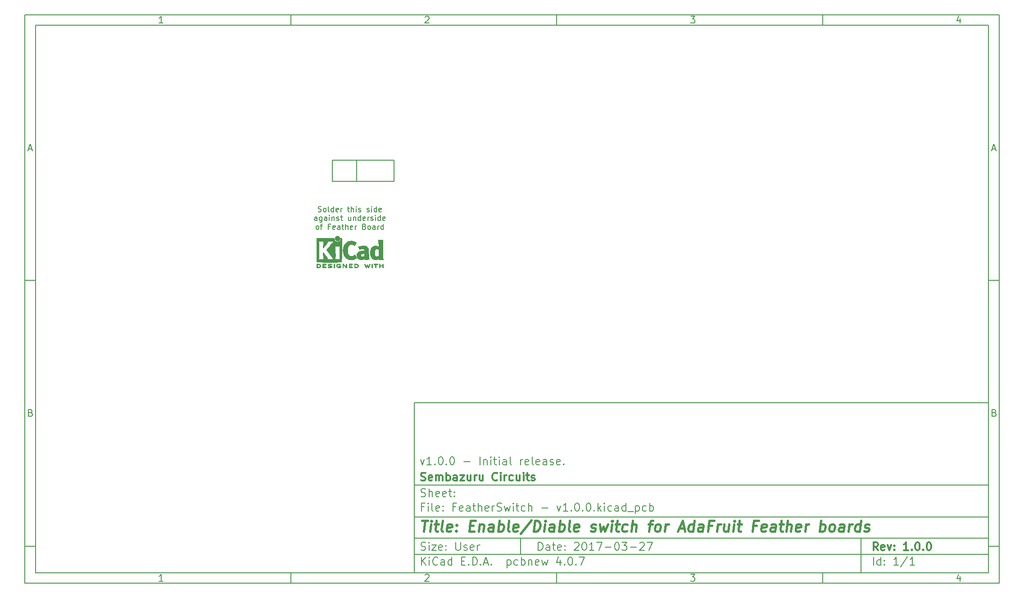
<source format=gbr>
G04 #@! TF.FileFunction,Legend,Top*
%FSLAX46Y46*%
G04 Gerber Fmt 4.6, Leading zero omitted, Abs format (unit mm)*
G04 Created by KiCad (PCBNEW 4.0.7) date 11/03/17 12:30:38*
%MOMM*%
%LPD*%
G01*
G04 APERTURE LIST*
%ADD10C,0.100000*%
%ADD11C,0.150000*%
%ADD12C,0.300000*%
%ADD13C,0.400000*%
%ADD14C,0.127000*%
%ADD15C,0.010000*%
G04 APERTURE END LIST*
D10*
D11*
X83200000Y-83000000D02*
X83200000Y-115000000D01*
X191200000Y-115000000D01*
X191200000Y-83000000D01*
X83200000Y-83000000D01*
D10*
D11*
X10000000Y-10000000D02*
X10000000Y-117000000D01*
X193200000Y-117000000D01*
X193200000Y-10000000D01*
X10000000Y-10000000D01*
D10*
D11*
X12000000Y-12000000D02*
X12000000Y-115000000D01*
X191200000Y-115000000D01*
X191200000Y-12000000D01*
X12000000Y-12000000D01*
D10*
D11*
X60000000Y-12000000D02*
X60000000Y-10000000D01*
D10*
D11*
X110000000Y-12000000D02*
X110000000Y-10000000D01*
D10*
D11*
X160000000Y-12000000D02*
X160000000Y-10000000D01*
D10*
D11*
X35990476Y-11588095D02*
X35247619Y-11588095D01*
X35619048Y-11588095D02*
X35619048Y-10288095D01*
X35495238Y-10473810D01*
X35371429Y-10597619D01*
X35247619Y-10659524D01*
D10*
D11*
X85247619Y-10411905D02*
X85309524Y-10350000D01*
X85433333Y-10288095D01*
X85742857Y-10288095D01*
X85866667Y-10350000D01*
X85928571Y-10411905D01*
X85990476Y-10535714D01*
X85990476Y-10659524D01*
X85928571Y-10845238D01*
X85185714Y-11588095D01*
X85990476Y-11588095D01*
D10*
D11*
X135185714Y-10288095D02*
X135990476Y-10288095D01*
X135557143Y-10783333D01*
X135742857Y-10783333D01*
X135866667Y-10845238D01*
X135928571Y-10907143D01*
X135990476Y-11030952D01*
X135990476Y-11340476D01*
X135928571Y-11464286D01*
X135866667Y-11526190D01*
X135742857Y-11588095D01*
X135371429Y-11588095D01*
X135247619Y-11526190D01*
X135185714Y-11464286D01*
D10*
D11*
X185866667Y-10721429D02*
X185866667Y-11588095D01*
X185557143Y-10226190D02*
X185247619Y-11154762D01*
X186052381Y-11154762D01*
D10*
D11*
X60000000Y-115000000D02*
X60000000Y-117000000D01*
D10*
D11*
X110000000Y-115000000D02*
X110000000Y-117000000D01*
D10*
D11*
X160000000Y-115000000D02*
X160000000Y-117000000D01*
D10*
D11*
X35990476Y-116588095D02*
X35247619Y-116588095D01*
X35619048Y-116588095D02*
X35619048Y-115288095D01*
X35495238Y-115473810D01*
X35371429Y-115597619D01*
X35247619Y-115659524D01*
D10*
D11*
X85247619Y-115411905D02*
X85309524Y-115350000D01*
X85433333Y-115288095D01*
X85742857Y-115288095D01*
X85866667Y-115350000D01*
X85928571Y-115411905D01*
X85990476Y-115535714D01*
X85990476Y-115659524D01*
X85928571Y-115845238D01*
X85185714Y-116588095D01*
X85990476Y-116588095D01*
D10*
D11*
X135185714Y-115288095D02*
X135990476Y-115288095D01*
X135557143Y-115783333D01*
X135742857Y-115783333D01*
X135866667Y-115845238D01*
X135928571Y-115907143D01*
X135990476Y-116030952D01*
X135990476Y-116340476D01*
X135928571Y-116464286D01*
X135866667Y-116526190D01*
X135742857Y-116588095D01*
X135371429Y-116588095D01*
X135247619Y-116526190D01*
X135185714Y-116464286D01*
D10*
D11*
X185866667Y-115721429D02*
X185866667Y-116588095D01*
X185557143Y-115226190D02*
X185247619Y-116154762D01*
X186052381Y-116154762D01*
D10*
D11*
X10000000Y-60000000D02*
X12000000Y-60000000D01*
D10*
D11*
X10000000Y-110000000D02*
X12000000Y-110000000D01*
D10*
D11*
X10690476Y-35216667D02*
X11309524Y-35216667D01*
X10566667Y-35588095D02*
X11000000Y-34288095D01*
X11433333Y-35588095D01*
D10*
D11*
X11092857Y-84907143D02*
X11278571Y-84969048D01*
X11340476Y-85030952D01*
X11402381Y-85154762D01*
X11402381Y-85340476D01*
X11340476Y-85464286D01*
X11278571Y-85526190D01*
X11154762Y-85588095D01*
X10659524Y-85588095D01*
X10659524Y-84288095D01*
X11092857Y-84288095D01*
X11216667Y-84350000D01*
X11278571Y-84411905D01*
X11340476Y-84535714D01*
X11340476Y-84659524D01*
X11278571Y-84783333D01*
X11216667Y-84845238D01*
X11092857Y-84907143D01*
X10659524Y-84907143D01*
D10*
D11*
X193200000Y-60000000D02*
X191200000Y-60000000D01*
D10*
D11*
X193200000Y-110000000D02*
X191200000Y-110000000D01*
D10*
D11*
X191890476Y-35216667D02*
X192509524Y-35216667D01*
X191766667Y-35588095D02*
X192200000Y-34288095D01*
X192633333Y-35588095D01*
D10*
D11*
X192292857Y-84907143D02*
X192478571Y-84969048D01*
X192540476Y-85030952D01*
X192602381Y-85154762D01*
X192602381Y-85340476D01*
X192540476Y-85464286D01*
X192478571Y-85526190D01*
X192354762Y-85588095D01*
X191859524Y-85588095D01*
X191859524Y-84288095D01*
X192292857Y-84288095D01*
X192416667Y-84350000D01*
X192478571Y-84411905D01*
X192540476Y-84535714D01*
X192540476Y-84659524D01*
X192478571Y-84783333D01*
X192416667Y-84845238D01*
X192292857Y-84907143D01*
X191859524Y-84907143D01*
D10*
D11*
X106557143Y-110778571D02*
X106557143Y-109278571D01*
X106914286Y-109278571D01*
X107128571Y-109350000D01*
X107271429Y-109492857D01*
X107342857Y-109635714D01*
X107414286Y-109921429D01*
X107414286Y-110135714D01*
X107342857Y-110421429D01*
X107271429Y-110564286D01*
X107128571Y-110707143D01*
X106914286Y-110778571D01*
X106557143Y-110778571D01*
X108700000Y-110778571D02*
X108700000Y-109992857D01*
X108628571Y-109850000D01*
X108485714Y-109778571D01*
X108200000Y-109778571D01*
X108057143Y-109850000D01*
X108700000Y-110707143D02*
X108557143Y-110778571D01*
X108200000Y-110778571D01*
X108057143Y-110707143D01*
X107985714Y-110564286D01*
X107985714Y-110421429D01*
X108057143Y-110278571D01*
X108200000Y-110207143D01*
X108557143Y-110207143D01*
X108700000Y-110135714D01*
X109200000Y-109778571D02*
X109771429Y-109778571D01*
X109414286Y-109278571D02*
X109414286Y-110564286D01*
X109485714Y-110707143D01*
X109628572Y-110778571D01*
X109771429Y-110778571D01*
X110842857Y-110707143D02*
X110700000Y-110778571D01*
X110414286Y-110778571D01*
X110271429Y-110707143D01*
X110200000Y-110564286D01*
X110200000Y-109992857D01*
X110271429Y-109850000D01*
X110414286Y-109778571D01*
X110700000Y-109778571D01*
X110842857Y-109850000D01*
X110914286Y-109992857D01*
X110914286Y-110135714D01*
X110200000Y-110278571D01*
X111557143Y-110635714D02*
X111628571Y-110707143D01*
X111557143Y-110778571D01*
X111485714Y-110707143D01*
X111557143Y-110635714D01*
X111557143Y-110778571D01*
X111557143Y-109850000D02*
X111628571Y-109921429D01*
X111557143Y-109992857D01*
X111485714Y-109921429D01*
X111557143Y-109850000D01*
X111557143Y-109992857D01*
X113342857Y-109421429D02*
X113414286Y-109350000D01*
X113557143Y-109278571D01*
X113914286Y-109278571D01*
X114057143Y-109350000D01*
X114128572Y-109421429D01*
X114200000Y-109564286D01*
X114200000Y-109707143D01*
X114128572Y-109921429D01*
X113271429Y-110778571D01*
X114200000Y-110778571D01*
X115128571Y-109278571D02*
X115271428Y-109278571D01*
X115414285Y-109350000D01*
X115485714Y-109421429D01*
X115557143Y-109564286D01*
X115628571Y-109850000D01*
X115628571Y-110207143D01*
X115557143Y-110492857D01*
X115485714Y-110635714D01*
X115414285Y-110707143D01*
X115271428Y-110778571D01*
X115128571Y-110778571D01*
X114985714Y-110707143D01*
X114914285Y-110635714D01*
X114842857Y-110492857D01*
X114771428Y-110207143D01*
X114771428Y-109850000D01*
X114842857Y-109564286D01*
X114914285Y-109421429D01*
X114985714Y-109350000D01*
X115128571Y-109278571D01*
X117057142Y-110778571D02*
X116199999Y-110778571D01*
X116628571Y-110778571D02*
X116628571Y-109278571D01*
X116485714Y-109492857D01*
X116342856Y-109635714D01*
X116199999Y-109707143D01*
X117557142Y-109278571D02*
X118557142Y-109278571D01*
X117914285Y-110778571D01*
X119128570Y-110207143D02*
X120271427Y-110207143D01*
X121271427Y-109278571D02*
X121414284Y-109278571D01*
X121557141Y-109350000D01*
X121628570Y-109421429D01*
X121699999Y-109564286D01*
X121771427Y-109850000D01*
X121771427Y-110207143D01*
X121699999Y-110492857D01*
X121628570Y-110635714D01*
X121557141Y-110707143D01*
X121414284Y-110778571D01*
X121271427Y-110778571D01*
X121128570Y-110707143D01*
X121057141Y-110635714D01*
X120985713Y-110492857D01*
X120914284Y-110207143D01*
X120914284Y-109850000D01*
X120985713Y-109564286D01*
X121057141Y-109421429D01*
X121128570Y-109350000D01*
X121271427Y-109278571D01*
X122271427Y-109278571D02*
X123199998Y-109278571D01*
X122699998Y-109850000D01*
X122914284Y-109850000D01*
X123057141Y-109921429D01*
X123128570Y-109992857D01*
X123199998Y-110135714D01*
X123199998Y-110492857D01*
X123128570Y-110635714D01*
X123057141Y-110707143D01*
X122914284Y-110778571D01*
X122485712Y-110778571D01*
X122342855Y-110707143D01*
X122271427Y-110635714D01*
X123842855Y-110207143D02*
X124985712Y-110207143D01*
X125628569Y-109421429D02*
X125699998Y-109350000D01*
X125842855Y-109278571D01*
X126199998Y-109278571D01*
X126342855Y-109350000D01*
X126414284Y-109421429D01*
X126485712Y-109564286D01*
X126485712Y-109707143D01*
X126414284Y-109921429D01*
X125557141Y-110778571D01*
X126485712Y-110778571D01*
X126985712Y-109278571D02*
X127985712Y-109278571D01*
X127342855Y-110778571D01*
D10*
D11*
X83200000Y-111500000D02*
X191200000Y-111500000D01*
D10*
D11*
X84557143Y-113578571D02*
X84557143Y-112078571D01*
X85414286Y-113578571D02*
X84771429Y-112721429D01*
X85414286Y-112078571D02*
X84557143Y-112935714D01*
X86057143Y-113578571D02*
X86057143Y-112578571D01*
X86057143Y-112078571D02*
X85985714Y-112150000D01*
X86057143Y-112221429D01*
X86128571Y-112150000D01*
X86057143Y-112078571D01*
X86057143Y-112221429D01*
X87628572Y-113435714D02*
X87557143Y-113507143D01*
X87342857Y-113578571D01*
X87200000Y-113578571D01*
X86985715Y-113507143D01*
X86842857Y-113364286D01*
X86771429Y-113221429D01*
X86700000Y-112935714D01*
X86700000Y-112721429D01*
X86771429Y-112435714D01*
X86842857Y-112292857D01*
X86985715Y-112150000D01*
X87200000Y-112078571D01*
X87342857Y-112078571D01*
X87557143Y-112150000D01*
X87628572Y-112221429D01*
X88914286Y-113578571D02*
X88914286Y-112792857D01*
X88842857Y-112650000D01*
X88700000Y-112578571D01*
X88414286Y-112578571D01*
X88271429Y-112650000D01*
X88914286Y-113507143D02*
X88771429Y-113578571D01*
X88414286Y-113578571D01*
X88271429Y-113507143D01*
X88200000Y-113364286D01*
X88200000Y-113221429D01*
X88271429Y-113078571D01*
X88414286Y-113007143D01*
X88771429Y-113007143D01*
X88914286Y-112935714D01*
X90271429Y-113578571D02*
X90271429Y-112078571D01*
X90271429Y-113507143D02*
X90128572Y-113578571D01*
X89842858Y-113578571D01*
X89700000Y-113507143D01*
X89628572Y-113435714D01*
X89557143Y-113292857D01*
X89557143Y-112864286D01*
X89628572Y-112721429D01*
X89700000Y-112650000D01*
X89842858Y-112578571D01*
X90128572Y-112578571D01*
X90271429Y-112650000D01*
X92128572Y-112792857D02*
X92628572Y-112792857D01*
X92842858Y-113578571D02*
X92128572Y-113578571D01*
X92128572Y-112078571D01*
X92842858Y-112078571D01*
X93485715Y-113435714D02*
X93557143Y-113507143D01*
X93485715Y-113578571D01*
X93414286Y-113507143D01*
X93485715Y-113435714D01*
X93485715Y-113578571D01*
X94200001Y-113578571D02*
X94200001Y-112078571D01*
X94557144Y-112078571D01*
X94771429Y-112150000D01*
X94914287Y-112292857D01*
X94985715Y-112435714D01*
X95057144Y-112721429D01*
X95057144Y-112935714D01*
X94985715Y-113221429D01*
X94914287Y-113364286D01*
X94771429Y-113507143D01*
X94557144Y-113578571D01*
X94200001Y-113578571D01*
X95700001Y-113435714D02*
X95771429Y-113507143D01*
X95700001Y-113578571D01*
X95628572Y-113507143D01*
X95700001Y-113435714D01*
X95700001Y-113578571D01*
X96342858Y-113150000D02*
X97057144Y-113150000D01*
X96200001Y-113578571D02*
X96700001Y-112078571D01*
X97200001Y-113578571D01*
X97700001Y-113435714D02*
X97771429Y-113507143D01*
X97700001Y-113578571D01*
X97628572Y-113507143D01*
X97700001Y-113435714D01*
X97700001Y-113578571D01*
X100700001Y-112578571D02*
X100700001Y-114078571D01*
X100700001Y-112650000D02*
X100842858Y-112578571D01*
X101128572Y-112578571D01*
X101271429Y-112650000D01*
X101342858Y-112721429D01*
X101414287Y-112864286D01*
X101414287Y-113292857D01*
X101342858Y-113435714D01*
X101271429Y-113507143D01*
X101128572Y-113578571D01*
X100842858Y-113578571D01*
X100700001Y-113507143D01*
X102700001Y-113507143D02*
X102557144Y-113578571D01*
X102271430Y-113578571D01*
X102128572Y-113507143D01*
X102057144Y-113435714D01*
X101985715Y-113292857D01*
X101985715Y-112864286D01*
X102057144Y-112721429D01*
X102128572Y-112650000D01*
X102271430Y-112578571D01*
X102557144Y-112578571D01*
X102700001Y-112650000D01*
X103342858Y-113578571D02*
X103342858Y-112078571D01*
X103342858Y-112650000D02*
X103485715Y-112578571D01*
X103771429Y-112578571D01*
X103914286Y-112650000D01*
X103985715Y-112721429D01*
X104057144Y-112864286D01*
X104057144Y-113292857D01*
X103985715Y-113435714D01*
X103914286Y-113507143D01*
X103771429Y-113578571D01*
X103485715Y-113578571D01*
X103342858Y-113507143D01*
X104700001Y-112578571D02*
X104700001Y-113578571D01*
X104700001Y-112721429D02*
X104771429Y-112650000D01*
X104914287Y-112578571D01*
X105128572Y-112578571D01*
X105271429Y-112650000D01*
X105342858Y-112792857D01*
X105342858Y-113578571D01*
X106628572Y-113507143D02*
X106485715Y-113578571D01*
X106200001Y-113578571D01*
X106057144Y-113507143D01*
X105985715Y-113364286D01*
X105985715Y-112792857D01*
X106057144Y-112650000D01*
X106200001Y-112578571D01*
X106485715Y-112578571D01*
X106628572Y-112650000D01*
X106700001Y-112792857D01*
X106700001Y-112935714D01*
X105985715Y-113078571D01*
X107200001Y-112578571D02*
X107485715Y-113578571D01*
X107771429Y-112864286D01*
X108057144Y-113578571D01*
X108342858Y-112578571D01*
X110700001Y-112578571D02*
X110700001Y-113578571D01*
X110342858Y-112007143D02*
X109985715Y-113078571D01*
X110914287Y-113078571D01*
X111485715Y-113435714D02*
X111557143Y-113507143D01*
X111485715Y-113578571D01*
X111414286Y-113507143D01*
X111485715Y-113435714D01*
X111485715Y-113578571D01*
X112485715Y-112078571D02*
X112628572Y-112078571D01*
X112771429Y-112150000D01*
X112842858Y-112221429D01*
X112914287Y-112364286D01*
X112985715Y-112650000D01*
X112985715Y-113007143D01*
X112914287Y-113292857D01*
X112842858Y-113435714D01*
X112771429Y-113507143D01*
X112628572Y-113578571D01*
X112485715Y-113578571D01*
X112342858Y-113507143D01*
X112271429Y-113435714D01*
X112200001Y-113292857D01*
X112128572Y-113007143D01*
X112128572Y-112650000D01*
X112200001Y-112364286D01*
X112271429Y-112221429D01*
X112342858Y-112150000D01*
X112485715Y-112078571D01*
X113628572Y-113435714D02*
X113700000Y-113507143D01*
X113628572Y-113578571D01*
X113557143Y-113507143D01*
X113628572Y-113435714D01*
X113628572Y-113578571D01*
X114200001Y-112078571D02*
X115200001Y-112078571D01*
X114557144Y-113578571D01*
D10*
D11*
X83200000Y-108500000D02*
X191200000Y-108500000D01*
D10*
D12*
X170414286Y-110778571D02*
X169914286Y-110064286D01*
X169557143Y-110778571D02*
X169557143Y-109278571D01*
X170128571Y-109278571D01*
X170271429Y-109350000D01*
X170342857Y-109421429D01*
X170414286Y-109564286D01*
X170414286Y-109778571D01*
X170342857Y-109921429D01*
X170271429Y-109992857D01*
X170128571Y-110064286D01*
X169557143Y-110064286D01*
X171628571Y-110707143D02*
X171485714Y-110778571D01*
X171200000Y-110778571D01*
X171057143Y-110707143D01*
X170985714Y-110564286D01*
X170985714Y-109992857D01*
X171057143Y-109850000D01*
X171200000Y-109778571D01*
X171485714Y-109778571D01*
X171628571Y-109850000D01*
X171700000Y-109992857D01*
X171700000Y-110135714D01*
X170985714Y-110278571D01*
X172200000Y-109778571D02*
X172557143Y-110778571D01*
X172914285Y-109778571D01*
X173485714Y-110635714D02*
X173557142Y-110707143D01*
X173485714Y-110778571D01*
X173414285Y-110707143D01*
X173485714Y-110635714D01*
X173485714Y-110778571D01*
X173485714Y-109850000D02*
X173557142Y-109921429D01*
X173485714Y-109992857D01*
X173414285Y-109921429D01*
X173485714Y-109850000D01*
X173485714Y-109992857D01*
X176128571Y-110778571D02*
X175271428Y-110778571D01*
X175700000Y-110778571D02*
X175700000Y-109278571D01*
X175557143Y-109492857D01*
X175414285Y-109635714D01*
X175271428Y-109707143D01*
X176771428Y-110635714D02*
X176842856Y-110707143D01*
X176771428Y-110778571D01*
X176699999Y-110707143D01*
X176771428Y-110635714D01*
X176771428Y-110778571D01*
X177771428Y-109278571D02*
X177914285Y-109278571D01*
X178057142Y-109350000D01*
X178128571Y-109421429D01*
X178200000Y-109564286D01*
X178271428Y-109850000D01*
X178271428Y-110207143D01*
X178200000Y-110492857D01*
X178128571Y-110635714D01*
X178057142Y-110707143D01*
X177914285Y-110778571D01*
X177771428Y-110778571D01*
X177628571Y-110707143D01*
X177557142Y-110635714D01*
X177485714Y-110492857D01*
X177414285Y-110207143D01*
X177414285Y-109850000D01*
X177485714Y-109564286D01*
X177557142Y-109421429D01*
X177628571Y-109350000D01*
X177771428Y-109278571D01*
X178914285Y-110635714D02*
X178985713Y-110707143D01*
X178914285Y-110778571D01*
X178842856Y-110707143D01*
X178914285Y-110635714D01*
X178914285Y-110778571D01*
X179914285Y-109278571D02*
X180057142Y-109278571D01*
X180199999Y-109350000D01*
X180271428Y-109421429D01*
X180342857Y-109564286D01*
X180414285Y-109850000D01*
X180414285Y-110207143D01*
X180342857Y-110492857D01*
X180271428Y-110635714D01*
X180199999Y-110707143D01*
X180057142Y-110778571D01*
X179914285Y-110778571D01*
X179771428Y-110707143D01*
X179699999Y-110635714D01*
X179628571Y-110492857D01*
X179557142Y-110207143D01*
X179557142Y-109850000D01*
X179628571Y-109564286D01*
X179699999Y-109421429D01*
X179771428Y-109350000D01*
X179914285Y-109278571D01*
D10*
D11*
X84485714Y-110707143D02*
X84700000Y-110778571D01*
X85057143Y-110778571D01*
X85200000Y-110707143D01*
X85271429Y-110635714D01*
X85342857Y-110492857D01*
X85342857Y-110350000D01*
X85271429Y-110207143D01*
X85200000Y-110135714D01*
X85057143Y-110064286D01*
X84771429Y-109992857D01*
X84628571Y-109921429D01*
X84557143Y-109850000D01*
X84485714Y-109707143D01*
X84485714Y-109564286D01*
X84557143Y-109421429D01*
X84628571Y-109350000D01*
X84771429Y-109278571D01*
X85128571Y-109278571D01*
X85342857Y-109350000D01*
X85985714Y-110778571D02*
X85985714Y-109778571D01*
X85985714Y-109278571D02*
X85914285Y-109350000D01*
X85985714Y-109421429D01*
X86057142Y-109350000D01*
X85985714Y-109278571D01*
X85985714Y-109421429D01*
X86557143Y-109778571D02*
X87342857Y-109778571D01*
X86557143Y-110778571D01*
X87342857Y-110778571D01*
X88485714Y-110707143D02*
X88342857Y-110778571D01*
X88057143Y-110778571D01*
X87914286Y-110707143D01*
X87842857Y-110564286D01*
X87842857Y-109992857D01*
X87914286Y-109850000D01*
X88057143Y-109778571D01*
X88342857Y-109778571D01*
X88485714Y-109850000D01*
X88557143Y-109992857D01*
X88557143Y-110135714D01*
X87842857Y-110278571D01*
X89200000Y-110635714D02*
X89271428Y-110707143D01*
X89200000Y-110778571D01*
X89128571Y-110707143D01*
X89200000Y-110635714D01*
X89200000Y-110778571D01*
X89200000Y-109850000D02*
X89271428Y-109921429D01*
X89200000Y-109992857D01*
X89128571Y-109921429D01*
X89200000Y-109850000D01*
X89200000Y-109992857D01*
X91057143Y-109278571D02*
X91057143Y-110492857D01*
X91128571Y-110635714D01*
X91200000Y-110707143D01*
X91342857Y-110778571D01*
X91628571Y-110778571D01*
X91771429Y-110707143D01*
X91842857Y-110635714D01*
X91914286Y-110492857D01*
X91914286Y-109278571D01*
X92557143Y-110707143D02*
X92700000Y-110778571D01*
X92985715Y-110778571D01*
X93128572Y-110707143D01*
X93200000Y-110564286D01*
X93200000Y-110492857D01*
X93128572Y-110350000D01*
X92985715Y-110278571D01*
X92771429Y-110278571D01*
X92628572Y-110207143D01*
X92557143Y-110064286D01*
X92557143Y-109992857D01*
X92628572Y-109850000D01*
X92771429Y-109778571D01*
X92985715Y-109778571D01*
X93128572Y-109850000D01*
X94414286Y-110707143D02*
X94271429Y-110778571D01*
X93985715Y-110778571D01*
X93842858Y-110707143D01*
X93771429Y-110564286D01*
X93771429Y-109992857D01*
X93842858Y-109850000D01*
X93985715Y-109778571D01*
X94271429Y-109778571D01*
X94414286Y-109850000D01*
X94485715Y-109992857D01*
X94485715Y-110135714D01*
X93771429Y-110278571D01*
X95128572Y-110778571D02*
X95128572Y-109778571D01*
X95128572Y-110064286D02*
X95200000Y-109921429D01*
X95271429Y-109850000D01*
X95414286Y-109778571D01*
X95557143Y-109778571D01*
D10*
D11*
X169557143Y-113578571D02*
X169557143Y-112078571D01*
X170914286Y-113578571D02*
X170914286Y-112078571D01*
X170914286Y-113507143D02*
X170771429Y-113578571D01*
X170485715Y-113578571D01*
X170342857Y-113507143D01*
X170271429Y-113435714D01*
X170200000Y-113292857D01*
X170200000Y-112864286D01*
X170271429Y-112721429D01*
X170342857Y-112650000D01*
X170485715Y-112578571D01*
X170771429Y-112578571D01*
X170914286Y-112650000D01*
X171628572Y-113435714D02*
X171700000Y-113507143D01*
X171628572Y-113578571D01*
X171557143Y-113507143D01*
X171628572Y-113435714D01*
X171628572Y-113578571D01*
X171628572Y-112650000D02*
X171700000Y-112721429D01*
X171628572Y-112792857D01*
X171557143Y-112721429D01*
X171628572Y-112650000D01*
X171628572Y-112792857D01*
X174271429Y-113578571D02*
X173414286Y-113578571D01*
X173842858Y-113578571D02*
X173842858Y-112078571D01*
X173700001Y-112292857D01*
X173557143Y-112435714D01*
X173414286Y-112507143D01*
X175985714Y-112007143D02*
X174700000Y-113935714D01*
X177271429Y-113578571D02*
X176414286Y-113578571D01*
X176842858Y-113578571D02*
X176842858Y-112078571D01*
X176700001Y-112292857D01*
X176557143Y-112435714D01*
X176414286Y-112507143D01*
D10*
D11*
X83200000Y-104500000D02*
X191200000Y-104500000D01*
D10*
D13*
X84652381Y-105204762D02*
X85795238Y-105204762D01*
X84973810Y-107204762D02*
X85223810Y-105204762D01*
X86211905Y-107204762D02*
X86378571Y-105871429D01*
X86461905Y-105204762D02*
X86354762Y-105300000D01*
X86438095Y-105395238D01*
X86545239Y-105300000D01*
X86461905Y-105204762D01*
X86438095Y-105395238D01*
X87045238Y-105871429D02*
X87807143Y-105871429D01*
X87414286Y-105204762D02*
X87200000Y-106919048D01*
X87271430Y-107109524D01*
X87450001Y-107204762D01*
X87640477Y-107204762D01*
X88592858Y-107204762D02*
X88414287Y-107109524D01*
X88342857Y-106919048D01*
X88557143Y-105204762D01*
X90128572Y-107109524D02*
X89926191Y-107204762D01*
X89545239Y-107204762D01*
X89366667Y-107109524D01*
X89295238Y-106919048D01*
X89390476Y-106157143D01*
X89509524Y-105966667D01*
X89711905Y-105871429D01*
X90092857Y-105871429D01*
X90271429Y-105966667D01*
X90342857Y-106157143D01*
X90319048Y-106347619D01*
X89342857Y-106538095D01*
X91092857Y-107014286D02*
X91176192Y-107109524D01*
X91069048Y-107204762D01*
X90985715Y-107109524D01*
X91092857Y-107014286D01*
X91069048Y-107204762D01*
X91223810Y-105966667D02*
X91307144Y-106061905D01*
X91200000Y-106157143D01*
X91116667Y-106061905D01*
X91223810Y-105966667D01*
X91200000Y-106157143D01*
X93676191Y-106157143D02*
X94342858Y-106157143D01*
X94497620Y-107204762D02*
X93545239Y-107204762D01*
X93795239Y-105204762D01*
X94747620Y-105204762D01*
X95521429Y-105871429D02*
X95354763Y-107204762D01*
X95497620Y-106061905D02*
X95604764Y-105966667D01*
X95807144Y-105871429D01*
X96092858Y-105871429D01*
X96271430Y-105966667D01*
X96342858Y-106157143D01*
X96211906Y-107204762D01*
X98021430Y-107204762D02*
X98152382Y-106157143D01*
X98080954Y-105966667D01*
X97902382Y-105871429D01*
X97521430Y-105871429D01*
X97319049Y-105966667D01*
X98033335Y-107109524D02*
X97830954Y-107204762D01*
X97354764Y-107204762D01*
X97176192Y-107109524D01*
X97104763Y-106919048D01*
X97128573Y-106728571D01*
X97247620Y-106538095D01*
X97450002Y-106442857D01*
X97926192Y-106442857D01*
X98128573Y-106347619D01*
X98973811Y-107204762D02*
X99223811Y-105204762D01*
X99128573Y-105966667D02*
X99330954Y-105871429D01*
X99711906Y-105871429D01*
X99890478Y-105966667D01*
X99973811Y-106061905D01*
X100045239Y-106252381D01*
X99973811Y-106823810D01*
X99854763Y-107014286D01*
X99747621Y-107109524D01*
X99545240Y-107204762D01*
X99164288Y-107204762D01*
X98985716Y-107109524D01*
X101069050Y-107204762D02*
X100890479Y-107109524D01*
X100819049Y-106919048D01*
X101033335Y-105204762D01*
X102604764Y-107109524D02*
X102402383Y-107204762D01*
X102021431Y-107204762D01*
X101842859Y-107109524D01*
X101771430Y-106919048D01*
X101866668Y-106157143D01*
X101985716Y-105966667D01*
X102188097Y-105871429D01*
X102569049Y-105871429D01*
X102747621Y-105966667D01*
X102819049Y-106157143D01*
X102795240Y-106347619D01*
X101819049Y-106538095D01*
X105235717Y-105109524D02*
X103200002Y-107680952D01*
X105640478Y-107204762D02*
X105890478Y-105204762D01*
X106366669Y-105204762D01*
X106640478Y-105300000D01*
X106807145Y-105490476D01*
X106878574Y-105680952D01*
X106926193Y-106061905D01*
X106890479Y-106347619D01*
X106747622Y-106728571D01*
X106628573Y-106919048D01*
X106414288Y-107109524D01*
X106116669Y-107204762D01*
X105640478Y-107204762D01*
X107640478Y-107204762D02*
X107807144Y-105871429D01*
X107890478Y-105204762D02*
X107783335Y-105300000D01*
X107866668Y-105395238D01*
X107973812Y-105300000D01*
X107890478Y-105204762D01*
X107866668Y-105395238D01*
X109450002Y-107204762D02*
X109580954Y-106157143D01*
X109509526Y-105966667D01*
X109330954Y-105871429D01*
X108950002Y-105871429D01*
X108747621Y-105966667D01*
X109461907Y-107109524D02*
X109259526Y-107204762D01*
X108783336Y-107204762D01*
X108604764Y-107109524D01*
X108533335Y-106919048D01*
X108557145Y-106728571D01*
X108676192Y-106538095D01*
X108878574Y-106442857D01*
X109354764Y-106442857D01*
X109557145Y-106347619D01*
X110402383Y-107204762D02*
X110652383Y-105204762D01*
X110557145Y-105966667D02*
X110759526Y-105871429D01*
X111140478Y-105871429D01*
X111319050Y-105966667D01*
X111402383Y-106061905D01*
X111473811Y-106252381D01*
X111402383Y-106823810D01*
X111283335Y-107014286D01*
X111176193Y-107109524D01*
X110973812Y-107204762D01*
X110592860Y-107204762D01*
X110414288Y-107109524D01*
X112497622Y-107204762D02*
X112319051Y-107109524D01*
X112247621Y-106919048D01*
X112461907Y-105204762D01*
X114033336Y-107109524D02*
X113830955Y-107204762D01*
X113450003Y-107204762D01*
X113271431Y-107109524D01*
X113200002Y-106919048D01*
X113295240Y-106157143D01*
X113414288Y-105966667D01*
X113616669Y-105871429D01*
X113997621Y-105871429D01*
X114176193Y-105966667D01*
X114247621Y-106157143D01*
X114223812Y-106347619D01*
X113247621Y-106538095D01*
X116414289Y-107109524D02*
X116592861Y-107204762D01*
X116973813Y-107204762D01*
X117176194Y-107109524D01*
X117295241Y-106919048D01*
X117307146Y-106823810D01*
X117235717Y-106633333D01*
X117057146Y-106538095D01*
X116771432Y-106538095D01*
X116592860Y-106442857D01*
X116521431Y-106252381D01*
X116533336Y-106157143D01*
X116652384Y-105966667D01*
X116854765Y-105871429D01*
X117140479Y-105871429D01*
X117319051Y-105966667D01*
X118092860Y-105871429D02*
X118307147Y-107204762D01*
X118807146Y-106252381D01*
X119069051Y-107204762D01*
X119616670Y-105871429D01*
X120211908Y-107204762D02*
X120378574Y-105871429D01*
X120461908Y-105204762D02*
X120354765Y-105300000D01*
X120438098Y-105395238D01*
X120545242Y-105300000D01*
X120461908Y-105204762D01*
X120438098Y-105395238D01*
X121045241Y-105871429D02*
X121807146Y-105871429D01*
X121414289Y-105204762D02*
X121200003Y-106919048D01*
X121271433Y-107109524D01*
X121450004Y-107204762D01*
X121640480Y-107204762D01*
X123176194Y-107109524D02*
X122973813Y-107204762D01*
X122592861Y-107204762D01*
X122414290Y-107109524D01*
X122330955Y-107014286D01*
X122259527Y-106823810D01*
X122330955Y-106252381D01*
X122450003Y-106061905D01*
X122557147Y-105966667D01*
X122759527Y-105871429D01*
X123140479Y-105871429D01*
X123319051Y-105966667D01*
X124021432Y-107204762D02*
X124271432Y-105204762D01*
X124878575Y-107204762D02*
X125009527Y-106157143D01*
X124938099Y-105966667D01*
X124759527Y-105871429D01*
X124473813Y-105871429D01*
X124271433Y-105966667D01*
X124164289Y-106061905D01*
X127235718Y-105871429D02*
X127997623Y-105871429D01*
X127354766Y-107204762D02*
X127569052Y-105490476D01*
X127688100Y-105300000D01*
X127890481Y-105204762D01*
X128080957Y-105204762D01*
X128783338Y-107204762D02*
X128604767Y-107109524D01*
X128521432Y-107014286D01*
X128450004Y-106823810D01*
X128521432Y-106252381D01*
X128640480Y-106061905D01*
X128747624Y-105966667D01*
X128950004Y-105871429D01*
X129235718Y-105871429D01*
X129414290Y-105966667D01*
X129497623Y-106061905D01*
X129569051Y-106252381D01*
X129497623Y-106823810D01*
X129378575Y-107014286D01*
X129271433Y-107109524D01*
X129069052Y-107204762D01*
X128783338Y-107204762D01*
X130307147Y-107204762D02*
X130473813Y-105871429D01*
X130426194Y-106252381D02*
X130545243Y-106061905D01*
X130652386Y-105966667D01*
X130854766Y-105871429D01*
X131045242Y-105871429D01*
X133045242Y-106633333D02*
X133997623Y-106633333D01*
X132783338Y-107204762D02*
X133700005Y-105204762D01*
X134116672Y-107204762D01*
X135640481Y-107204762D02*
X135890481Y-105204762D01*
X135652386Y-107109524D02*
X135450005Y-107204762D01*
X135069053Y-107204762D01*
X134890482Y-107109524D01*
X134807147Y-107014286D01*
X134735719Y-106823810D01*
X134807147Y-106252381D01*
X134926195Y-106061905D01*
X135033339Y-105966667D01*
X135235719Y-105871429D01*
X135616671Y-105871429D01*
X135795243Y-105966667D01*
X137450005Y-107204762D02*
X137580957Y-106157143D01*
X137509529Y-105966667D01*
X137330957Y-105871429D01*
X136950005Y-105871429D01*
X136747624Y-105966667D01*
X137461910Y-107109524D02*
X137259529Y-107204762D01*
X136783339Y-107204762D01*
X136604767Y-107109524D01*
X136533338Y-106919048D01*
X136557148Y-106728571D01*
X136676195Y-106538095D01*
X136878577Y-106442857D01*
X137354767Y-106442857D01*
X137557148Y-106347619D01*
X139200005Y-106157143D02*
X138533338Y-106157143D01*
X138402386Y-107204762D02*
X138652386Y-105204762D01*
X139604767Y-105204762D01*
X140116672Y-107204762D02*
X140283338Y-105871429D01*
X140235719Y-106252381D02*
X140354768Y-106061905D01*
X140461911Y-105966667D01*
X140664291Y-105871429D01*
X140854767Y-105871429D01*
X142378576Y-105871429D02*
X142211910Y-107204762D01*
X141521433Y-105871429D02*
X141390481Y-106919048D01*
X141461911Y-107109524D01*
X141640482Y-107204762D01*
X141926196Y-107204762D01*
X142128577Y-107109524D01*
X142235719Y-107014286D01*
X143164291Y-107204762D02*
X143330957Y-105871429D01*
X143414291Y-105204762D02*
X143307148Y-105300000D01*
X143390481Y-105395238D01*
X143497625Y-105300000D01*
X143414291Y-105204762D01*
X143390481Y-105395238D01*
X143997624Y-105871429D02*
X144759529Y-105871429D01*
X144366672Y-105204762D02*
X144152386Y-106919048D01*
X144223816Y-107109524D01*
X144402387Y-107204762D01*
X144592863Y-107204762D01*
X147580958Y-106157143D02*
X146914291Y-106157143D01*
X146783339Y-107204762D02*
X147033339Y-105204762D01*
X147985720Y-105204762D01*
X149271435Y-107109524D02*
X149069054Y-107204762D01*
X148688102Y-107204762D01*
X148509530Y-107109524D01*
X148438101Y-106919048D01*
X148533339Y-106157143D01*
X148652387Y-105966667D01*
X148854768Y-105871429D01*
X149235720Y-105871429D01*
X149414292Y-105966667D01*
X149485720Y-106157143D01*
X149461911Y-106347619D01*
X148485720Y-106538095D01*
X151069054Y-107204762D02*
X151200006Y-106157143D01*
X151128578Y-105966667D01*
X150950006Y-105871429D01*
X150569054Y-105871429D01*
X150366673Y-105966667D01*
X151080959Y-107109524D02*
X150878578Y-107204762D01*
X150402388Y-107204762D01*
X150223816Y-107109524D01*
X150152387Y-106919048D01*
X150176197Y-106728571D01*
X150295244Y-106538095D01*
X150497626Y-106442857D01*
X150973816Y-106442857D01*
X151176197Y-106347619D01*
X151902387Y-105871429D02*
X152664292Y-105871429D01*
X152271435Y-105204762D02*
X152057149Y-106919048D01*
X152128579Y-107109524D01*
X152307150Y-107204762D01*
X152497626Y-107204762D01*
X153164292Y-107204762D02*
X153414292Y-105204762D01*
X154021435Y-107204762D02*
X154152387Y-106157143D01*
X154080959Y-105966667D01*
X153902387Y-105871429D01*
X153616673Y-105871429D01*
X153414293Y-105966667D01*
X153307149Y-106061905D01*
X155747626Y-107109524D02*
X155545245Y-107204762D01*
X155164293Y-107204762D01*
X154985721Y-107109524D01*
X154914292Y-106919048D01*
X155009530Y-106157143D01*
X155128578Y-105966667D01*
X155330959Y-105871429D01*
X155711911Y-105871429D01*
X155890483Y-105966667D01*
X155961911Y-106157143D01*
X155938102Y-106347619D01*
X154961911Y-106538095D01*
X156688102Y-107204762D02*
X156854768Y-105871429D01*
X156807149Y-106252381D02*
X156926198Y-106061905D01*
X157033341Y-105966667D01*
X157235721Y-105871429D01*
X157426197Y-105871429D01*
X159450007Y-107204762D02*
X159700007Y-105204762D01*
X159604769Y-105966667D02*
X159807150Y-105871429D01*
X160188102Y-105871429D01*
X160366674Y-105966667D01*
X160450007Y-106061905D01*
X160521435Y-106252381D01*
X160450007Y-106823810D01*
X160330959Y-107014286D01*
X160223817Y-107109524D01*
X160021436Y-107204762D01*
X159640484Y-107204762D01*
X159461912Y-107109524D01*
X161545246Y-107204762D02*
X161366675Y-107109524D01*
X161283340Y-107014286D01*
X161211912Y-106823810D01*
X161283340Y-106252381D01*
X161402388Y-106061905D01*
X161509532Y-105966667D01*
X161711912Y-105871429D01*
X161997626Y-105871429D01*
X162176198Y-105966667D01*
X162259531Y-106061905D01*
X162330959Y-106252381D01*
X162259531Y-106823810D01*
X162140483Y-107014286D01*
X162033341Y-107109524D01*
X161830960Y-107204762D01*
X161545246Y-107204762D01*
X163926198Y-107204762D02*
X164057150Y-106157143D01*
X163985722Y-105966667D01*
X163807150Y-105871429D01*
X163426198Y-105871429D01*
X163223817Y-105966667D01*
X163938103Y-107109524D02*
X163735722Y-107204762D01*
X163259532Y-107204762D01*
X163080960Y-107109524D01*
X163009531Y-106919048D01*
X163033341Y-106728571D01*
X163152388Y-106538095D01*
X163354770Y-106442857D01*
X163830960Y-106442857D01*
X164033341Y-106347619D01*
X164878579Y-107204762D02*
X165045245Y-105871429D01*
X164997626Y-106252381D02*
X165116675Y-106061905D01*
X165223818Y-105966667D01*
X165426198Y-105871429D01*
X165616674Y-105871429D01*
X166973817Y-107204762D02*
X167223817Y-105204762D01*
X166985722Y-107109524D02*
X166783341Y-107204762D01*
X166402389Y-107204762D01*
X166223818Y-107109524D01*
X166140483Y-107014286D01*
X166069055Y-106823810D01*
X166140483Y-106252381D01*
X166259531Y-106061905D01*
X166366675Y-105966667D01*
X166569055Y-105871429D01*
X166950007Y-105871429D01*
X167128579Y-105966667D01*
X167842865Y-107109524D02*
X168021437Y-107204762D01*
X168402389Y-107204762D01*
X168604770Y-107109524D01*
X168723817Y-106919048D01*
X168735722Y-106823810D01*
X168664293Y-106633333D01*
X168485722Y-106538095D01*
X168200008Y-106538095D01*
X168021436Y-106442857D01*
X167950007Y-106252381D01*
X167961912Y-106157143D01*
X168080960Y-105966667D01*
X168283341Y-105871429D01*
X168569055Y-105871429D01*
X168747627Y-105966667D01*
D10*
D11*
X85057143Y-102592857D02*
X84557143Y-102592857D01*
X84557143Y-103378571D02*
X84557143Y-101878571D01*
X85271429Y-101878571D01*
X85842857Y-103378571D02*
X85842857Y-102378571D01*
X85842857Y-101878571D02*
X85771428Y-101950000D01*
X85842857Y-102021429D01*
X85914285Y-101950000D01*
X85842857Y-101878571D01*
X85842857Y-102021429D01*
X86771429Y-103378571D02*
X86628571Y-103307143D01*
X86557143Y-103164286D01*
X86557143Y-101878571D01*
X87914285Y-103307143D02*
X87771428Y-103378571D01*
X87485714Y-103378571D01*
X87342857Y-103307143D01*
X87271428Y-103164286D01*
X87271428Y-102592857D01*
X87342857Y-102450000D01*
X87485714Y-102378571D01*
X87771428Y-102378571D01*
X87914285Y-102450000D01*
X87985714Y-102592857D01*
X87985714Y-102735714D01*
X87271428Y-102878571D01*
X88628571Y-103235714D02*
X88699999Y-103307143D01*
X88628571Y-103378571D01*
X88557142Y-103307143D01*
X88628571Y-103235714D01*
X88628571Y-103378571D01*
X88628571Y-102450000D02*
X88699999Y-102521429D01*
X88628571Y-102592857D01*
X88557142Y-102521429D01*
X88628571Y-102450000D01*
X88628571Y-102592857D01*
X90985714Y-102592857D02*
X90485714Y-102592857D01*
X90485714Y-103378571D02*
X90485714Y-101878571D01*
X91200000Y-101878571D01*
X92342856Y-103307143D02*
X92199999Y-103378571D01*
X91914285Y-103378571D01*
X91771428Y-103307143D01*
X91699999Y-103164286D01*
X91699999Y-102592857D01*
X91771428Y-102450000D01*
X91914285Y-102378571D01*
X92199999Y-102378571D01*
X92342856Y-102450000D01*
X92414285Y-102592857D01*
X92414285Y-102735714D01*
X91699999Y-102878571D01*
X93699999Y-103378571D02*
X93699999Y-102592857D01*
X93628570Y-102450000D01*
X93485713Y-102378571D01*
X93199999Y-102378571D01*
X93057142Y-102450000D01*
X93699999Y-103307143D02*
X93557142Y-103378571D01*
X93199999Y-103378571D01*
X93057142Y-103307143D01*
X92985713Y-103164286D01*
X92985713Y-103021429D01*
X93057142Y-102878571D01*
X93199999Y-102807143D01*
X93557142Y-102807143D01*
X93699999Y-102735714D01*
X94199999Y-102378571D02*
X94771428Y-102378571D01*
X94414285Y-101878571D02*
X94414285Y-103164286D01*
X94485713Y-103307143D01*
X94628571Y-103378571D01*
X94771428Y-103378571D01*
X95271428Y-103378571D02*
X95271428Y-101878571D01*
X95914285Y-103378571D02*
X95914285Y-102592857D01*
X95842856Y-102450000D01*
X95699999Y-102378571D01*
X95485714Y-102378571D01*
X95342856Y-102450000D01*
X95271428Y-102521429D01*
X97199999Y-103307143D02*
X97057142Y-103378571D01*
X96771428Y-103378571D01*
X96628571Y-103307143D01*
X96557142Y-103164286D01*
X96557142Y-102592857D01*
X96628571Y-102450000D01*
X96771428Y-102378571D01*
X97057142Y-102378571D01*
X97199999Y-102450000D01*
X97271428Y-102592857D01*
X97271428Y-102735714D01*
X96557142Y-102878571D01*
X97914285Y-103378571D02*
X97914285Y-102378571D01*
X97914285Y-102664286D02*
X97985713Y-102521429D01*
X98057142Y-102450000D01*
X98199999Y-102378571D01*
X98342856Y-102378571D01*
X98771427Y-103307143D02*
X98985713Y-103378571D01*
X99342856Y-103378571D01*
X99485713Y-103307143D01*
X99557142Y-103235714D01*
X99628570Y-103092857D01*
X99628570Y-102950000D01*
X99557142Y-102807143D01*
X99485713Y-102735714D01*
X99342856Y-102664286D01*
X99057142Y-102592857D01*
X98914284Y-102521429D01*
X98842856Y-102450000D01*
X98771427Y-102307143D01*
X98771427Y-102164286D01*
X98842856Y-102021429D01*
X98914284Y-101950000D01*
X99057142Y-101878571D01*
X99414284Y-101878571D01*
X99628570Y-101950000D01*
X100128570Y-102378571D02*
X100414284Y-103378571D01*
X100699998Y-102664286D01*
X100985713Y-103378571D01*
X101271427Y-102378571D01*
X101842856Y-103378571D02*
X101842856Y-102378571D01*
X101842856Y-101878571D02*
X101771427Y-101950000D01*
X101842856Y-102021429D01*
X101914284Y-101950000D01*
X101842856Y-101878571D01*
X101842856Y-102021429D01*
X102342856Y-102378571D02*
X102914285Y-102378571D01*
X102557142Y-101878571D02*
X102557142Y-103164286D01*
X102628570Y-103307143D01*
X102771428Y-103378571D01*
X102914285Y-103378571D01*
X104057142Y-103307143D02*
X103914285Y-103378571D01*
X103628571Y-103378571D01*
X103485713Y-103307143D01*
X103414285Y-103235714D01*
X103342856Y-103092857D01*
X103342856Y-102664286D01*
X103414285Y-102521429D01*
X103485713Y-102450000D01*
X103628571Y-102378571D01*
X103914285Y-102378571D01*
X104057142Y-102450000D01*
X104699999Y-103378571D02*
X104699999Y-101878571D01*
X105342856Y-103378571D02*
X105342856Y-102592857D01*
X105271427Y-102450000D01*
X105128570Y-102378571D01*
X104914285Y-102378571D01*
X104771427Y-102450000D01*
X104699999Y-102521429D01*
X107199999Y-102807143D02*
X108342856Y-102807143D01*
X110057142Y-102378571D02*
X110414285Y-103378571D01*
X110771427Y-102378571D01*
X112128570Y-103378571D02*
X111271427Y-103378571D01*
X111699999Y-103378571D02*
X111699999Y-101878571D01*
X111557142Y-102092857D01*
X111414284Y-102235714D01*
X111271427Y-102307143D01*
X112771427Y-103235714D02*
X112842855Y-103307143D01*
X112771427Y-103378571D01*
X112699998Y-103307143D01*
X112771427Y-103235714D01*
X112771427Y-103378571D01*
X113771427Y-101878571D02*
X113914284Y-101878571D01*
X114057141Y-101950000D01*
X114128570Y-102021429D01*
X114199999Y-102164286D01*
X114271427Y-102450000D01*
X114271427Y-102807143D01*
X114199999Y-103092857D01*
X114128570Y-103235714D01*
X114057141Y-103307143D01*
X113914284Y-103378571D01*
X113771427Y-103378571D01*
X113628570Y-103307143D01*
X113557141Y-103235714D01*
X113485713Y-103092857D01*
X113414284Y-102807143D01*
X113414284Y-102450000D01*
X113485713Y-102164286D01*
X113557141Y-102021429D01*
X113628570Y-101950000D01*
X113771427Y-101878571D01*
X114914284Y-103235714D02*
X114985712Y-103307143D01*
X114914284Y-103378571D01*
X114842855Y-103307143D01*
X114914284Y-103235714D01*
X114914284Y-103378571D01*
X115914284Y-101878571D02*
X116057141Y-101878571D01*
X116199998Y-101950000D01*
X116271427Y-102021429D01*
X116342856Y-102164286D01*
X116414284Y-102450000D01*
X116414284Y-102807143D01*
X116342856Y-103092857D01*
X116271427Y-103235714D01*
X116199998Y-103307143D01*
X116057141Y-103378571D01*
X115914284Y-103378571D01*
X115771427Y-103307143D01*
X115699998Y-103235714D01*
X115628570Y-103092857D01*
X115557141Y-102807143D01*
X115557141Y-102450000D01*
X115628570Y-102164286D01*
X115699998Y-102021429D01*
X115771427Y-101950000D01*
X115914284Y-101878571D01*
X117057141Y-103235714D02*
X117128569Y-103307143D01*
X117057141Y-103378571D01*
X116985712Y-103307143D01*
X117057141Y-103235714D01*
X117057141Y-103378571D01*
X117771427Y-103378571D02*
X117771427Y-101878571D01*
X117914284Y-102807143D02*
X118342855Y-103378571D01*
X118342855Y-102378571D02*
X117771427Y-102950000D01*
X118985713Y-103378571D02*
X118985713Y-102378571D01*
X118985713Y-101878571D02*
X118914284Y-101950000D01*
X118985713Y-102021429D01*
X119057141Y-101950000D01*
X118985713Y-101878571D01*
X118985713Y-102021429D01*
X120342856Y-103307143D02*
X120199999Y-103378571D01*
X119914285Y-103378571D01*
X119771427Y-103307143D01*
X119699999Y-103235714D01*
X119628570Y-103092857D01*
X119628570Y-102664286D01*
X119699999Y-102521429D01*
X119771427Y-102450000D01*
X119914285Y-102378571D01*
X120199999Y-102378571D01*
X120342856Y-102450000D01*
X121628570Y-103378571D02*
X121628570Y-102592857D01*
X121557141Y-102450000D01*
X121414284Y-102378571D01*
X121128570Y-102378571D01*
X120985713Y-102450000D01*
X121628570Y-103307143D02*
X121485713Y-103378571D01*
X121128570Y-103378571D01*
X120985713Y-103307143D01*
X120914284Y-103164286D01*
X120914284Y-103021429D01*
X120985713Y-102878571D01*
X121128570Y-102807143D01*
X121485713Y-102807143D01*
X121628570Y-102735714D01*
X122985713Y-103378571D02*
X122985713Y-101878571D01*
X122985713Y-103307143D02*
X122842856Y-103378571D01*
X122557142Y-103378571D01*
X122414284Y-103307143D01*
X122342856Y-103235714D01*
X122271427Y-103092857D01*
X122271427Y-102664286D01*
X122342856Y-102521429D01*
X122414284Y-102450000D01*
X122557142Y-102378571D01*
X122842856Y-102378571D01*
X122985713Y-102450000D01*
X123342856Y-103521429D02*
X124485713Y-103521429D01*
X124842856Y-102378571D02*
X124842856Y-103878571D01*
X124842856Y-102450000D02*
X124985713Y-102378571D01*
X125271427Y-102378571D01*
X125414284Y-102450000D01*
X125485713Y-102521429D01*
X125557142Y-102664286D01*
X125557142Y-103092857D01*
X125485713Y-103235714D01*
X125414284Y-103307143D01*
X125271427Y-103378571D01*
X124985713Y-103378571D01*
X124842856Y-103307143D01*
X126842856Y-103307143D02*
X126699999Y-103378571D01*
X126414285Y-103378571D01*
X126271427Y-103307143D01*
X126199999Y-103235714D01*
X126128570Y-103092857D01*
X126128570Y-102664286D01*
X126199999Y-102521429D01*
X126271427Y-102450000D01*
X126414285Y-102378571D01*
X126699999Y-102378571D01*
X126842856Y-102450000D01*
X127485713Y-103378571D02*
X127485713Y-101878571D01*
X127485713Y-102450000D02*
X127628570Y-102378571D01*
X127914284Y-102378571D01*
X128057141Y-102450000D01*
X128128570Y-102521429D01*
X128199999Y-102664286D01*
X128199999Y-103092857D01*
X128128570Y-103235714D01*
X128057141Y-103307143D01*
X127914284Y-103378571D01*
X127628570Y-103378571D01*
X127485713Y-103307143D01*
D10*
D11*
X83200000Y-98500000D02*
X191200000Y-98500000D01*
D10*
D11*
X84485714Y-100607143D02*
X84700000Y-100678571D01*
X85057143Y-100678571D01*
X85200000Y-100607143D01*
X85271429Y-100535714D01*
X85342857Y-100392857D01*
X85342857Y-100250000D01*
X85271429Y-100107143D01*
X85200000Y-100035714D01*
X85057143Y-99964286D01*
X84771429Y-99892857D01*
X84628571Y-99821429D01*
X84557143Y-99750000D01*
X84485714Y-99607143D01*
X84485714Y-99464286D01*
X84557143Y-99321429D01*
X84628571Y-99250000D01*
X84771429Y-99178571D01*
X85128571Y-99178571D01*
X85342857Y-99250000D01*
X85985714Y-100678571D02*
X85985714Y-99178571D01*
X86628571Y-100678571D02*
X86628571Y-99892857D01*
X86557142Y-99750000D01*
X86414285Y-99678571D01*
X86200000Y-99678571D01*
X86057142Y-99750000D01*
X85985714Y-99821429D01*
X87914285Y-100607143D02*
X87771428Y-100678571D01*
X87485714Y-100678571D01*
X87342857Y-100607143D01*
X87271428Y-100464286D01*
X87271428Y-99892857D01*
X87342857Y-99750000D01*
X87485714Y-99678571D01*
X87771428Y-99678571D01*
X87914285Y-99750000D01*
X87985714Y-99892857D01*
X87985714Y-100035714D01*
X87271428Y-100178571D01*
X89199999Y-100607143D02*
X89057142Y-100678571D01*
X88771428Y-100678571D01*
X88628571Y-100607143D01*
X88557142Y-100464286D01*
X88557142Y-99892857D01*
X88628571Y-99750000D01*
X88771428Y-99678571D01*
X89057142Y-99678571D01*
X89199999Y-99750000D01*
X89271428Y-99892857D01*
X89271428Y-100035714D01*
X88557142Y-100178571D01*
X89699999Y-99678571D02*
X90271428Y-99678571D01*
X89914285Y-99178571D02*
X89914285Y-100464286D01*
X89985713Y-100607143D01*
X90128571Y-100678571D01*
X90271428Y-100678571D01*
X90771428Y-100535714D02*
X90842856Y-100607143D01*
X90771428Y-100678571D01*
X90699999Y-100607143D01*
X90771428Y-100535714D01*
X90771428Y-100678571D01*
X90771428Y-99750000D02*
X90842856Y-99821429D01*
X90771428Y-99892857D01*
X90699999Y-99821429D01*
X90771428Y-99750000D01*
X90771428Y-99892857D01*
D10*
D12*
X84485714Y-97607143D02*
X84700000Y-97678571D01*
X85057143Y-97678571D01*
X85200000Y-97607143D01*
X85271429Y-97535714D01*
X85342857Y-97392857D01*
X85342857Y-97250000D01*
X85271429Y-97107143D01*
X85200000Y-97035714D01*
X85057143Y-96964286D01*
X84771429Y-96892857D01*
X84628571Y-96821429D01*
X84557143Y-96750000D01*
X84485714Y-96607143D01*
X84485714Y-96464286D01*
X84557143Y-96321429D01*
X84628571Y-96250000D01*
X84771429Y-96178571D01*
X85128571Y-96178571D01*
X85342857Y-96250000D01*
X86557142Y-97607143D02*
X86414285Y-97678571D01*
X86128571Y-97678571D01*
X85985714Y-97607143D01*
X85914285Y-97464286D01*
X85914285Y-96892857D01*
X85985714Y-96750000D01*
X86128571Y-96678571D01*
X86414285Y-96678571D01*
X86557142Y-96750000D01*
X86628571Y-96892857D01*
X86628571Y-97035714D01*
X85914285Y-97178571D01*
X87271428Y-97678571D02*
X87271428Y-96678571D01*
X87271428Y-96821429D02*
X87342856Y-96750000D01*
X87485714Y-96678571D01*
X87699999Y-96678571D01*
X87842856Y-96750000D01*
X87914285Y-96892857D01*
X87914285Y-97678571D01*
X87914285Y-96892857D02*
X87985714Y-96750000D01*
X88128571Y-96678571D01*
X88342856Y-96678571D01*
X88485714Y-96750000D01*
X88557142Y-96892857D01*
X88557142Y-97678571D01*
X89271428Y-97678571D02*
X89271428Y-96178571D01*
X89271428Y-96750000D02*
X89414285Y-96678571D01*
X89699999Y-96678571D01*
X89842856Y-96750000D01*
X89914285Y-96821429D01*
X89985714Y-96964286D01*
X89985714Y-97392857D01*
X89914285Y-97535714D01*
X89842856Y-97607143D01*
X89699999Y-97678571D01*
X89414285Y-97678571D01*
X89271428Y-97607143D01*
X91271428Y-97678571D02*
X91271428Y-96892857D01*
X91199999Y-96750000D01*
X91057142Y-96678571D01*
X90771428Y-96678571D01*
X90628571Y-96750000D01*
X91271428Y-97607143D02*
X91128571Y-97678571D01*
X90771428Y-97678571D01*
X90628571Y-97607143D01*
X90557142Y-97464286D01*
X90557142Y-97321429D01*
X90628571Y-97178571D01*
X90771428Y-97107143D01*
X91128571Y-97107143D01*
X91271428Y-97035714D01*
X91842857Y-96678571D02*
X92628571Y-96678571D01*
X91842857Y-97678571D01*
X92628571Y-97678571D01*
X93842857Y-96678571D02*
X93842857Y-97678571D01*
X93200000Y-96678571D02*
X93200000Y-97464286D01*
X93271428Y-97607143D01*
X93414286Y-97678571D01*
X93628571Y-97678571D01*
X93771428Y-97607143D01*
X93842857Y-97535714D01*
X94557143Y-97678571D02*
X94557143Y-96678571D01*
X94557143Y-96964286D02*
X94628571Y-96821429D01*
X94700000Y-96750000D01*
X94842857Y-96678571D01*
X94985714Y-96678571D01*
X96128571Y-96678571D02*
X96128571Y-97678571D01*
X95485714Y-96678571D02*
X95485714Y-97464286D01*
X95557142Y-97607143D01*
X95700000Y-97678571D01*
X95914285Y-97678571D01*
X96057142Y-97607143D01*
X96128571Y-97535714D01*
X98842857Y-97535714D02*
X98771428Y-97607143D01*
X98557142Y-97678571D01*
X98414285Y-97678571D01*
X98200000Y-97607143D01*
X98057142Y-97464286D01*
X97985714Y-97321429D01*
X97914285Y-97035714D01*
X97914285Y-96821429D01*
X97985714Y-96535714D01*
X98057142Y-96392857D01*
X98200000Y-96250000D01*
X98414285Y-96178571D01*
X98557142Y-96178571D01*
X98771428Y-96250000D01*
X98842857Y-96321429D01*
X99485714Y-97678571D02*
X99485714Y-96678571D01*
X99485714Y-96178571D02*
X99414285Y-96250000D01*
X99485714Y-96321429D01*
X99557142Y-96250000D01*
X99485714Y-96178571D01*
X99485714Y-96321429D01*
X100200000Y-97678571D02*
X100200000Y-96678571D01*
X100200000Y-96964286D02*
X100271428Y-96821429D01*
X100342857Y-96750000D01*
X100485714Y-96678571D01*
X100628571Y-96678571D01*
X101771428Y-97607143D02*
X101628571Y-97678571D01*
X101342857Y-97678571D01*
X101199999Y-97607143D01*
X101128571Y-97535714D01*
X101057142Y-97392857D01*
X101057142Y-96964286D01*
X101128571Y-96821429D01*
X101199999Y-96750000D01*
X101342857Y-96678571D01*
X101628571Y-96678571D01*
X101771428Y-96750000D01*
X103057142Y-96678571D02*
X103057142Y-97678571D01*
X102414285Y-96678571D02*
X102414285Y-97464286D01*
X102485713Y-97607143D01*
X102628571Y-97678571D01*
X102842856Y-97678571D01*
X102985713Y-97607143D01*
X103057142Y-97535714D01*
X103771428Y-97678571D02*
X103771428Y-96678571D01*
X103771428Y-96178571D02*
X103699999Y-96250000D01*
X103771428Y-96321429D01*
X103842856Y-96250000D01*
X103771428Y-96178571D01*
X103771428Y-96321429D01*
X104271428Y-96678571D02*
X104842857Y-96678571D01*
X104485714Y-96178571D02*
X104485714Y-97464286D01*
X104557142Y-97607143D01*
X104700000Y-97678571D01*
X104842857Y-97678571D01*
X105271428Y-97607143D02*
X105414285Y-97678571D01*
X105700000Y-97678571D01*
X105842857Y-97607143D01*
X105914285Y-97464286D01*
X105914285Y-97392857D01*
X105842857Y-97250000D01*
X105700000Y-97178571D01*
X105485714Y-97178571D01*
X105342857Y-97107143D01*
X105271428Y-96964286D01*
X105271428Y-96892857D01*
X105342857Y-96750000D01*
X105485714Y-96678571D01*
X105700000Y-96678571D01*
X105842857Y-96750000D01*
D10*
D11*
X84414286Y-93678571D02*
X84771429Y-94678571D01*
X85128571Y-93678571D01*
X86485714Y-94678571D02*
X85628571Y-94678571D01*
X86057143Y-94678571D02*
X86057143Y-93178571D01*
X85914286Y-93392857D01*
X85771428Y-93535714D01*
X85628571Y-93607143D01*
X87128571Y-94535714D02*
X87199999Y-94607143D01*
X87128571Y-94678571D01*
X87057142Y-94607143D01*
X87128571Y-94535714D01*
X87128571Y-94678571D01*
X88128571Y-93178571D02*
X88271428Y-93178571D01*
X88414285Y-93250000D01*
X88485714Y-93321429D01*
X88557143Y-93464286D01*
X88628571Y-93750000D01*
X88628571Y-94107143D01*
X88557143Y-94392857D01*
X88485714Y-94535714D01*
X88414285Y-94607143D01*
X88271428Y-94678571D01*
X88128571Y-94678571D01*
X87985714Y-94607143D01*
X87914285Y-94535714D01*
X87842857Y-94392857D01*
X87771428Y-94107143D01*
X87771428Y-93750000D01*
X87842857Y-93464286D01*
X87914285Y-93321429D01*
X87985714Y-93250000D01*
X88128571Y-93178571D01*
X89271428Y-94535714D02*
X89342856Y-94607143D01*
X89271428Y-94678571D01*
X89199999Y-94607143D01*
X89271428Y-94535714D01*
X89271428Y-94678571D01*
X90271428Y-93178571D02*
X90414285Y-93178571D01*
X90557142Y-93250000D01*
X90628571Y-93321429D01*
X90700000Y-93464286D01*
X90771428Y-93750000D01*
X90771428Y-94107143D01*
X90700000Y-94392857D01*
X90628571Y-94535714D01*
X90557142Y-94607143D01*
X90414285Y-94678571D01*
X90271428Y-94678571D01*
X90128571Y-94607143D01*
X90057142Y-94535714D01*
X89985714Y-94392857D01*
X89914285Y-94107143D01*
X89914285Y-93750000D01*
X89985714Y-93464286D01*
X90057142Y-93321429D01*
X90128571Y-93250000D01*
X90271428Y-93178571D01*
X92557142Y-94107143D02*
X93699999Y-94107143D01*
X95557142Y-94678571D02*
X95557142Y-93178571D01*
X96271428Y-93678571D02*
X96271428Y-94678571D01*
X96271428Y-93821429D02*
X96342856Y-93750000D01*
X96485714Y-93678571D01*
X96699999Y-93678571D01*
X96842856Y-93750000D01*
X96914285Y-93892857D01*
X96914285Y-94678571D01*
X97628571Y-94678571D02*
X97628571Y-93678571D01*
X97628571Y-93178571D02*
X97557142Y-93250000D01*
X97628571Y-93321429D01*
X97699999Y-93250000D01*
X97628571Y-93178571D01*
X97628571Y-93321429D01*
X98128571Y-93678571D02*
X98700000Y-93678571D01*
X98342857Y-93178571D02*
X98342857Y-94464286D01*
X98414285Y-94607143D01*
X98557143Y-94678571D01*
X98700000Y-94678571D01*
X99200000Y-94678571D02*
X99200000Y-93678571D01*
X99200000Y-93178571D02*
X99128571Y-93250000D01*
X99200000Y-93321429D01*
X99271428Y-93250000D01*
X99200000Y-93178571D01*
X99200000Y-93321429D01*
X100557143Y-94678571D02*
X100557143Y-93892857D01*
X100485714Y-93750000D01*
X100342857Y-93678571D01*
X100057143Y-93678571D01*
X99914286Y-93750000D01*
X100557143Y-94607143D02*
X100414286Y-94678571D01*
X100057143Y-94678571D01*
X99914286Y-94607143D01*
X99842857Y-94464286D01*
X99842857Y-94321429D01*
X99914286Y-94178571D01*
X100057143Y-94107143D01*
X100414286Y-94107143D01*
X100557143Y-94035714D01*
X101485715Y-94678571D02*
X101342857Y-94607143D01*
X101271429Y-94464286D01*
X101271429Y-93178571D01*
X103200000Y-94678571D02*
X103200000Y-93678571D01*
X103200000Y-93964286D02*
X103271428Y-93821429D01*
X103342857Y-93750000D01*
X103485714Y-93678571D01*
X103628571Y-93678571D01*
X104699999Y-94607143D02*
X104557142Y-94678571D01*
X104271428Y-94678571D01*
X104128571Y-94607143D01*
X104057142Y-94464286D01*
X104057142Y-93892857D01*
X104128571Y-93750000D01*
X104271428Y-93678571D01*
X104557142Y-93678571D01*
X104699999Y-93750000D01*
X104771428Y-93892857D01*
X104771428Y-94035714D01*
X104057142Y-94178571D01*
X105628571Y-94678571D02*
X105485713Y-94607143D01*
X105414285Y-94464286D01*
X105414285Y-93178571D01*
X106771427Y-94607143D02*
X106628570Y-94678571D01*
X106342856Y-94678571D01*
X106199999Y-94607143D01*
X106128570Y-94464286D01*
X106128570Y-93892857D01*
X106199999Y-93750000D01*
X106342856Y-93678571D01*
X106628570Y-93678571D01*
X106771427Y-93750000D01*
X106842856Y-93892857D01*
X106842856Y-94035714D01*
X106128570Y-94178571D01*
X108128570Y-94678571D02*
X108128570Y-93892857D01*
X108057141Y-93750000D01*
X107914284Y-93678571D01*
X107628570Y-93678571D01*
X107485713Y-93750000D01*
X108128570Y-94607143D02*
X107985713Y-94678571D01*
X107628570Y-94678571D01*
X107485713Y-94607143D01*
X107414284Y-94464286D01*
X107414284Y-94321429D01*
X107485713Y-94178571D01*
X107628570Y-94107143D01*
X107985713Y-94107143D01*
X108128570Y-94035714D01*
X108771427Y-94607143D02*
X108914284Y-94678571D01*
X109199999Y-94678571D01*
X109342856Y-94607143D01*
X109414284Y-94464286D01*
X109414284Y-94392857D01*
X109342856Y-94250000D01*
X109199999Y-94178571D01*
X108985713Y-94178571D01*
X108842856Y-94107143D01*
X108771427Y-93964286D01*
X108771427Y-93892857D01*
X108842856Y-93750000D01*
X108985713Y-93678571D01*
X109199999Y-93678571D01*
X109342856Y-93750000D01*
X110628570Y-94607143D02*
X110485713Y-94678571D01*
X110199999Y-94678571D01*
X110057142Y-94607143D01*
X109985713Y-94464286D01*
X109985713Y-93892857D01*
X110057142Y-93750000D01*
X110199999Y-93678571D01*
X110485713Y-93678571D01*
X110628570Y-93750000D01*
X110699999Y-93892857D01*
X110699999Y-94035714D01*
X109985713Y-94178571D01*
X111342856Y-94535714D02*
X111414284Y-94607143D01*
X111342856Y-94678571D01*
X111271427Y-94607143D01*
X111342856Y-94535714D01*
X111342856Y-94678571D01*
D10*
D11*
X103200000Y-108500000D02*
X103200000Y-111500000D01*
D10*
D11*
X167200000Y-108500000D02*
X167200000Y-115000000D01*
D14*
X65169144Y-47020238D02*
X65314287Y-47068619D01*
X65556191Y-47068619D01*
X65652953Y-47020238D01*
X65701334Y-46971857D01*
X65749715Y-46875095D01*
X65749715Y-46778333D01*
X65701334Y-46681571D01*
X65652953Y-46633190D01*
X65556191Y-46584810D01*
X65362668Y-46536429D01*
X65265906Y-46488048D01*
X65217525Y-46439667D01*
X65169144Y-46342905D01*
X65169144Y-46246143D01*
X65217525Y-46149381D01*
X65265906Y-46101000D01*
X65362668Y-46052619D01*
X65604572Y-46052619D01*
X65749715Y-46101000D01*
X66330287Y-47068619D02*
X66233525Y-47020238D01*
X66185144Y-46971857D01*
X66136763Y-46875095D01*
X66136763Y-46584810D01*
X66185144Y-46488048D01*
X66233525Y-46439667D01*
X66330287Y-46391286D01*
X66475429Y-46391286D01*
X66572191Y-46439667D01*
X66620572Y-46488048D01*
X66668953Y-46584810D01*
X66668953Y-46875095D01*
X66620572Y-46971857D01*
X66572191Y-47020238D01*
X66475429Y-47068619D01*
X66330287Y-47068619D01*
X67249525Y-47068619D02*
X67152763Y-47020238D01*
X67104382Y-46923476D01*
X67104382Y-46052619D01*
X68072000Y-47068619D02*
X68072000Y-46052619D01*
X68072000Y-47020238D02*
X67975238Y-47068619D01*
X67781715Y-47068619D01*
X67684953Y-47020238D01*
X67636572Y-46971857D01*
X67588191Y-46875095D01*
X67588191Y-46584810D01*
X67636572Y-46488048D01*
X67684953Y-46439667D01*
X67781715Y-46391286D01*
X67975238Y-46391286D01*
X68072000Y-46439667D01*
X68942857Y-47020238D02*
X68846095Y-47068619D01*
X68652572Y-47068619D01*
X68555810Y-47020238D01*
X68507429Y-46923476D01*
X68507429Y-46536429D01*
X68555810Y-46439667D01*
X68652572Y-46391286D01*
X68846095Y-46391286D01*
X68942857Y-46439667D01*
X68991238Y-46536429D01*
X68991238Y-46633190D01*
X68507429Y-46729952D01*
X69426667Y-47068619D02*
X69426667Y-46391286D01*
X69426667Y-46584810D02*
X69475048Y-46488048D01*
X69523429Y-46439667D01*
X69620191Y-46391286D01*
X69716952Y-46391286D01*
X70684571Y-46391286D02*
X71071619Y-46391286D01*
X70829714Y-46052619D02*
X70829714Y-46923476D01*
X70878095Y-47020238D01*
X70974857Y-47068619D01*
X71071619Y-47068619D01*
X71410285Y-47068619D02*
X71410285Y-46052619D01*
X71845713Y-47068619D02*
X71845713Y-46536429D01*
X71797332Y-46439667D01*
X71700570Y-46391286D01*
X71555428Y-46391286D01*
X71458666Y-46439667D01*
X71410285Y-46488048D01*
X72329523Y-47068619D02*
X72329523Y-46391286D01*
X72329523Y-46052619D02*
X72281142Y-46101000D01*
X72329523Y-46149381D01*
X72377904Y-46101000D01*
X72329523Y-46052619D01*
X72329523Y-46149381D01*
X72764952Y-47020238D02*
X72861714Y-47068619D01*
X73055238Y-47068619D01*
X73151999Y-47020238D01*
X73200380Y-46923476D01*
X73200380Y-46875095D01*
X73151999Y-46778333D01*
X73055238Y-46729952D01*
X72910095Y-46729952D01*
X72813333Y-46681571D01*
X72764952Y-46584810D01*
X72764952Y-46536429D01*
X72813333Y-46439667D01*
X72910095Y-46391286D01*
X73055238Y-46391286D01*
X73151999Y-46439667D01*
X74361523Y-47020238D02*
X74458285Y-47068619D01*
X74651809Y-47068619D01*
X74748570Y-47020238D01*
X74796951Y-46923476D01*
X74796951Y-46875095D01*
X74748570Y-46778333D01*
X74651809Y-46729952D01*
X74506666Y-46729952D01*
X74409904Y-46681571D01*
X74361523Y-46584810D01*
X74361523Y-46536429D01*
X74409904Y-46439667D01*
X74506666Y-46391286D01*
X74651809Y-46391286D01*
X74748570Y-46439667D01*
X75232380Y-47068619D02*
X75232380Y-46391286D01*
X75232380Y-46052619D02*
X75183999Y-46101000D01*
X75232380Y-46149381D01*
X75280761Y-46101000D01*
X75232380Y-46052619D01*
X75232380Y-46149381D01*
X76151618Y-47068619D02*
X76151618Y-46052619D01*
X76151618Y-47020238D02*
X76054856Y-47068619D01*
X75861333Y-47068619D01*
X75764571Y-47020238D01*
X75716190Y-46971857D01*
X75667809Y-46875095D01*
X75667809Y-46584810D01*
X75716190Y-46488048D01*
X75764571Y-46439667D01*
X75861333Y-46391286D01*
X76054856Y-46391286D01*
X76151618Y-46439667D01*
X77022475Y-47020238D02*
X76925713Y-47068619D01*
X76732190Y-47068619D01*
X76635428Y-47020238D01*
X76587047Y-46923476D01*
X76587047Y-46536429D01*
X76635428Y-46439667D01*
X76732190Y-46391286D01*
X76925713Y-46391286D01*
X77022475Y-46439667D01*
X77070856Y-46536429D01*
X77070856Y-46633190D01*
X76587047Y-46729952D01*
X64951429Y-48719619D02*
X64951429Y-48187429D01*
X64903048Y-48090667D01*
X64806286Y-48042286D01*
X64612763Y-48042286D01*
X64516001Y-48090667D01*
X64951429Y-48671238D02*
X64854667Y-48719619D01*
X64612763Y-48719619D01*
X64516001Y-48671238D01*
X64467620Y-48574476D01*
X64467620Y-48477714D01*
X64516001Y-48380952D01*
X64612763Y-48332571D01*
X64854667Y-48332571D01*
X64951429Y-48284190D01*
X65870667Y-48042286D02*
X65870667Y-48864762D01*
X65822286Y-48961524D01*
X65773905Y-49009905D01*
X65677144Y-49058286D01*
X65532001Y-49058286D01*
X65435239Y-49009905D01*
X65870667Y-48671238D02*
X65773905Y-48719619D01*
X65580382Y-48719619D01*
X65483620Y-48671238D01*
X65435239Y-48622857D01*
X65386858Y-48526095D01*
X65386858Y-48235810D01*
X65435239Y-48139048D01*
X65483620Y-48090667D01*
X65580382Y-48042286D01*
X65773905Y-48042286D01*
X65870667Y-48090667D01*
X66789905Y-48719619D02*
X66789905Y-48187429D01*
X66741524Y-48090667D01*
X66644762Y-48042286D01*
X66451239Y-48042286D01*
X66354477Y-48090667D01*
X66789905Y-48671238D02*
X66693143Y-48719619D01*
X66451239Y-48719619D01*
X66354477Y-48671238D01*
X66306096Y-48574476D01*
X66306096Y-48477714D01*
X66354477Y-48380952D01*
X66451239Y-48332571D01*
X66693143Y-48332571D01*
X66789905Y-48284190D01*
X67273715Y-48719619D02*
X67273715Y-48042286D01*
X67273715Y-47703619D02*
X67225334Y-47752000D01*
X67273715Y-47800381D01*
X67322096Y-47752000D01*
X67273715Y-47703619D01*
X67273715Y-47800381D01*
X67757525Y-48042286D02*
X67757525Y-48719619D01*
X67757525Y-48139048D02*
X67805906Y-48090667D01*
X67902668Y-48042286D01*
X68047810Y-48042286D01*
X68144572Y-48090667D01*
X68192953Y-48187429D01*
X68192953Y-48719619D01*
X68628382Y-48671238D02*
X68725144Y-48719619D01*
X68918668Y-48719619D01*
X69015429Y-48671238D01*
X69063810Y-48574476D01*
X69063810Y-48526095D01*
X69015429Y-48429333D01*
X68918668Y-48380952D01*
X68773525Y-48380952D01*
X68676763Y-48332571D01*
X68628382Y-48235810D01*
X68628382Y-48187429D01*
X68676763Y-48090667D01*
X68773525Y-48042286D01*
X68918668Y-48042286D01*
X69015429Y-48090667D01*
X69354096Y-48042286D02*
X69741144Y-48042286D01*
X69499239Y-47703619D02*
X69499239Y-48574476D01*
X69547620Y-48671238D01*
X69644382Y-48719619D01*
X69741144Y-48719619D01*
X71289333Y-48042286D02*
X71289333Y-48719619D01*
X70853905Y-48042286D02*
X70853905Y-48574476D01*
X70902286Y-48671238D01*
X70999048Y-48719619D01*
X71144190Y-48719619D01*
X71240952Y-48671238D01*
X71289333Y-48622857D01*
X71773143Y-48042286D02*
X71773143Y-48719619D01*
X71773143Y-48139048D02*
X71821524Y-48090667D01*
X71918286Y-48042286D01*
X72063428Y-48042286D01*
X72160190Y-48090667D01*
X72208571Y-48187429D01*
X72208571Y-48719619D01*
X73127809Y-48719619D02*
X73127809Y-47703619D01*
X73127809Y-48671238D02*
X73031047Y-48719619D01*
X72837524Y-48719619D01*
X72740762Y-48671238D01*
X72692381Y-48622857D01*
X72644000Y-48526095D01*
X72644000Y-48235810D01*
X72692381Y-48139048D01*
X72740762Y-48090667D01*
X72837524Y-48042286D01*
X73031047Y-48042286D01*
X73127809Y-48090667D01*
X73998666Y-48671238D02*
X73901904Y-48719619D01*
X73708381Y-48719619D01*
X73611619Y-48671238D01*
X73563238Y-48574476D01*
X73563238Y-48187429D01*
X73611619Y-48090667D01*
X73708381Y-48042286D01*
X73901904Y-48042286D01*
X73998666Y-48090667D01*
X74047047Y-48187429D01*
X74047047Y-48284190D01*
X73563238Y-48380952D01*
X74482476Y-48719619D02*
X74482476Y-48042286D01*
X74482476Y-48235810D02*
X74530857Y-48139048D01*
X74579238Y-48090667D01*
X74676000Y-48042286D01*
X74772761Y-48042286D01*
X75063047Y-48671238D02*
X75159809Y-48719619D01*
X75353333Y-48719619D01*
X75450094Y-48671238D01*
X75498475Y-48574476D01*
X75498475Y-48526095D01*
X75450094Y-48429333D01*
X75353333Y-48380952D01*
X75208190Y-48380952D01*
X75111428Y-48332571D01*
X75063047Y-48235810D01*
X75063047Y-48187429D01*
X75111428Y-48090667D01*
X75208190Y-48042286D01*
X75353333Y-48042286D01*
X75450094Y-48090667D01*
X75933904Y-48719619D02*
X75933904Y-48042286D01*
X75933904Y-47703619D02*
X75885523Y-47752000D01*
X75933904Y-47800381D01*
X75982285Y-47752000D01*
X75933904Y-47703619D01*
X75933904Y-47800381D01*
X76853142Y-48719619D02*
X76853142Y-47703619D01*
X76853142Y-48671238D02*
X76756380Y-48719619D01*
X76562857Y-48719619D01*
X76466095Y-48671238D01*
X76417714Y-48622857D01*
X76369333Y-48526095D01*
X76369333Y-48235810D01*
X76417714Y-48139048D01*
X76466095Y-48090667D01*
X76562857Y-48042286D01*
X76756380Y-48042286D01*
X76853142Y-48090667D01*
X77723999Y-48671238D02*
X77627237Y-48719619D01*
X77433714Y-48719619D01*
X77336952Y-48671238D01*
X77288571Y-48574476D01*
X77288571Y-48187429D01*
X77336952Y-48090667D01*
X77433714Y-48042286D01*
X77627237Y-48042286D01*
X77723999Y-48090667D01*
X77772380Y-48187429D01*
X77772380Y-48284190D01*
X77288571Y-48380952D01*
X64951431Y-50370619D02*
X64854669Y-50322238D01*
X64806288Y-50273857D01*
X64757907Y-50177095D01*
X64757907Y-49886810D01*
X64806288Y-49790048D01*
X64854669Y-49741667D01*
X64951431Y-49693286D01*
X65096573Y-49693286D01*
X65193335Y-49741667D01*
X65241716Y-49790048D01*
X65290097Y-49886810D01*
X65290097Y-50177095D01*
X65241716Y-50273857D01*
X65193335Y-50322238D01*
X65096573Y-50370619D01*
X64951431Y-50370619D01*
X65580383Y-49693286D02*
X65967431Y-49693286D01*
X65725526Y-50370619D02*
X65725526Y-49499762D01*
X65773907Y-49403000D01*
X65870669Y-49354619D01*
X65967431Y-49354619D01*
X67418858Y-49838429D02*
X67080192Y-49838429D01*
X67080192Y-50370619D02*
X67080192Y-49354619D01*
X67564001Y-49354619D01*
X68338096Y-50322238D02*
X68241334Y-50370619D01*
X68047811Y-50370619D01*
X67951049Y-50322238D01*
X67902668Y-50225476D01*
X67902668Y-49838429D01*
X67951049Y-49741667D01*
X68047811Y-49693286D01*
X68241334Y-49693286D01*
X68338096Y-49741667D01*
X68386477Y-49838429D01*
X68386477Y-49935190D01*
X67902668Y-50031952D01*
X69257334Y-50370619D02*
X69257334Y-49838429D01*
X69208953Y-49741667D01*
X69112191Y-49693286D01*
X68918668Y-49693286D01*
X68821906Y-49741667D01*
X69257334Y-50322238D02*
X69160572Y-50370619D01*
X68918668Y-50370619D01*
X68821906Y-50322238D01*
X68773525Y-50225476D01*
X68773525Y-50128714D01*
X68821906Y-50031952D01*
X68918668Y-49983571D01*
X69160572Y-49983571D01*
X69257334Y-49935190D01*
X69596001Y-49693286D02*
X69983049Y-49693286D01*
X69741144Y-49354619D02*
X69741144Y-50225476D01*
X69789525Y-50322238D01*
X69886287Y-50370619D01*
X69983049Y-50370619D01*
X70321715Y-50370619D02*
X70321715Y-49354619D01*
X70757143Y-50370619D02*
X70757143Y-49838429D01*
X70708762Y-49741667D01*
X70612000Y-49693286D01*
X70466858Y-49693286D01*
X70370096Y-49741667D01*
X70321715Y-49790048D01*
X71628000Y-50322238D02*
X71531238Y-50370619D01*
X71337715Y-50370619D01*
X71240953Y-50322238D01*
X71192572Y-50225476D01*
X71192572Y-49838429D01*
X71240953Y-49741667D01*
X71337715Y-49693286D01*
X71531238Y-49693286D01*
X71628000Y-49741667D01*
X71676381Y-49838429D01*
X71676381Y-49935190D01*
X71192572Y-50031952D01*
X72111810Y-50370619D02*
X72111810Y-49693286D01*
X72111810Y-49886810D02*
X72160191Y-49790048D01*
X72208572Y-49741667D01*
X72305334Y-49693286D01*
X72402095Y-49693286D01*
X73853523Y-49838429D02*
X73998666Y-49886810D01*
X74047047Y-49935190D01*
X74095428Y-50031952D01*
X74095428Y-50177095D01*
X74047047Y-50273857D01*
X73998666Y-50322238D01*
X73901904Y-50370619D01*
X73514857Y-50370619D01*
X73514857Y-49354619D01*
X73853523Y-49354619D01*
X73950285Y-49403000D01*
X73998666Y-49451381D01*
X74047047Y-49548143D01*
X74047047Y-49644905D01*
X73998666Y-49741667D01*
X73950285Y-49790048D01*
X73853523Y-49838429D01*
X73514857Y-49838429D01*
X74676000Y-50370619D02*
X74579238Y-50322238D01*
X74530857Y-50273857D01*
X74482476Y-50177095D01*
X74482476Y-49886810D01*
X74530857Y-49790048D01*
X74579238Y-49741667D01*
X74676000Y-49693286D01*
X74821142Y-49693286D01*
X74917904Y-49741667D01*
X74966285Y-49790048D01*
X75014666Y-49886810D01*
X75014666Y-50177095D01*
X74966285Y-50273857D01*
X74917904Y-50322238D01*
X74821142Y-50370619D01*
X74676000Y-50370619D01*
X75885523Y-50370619D02*
X75885523Y-49838429D01*
X75837142Y-49741667D01*
X75740380Y-49693286D01*
X75546857Y-49693286D01*
X75450095Y-49741667D01*
X75885523Y-50322238D02*
X75788761Y-50370619D01*
X75546857Y-50370619D01*
X75450095Y-50322238D01*
X75401714Y-50225476D01*
X75401714Y-50128714D01*
X75450095Y-50031952D01*
X75546857Y-49983571D01*
X75788761Y-49983571D01*
X75885523Y-49935190D01*
X76369333Y-50370619D02*
X76369333Y-49693286D01*
X76369333Y-49886810D02*
X76417714Y-49790048D01*
X76466095Y-49741667D01*
X76562857Y-49693286D01*
X76659618Y-49693286D01*
X77433713Y-50370619D02*
X77433713Y-49354619D01*
X77433713Y-50322238D02*
X77336951Y-50370619D01*
X77143428Y-50370619D01*
X77046666Y-50322238D01*
X76998285Y-50273857D01*
X76949904Y-50177095D01*
X76949904Y-49886810D01*
X76998285Y-49790048D01*
X77046666Y-49741667D01*
X77143428Y-49693286D01*
X77336951Y-49693286D01*
X77433713Y-49741667D01*
D11*
X67860000Y-37370000D02*
X79460000Y-37370000D01*
X79460000Y-37370000D02*
X79460000Y-41370000D01*
X79460000Y-41370000D02*
X67860000Y-41370000D01*
X67860000Y-41370000D02*
X67860000Y-37370000D01*
X72410000Y-37370000D02*
X72410000Y-41370000D01*
D15*
G36*
X64998629Y-56879066D02*
X65038111Y-56879467D01*
X65153800Y-56882259D01*
X65250689Y-56890550D01*
X65332081Y-56905232D01*
X65401277Y-56927193D01*
X65461580Y-56957322D01*
X65516292Y-56996510D01*
X65535833Y-57013532D01*
X65568250Y-57053363D01*
X65597480Y-57107413D01*
X65620009Y-57167323D01*
X65632321Y-57224739D01*
X65633600Y-57245956D01*
X65625583Y-57304769D01*
X65604101Y-57369013D01*
X65573001Y-57429821D01*
X65536134Y-57478330D01*
X65530146Y-57484182D01*
X65479421Y-57525321D01*
X65423875Y-57557435D01*
X65360304Y-57581365D01*
X65285506Y-57597953D01*
X65196278Y-57608041D01*
X65089418Y-57612469D01*
X65040472Y-57612845D01*
X64978238Y-57612545D01*
X64934472Y-57611292D01*
X64905069Y-57608554D01*
X64885921Y-57603801D01*
X64872923Y-57596501D01*
X64865955Y-57590267D01*
X64859374Y-57582694D01*
X64854212Y-57572924D01*
X64850297Y-57558340D01*
X64847457Y-57536326D01*
X64845520Y-57504264D01*
X64844316Y-57459536D01*
X64843672Y-57399526D01*
X64843417Y-57321617D01*
X64843378Y-57245956D01*
X64843130Y-57145041D01*
X64843183Y-57064427D01*
X64844143Y-57025822D01*
X64990133Y-57025822D01*
X64990133Y-57466089D01*
X65083266Y-57466004D01*
X65139307Y-57464396D01*
X65198001Y-57460256D01*
X65246972Y-57454464D01*
X65248462Y-57454226D01*
X65327608Y-57435090D01*
X65388998Y-57405287D01*
X65435695Y-57362878D01*
X65465365Y-57316961D01*
X65483647Y-57266026D01*
X65482229Y-57218200D01*
X65461012Y-57166933D01*
X65419511Y-57113899D01*
X65362002Y-57074600D01*
X65287250Y-57048331D01*
X65237292Y-57039035D01*
X65180584Y-57032507D01*
X65120481Y-57027782D01*
X65069361Y-57025817D01*
X65066333Y-57025808D01*
X64990133Y-57025822D01*
X64844143Y-57025822D01*
X64844740Y-57001851D01*
X64849002Y-56955055D01*
X64857170Y-56921778D01*
X64870444Y-56899759D01*
X64890026Y-56886739D01*
X64917117Y-56880457D01*
X64952918Y-56878653D01*
X64998629Y-56879066D01*
X64998629Y-56879066D01*
G37*
X64998629Y-56879066D02*
X65038111Y-56879467D01*
X65153800Y-56882259D01*
X65250689Y-56890550D01*
X65332081Y-56905232D01*
X65401277Y-56927193D01*
X65461580Y-56957322D01*
X65516292Y-56996510D01*
X65535833Y-57013532D01*
X65568250Y-57053363D01*
X65597480Y-57107413D01*
X65620009Y-57167323D01*
X65632321Y-57224739D01*
X65633600Y-57245956D01*
X65625583Y-57304769D01*
X65604101Y-57369013D01*
X65573001Y-57429821D01*
X65536134Y-57478330D01*
X65530146Y-57484182D01*
X65479421Y-57525321D01*
X65423875Y-57557435D01*
X65360304Y-57581365D01*
X65285506Y-57597953D01*
X65196278Y-57608041D01*
X65089418Y-57612469D01*
X65040472Y-57612845D01*
X64978238Y-57612545D01*
X64934472Y-57611292D01*
X64905069Y-57608554D01*
X64885921Y-57603801D01*
X64872923Y-57596501D01*
X64865955Y-57590267D01*
X64859374Y-57582694D01*
X64854212Y-57572924D01*
X64850297Y-57558340D01*
X64847457Y-57536326D01*
X64845520Y-57504264D01*
X64844316Y-57459536D01*
X64843672Y-57399526D01*
X64843417Y-57321617D01*
X64843378Y-57245956D01*
X64843130Y-57145041D01*
X64843183Y-57064427D01*
X64844143Y-57025822D01*
X64990133Y-57025822D01*
X64990133Y-57466089D01*
X65083266Y-57466004D01*
X65139307Y-57464396D01*
X65198001Y-57460256D01*
X65246972Y-57454464D01*
X65248462Y-57454226D01*
X65327608Y-57435090D01*
X65388998Y-57405287D01*
X65435695Y-57362878D01*
X65465365Y-57316961D01*
X65483647Y-57266026D01*
X65482229Y-57218200D01*
X65461012Y-57166933D01*
X65419511Y-57113899D01*
X65362002Y-57074600D01*
X65287250Y-57048331D01*
X65237292Y-57039035D01*
X65180584Y-57032507D01*
X65120481Y-57027782D01*
X65069361Y-57025817D01*
X65066333Y-57025808D01*
X64990133Y-57025822D01*
X64844143Y-57025822D01*
X64844740Y-57001851D01*
X64849002Y-56955055D01*
X64857170Y-56921778D01*
X64870444Y-56899759D01*
X64890026Y-56886739D01*
X64917117Y-56880457D01*
X64952918Y-56878653D01*
X64998629Y-56879066D01*
G36*
X66407206Y-56879146D02*
X66476614Y-56879518D01*
X66529003Y-56880385D01*
X66567153Y-56881946D01*
X66593841Y-56884403D01*
X66611847Y-56887957D01*
X66623951Y-56892810D01*
X66632931Y-56899161D01*
X66636182Y-56902084D01*
X66655957Y-56933142D01*
X66659518Y-56968828D01*
X66646509Y-57000510D01*
X66640494Y-57006913D01*
X66630765Y-57013121D01*
X66615099Y-57017910D01*
X66590592Y-57021514D01*
X66554339Y-57024164D01*
X66503435Y-57026095D01*
X66434974Y-57027539D01*
X66372383Y-57028418D01*
X66124666Y-57031467D01*
X66121281Y-57096378D01*
X66117895Y-57161289D01*
X66286042Y-57161289D01*
X66359041Y-57161919D01*
X66412483Y-57164553D01*
X66449372Y-57170309D01*
X66472712Y-57180304D01*
X66485506Y-57195656D01*
X66490758Y-57217482D01*
X66491555Y-57237738D01*
X66489077Y-57262592D01*
X66479723Y-57280906D01*
X66460617Y-57293637D01*
X66428882Y-57301741D01*
X66381641Y-57306176D01*
X66316017Y-57307899D01*
X66280199Y-57308045D01*
X66119022Y-57308045D01*
X66119022Y-57466089D01*
X66367378Y-57466089D01*
X66448787Y-57466202D01*
X66510658Y-57466712D01*
X66556032Y-57467870D01*
X66587946Y-57469930D01*
X66609441Y-57473146D01*
X66623557Y-57477772D01*
X66633332Y-57484059D01*
X66638311Y-57488667D01*
X66655390Y-57515560D01*
X66660889Y-57539467D01*
X66653037Y-57568667D01*
X66638311Y-57590267D01*
X66630454Y-57597066D01*
X66620312Y-57602346D01*
X66605156Y-57606298D01*
X66582259Y-57609113D01*
X66548891Y-57610982D01*
X66502325Y-57612098D01*
X66439833Y-57612651D01*
X66358686Y-57612833D01*
X66316578Y-57612845D01*
X66226402Y-57612765D01*
X66156076Y-57612398D01*
X66102871Y-57611552D01*
X66064060Y-57610036D01*
X66036913Y-57607659D01*
X66018702Y-57604229D01*
X66006700Y-57599554D01*
X65998178Y-57593444D01*
X65994844Y-57590267D01*
X65988245Y-57582670D01*
X65983073Y-57572870D01*
X65979154Y-57558239D01*
X65976316Y-57536152D01*
X65974385Y-57503982D01*
X65973188Y-57459103D01*
X65972552Y-57398889D01*
X65972303Y-57320713D01*
X65972266Y-57247923D01*
X65972300Y-57154707D01*
X65972535Y-57081431D01*
X65973170Y-57025458D01*
X65974406Y-56984151D01*
X65976444Y-56954872D01*
X65979483Y-56934984D01*
X65983723Y-56921850D01*
X65989365Y-56912832D01*
X65996609Y-56905293D01*
X65998394Y-56903612D01*
X66007055Y-56896172D01*
X66017118Y-56890409D01*
X66031375Y-56886112D01*
X66052617Y-56883064D01*
X66083636Y-56881051D01*
X66127223Y-56879860D01*
X66186169Y-56879275D01*
X66263266Y-56879083D01*
X66317999Y-56879067D01*
X66407206Y-56879146D01*
X66407206Y-56879146D01*
G37*
X66407206Y-56879146D02*
X66476614Y-56879518D01*
X66529003Y-56880385D01*
X66567153Y-56881946D01*
X66593841Y-56884403D01*
X66611847Y-56887957D01*
X66623951Y-56892810D01*
X66632931Y-56899161D01*
X66636182Y-56902084D01*
X66655957Y-56933142D01*
X66659518Y-56968828D01*
X66646509Y-57000510D01*
X66640494Y-57006913D01*
X66630765Y-57013121D01*
X66615099Y-57017910D01*
X66590592Y-57021514D01*
X66554339Y-57024164D01*
X66503435Y-57026095D01*
X66434974Y-57027539D01*
X66372383Y-57028418D01*
X66124666Y-57031467D01*
X66121281Y-57096378D01*
X66117895Y-57161289D01*
X66286042Y-57161289D01*
X66359041Y-57161919D01*
X66412483Y-57164553D01*
X66449372Y-57170309D01*
X66472712Y-57180304D01*
X66485506Y-57195656D01*
X66490758Y-57217482D01*
X66491555Y-57237738D01*
X66489077Y-57262592D01*
X66479723Y-57280906D01*
X66460617Y-57293637D01*
X66428882Y-57301741D01*
X66381641Y-57306176D01*
X66316017Y-57307899D01*
X66280199Y-57308045D01*
X66119022Y-57308045D01*
X66119022Y-57466089D01*
X66367378Y-57466089D01*
X66448787Y-57466202D01*
X66510658Y-57466712D01*
X66556032Y-57467870D01*
X66587946Y-57469930D01*
X66609441Y-57473146D01*
X66623557Y-57477772D01*
X66633332Y-57484059D01*
X66638311Y-57488667D01*
X66655390Y-57515560D01*
X66660889Y-57539467D01*
X66653037Y-57568667D01*
X66638311Y-57590267D01*
X66630454Y-57597066D01*
X66620312Y-57602346D01*
X66605156Y-57606298D01*
X66582259Y-57609113D01*
X66548891Y-57610982D01*
X66502325Y-57612098D01*
X66439833Y-57612651D01*
X66358686Y-57612833D01*
X66316578Y-57612845D01*
X66226402Y-57612765D01*
X66156076Y-57612398D01*
X66102871Y-57611552D01*
X66064060Y-57610036D01*
X66036913Y-57607659D01*
X66018702Y-57604229D01*
X66006700Y-57599554D01*
X65998178Y-57593444D01*
X65994844Y-57590267D01*
X65988245Y-57582670D01*
X65983073Y-57572870D01*
X65979154Y-57558239D01*
X65976316Y-57536152D01*
X65974385Y-57503982D01*
X65973188Y-57459103D01*
X65972552Y-57398889D01*
X65972303Y-57320713D01*
X65972266Y-57247923D01*
X65972300Y-57154707D01*
X65972535Y-57081431D01*
X65973170Y-57025458D01*
X65974406Y-56984151D01*
X65976444Y-56954872D01*
X65979483Y-56934984D01*
X65983723Y-56921850D01*
X65989365Y-56912832D01*
X65996609Y-56905293D01*
X65998394Y-56903612D01*
X66007055Y-56896172D01*
X66017118Y-56890409D01*
X66031375Y-56886112D01*
X66052617Y-56883064D01*
X66083636Y-56881051D01*
X66127223Y-56879860D01*
X66186169Y-56879275D01*
X66263266Y-56879083D01*
X66317999Y-56879067D01*
X66407206Y-56879146D01*
G36*
X67428297Y-56880351D02*
X67503112Y-56885581D01*
X67572694Y-56893750D01*
X67632998Y-56904550D01*
X67679980Y-56917673D01*
X67709594Y-56932813D01*
X67714140Y-56937269D01*
X67729946Y-56971850D01*
X67725153Y-57007351D01*
X67700636Y-57037725D01*
X67699466Y-57038596D01*
X67685046Y-57047954D01*
X67669992Y-57052876D01*
X67648995Y-57053473D01*
X67616743Y-57049861D01*
X67567927Y-57042154D01*
X67564000Y-57041505D01*
X67491261Y-57032569D01*
X67412783Y-57028161D01*
X67334073Y-57028119D01*
X67260639Y-57032279D01*
X67197989Y-57040479D01*
X67151630Y-57052557D01*
X67148584Y-57053771D01*
X67114952Y-57072615D01*
X67103136Y-57091685D01*
X67112386Y-57110439D01*
X67141953Y-57128337D01*
X67191089Y-57144837D01*
X67259043Y-57159396D01*
X67304355Y-57166406D01*
X67398544Y-57179889D01*
X67473456Y-57192214D01*
X67532283Y-57204449D01*
X67578215Y-57217661D01*
X67614445Y-57232917D01*
X67644162Y-57251285D01*
X67670558Y-57273831D01*
X67691770Y-57295971D01*
X67716935Y-57326819D01*
X67729319Y-57353345D01*
X67733192Y-57386026D01*
X67733333Y-57397995D01*
X67730424Y-57437712D01*
X67718798Y-57467259D01*
X67698677Y-57493486D01*
X67657784Y-57533576D01*
X67612183Y-57564149D01*
X67558487Y-57586203D01*
X67493308Y-57600735D01*
X67413256Y-57608741D01*
X67314943Y-57611218D01*
X67298711Y-57611177D01*
X67233151Y-57609818D01*
X67168134Y-57606730D01*
X67110748Y-57602356D01*
X67068078Y-57597140D01*
X67064628Y-57596541D01*
X67022204Y-57586491D01*
X66986220Y-57573796D01*
X66965850Y-57562190D01*
X66946893Y-57531572D01*
X66945573Y-57495918D01*
X66961915Y-57464144D01*
X66965571Y-57460551D01*
X66980685Y-57449876D01*
X66999585Y-57445276D01*
X67028838Y-57446059D01*
X67064349Y-57450127D01*
X67104030Y-57453762D01*
X67159655Y-57456828D01*
X67224594Y-57459053D01*
X67292215Y-57460164D01*
X67310000Y-57460237D01*
X67377872Y-57459964D01*
X67427546Y-57458646D01*
X67463390Y-57455827D01*
X67489776Y-57451050D01*
X67511074Y-57443857D01*
X67523874Y-57437867D01*
X67552000Y-57421233D01*
X67569932Y-57406168D01*
X67572553Y-57401897D01*
X67567024Y-57384263D01*
X67540740Y-57367192D01*
X67495522Y-57351458D01*
X67433192Y-57337838D01*
X67414829Y-57334804D01*
X67318910Y-57319738D01*
X67242359Y-57307146D01*
X67182220Y-57296111D01*
X67135540Y-57285720D01*
X67099363Y-57275056D01*
X67070735Y-57263205D01*
X67046702Y-57249251D01*
X67024308Y-57232281D01*
X67000598Y-57211378D01*
X66992620Y-57204049D01*
X66964647Y-57176699D01*
X66949840Y-57155029D01*
X66944048Y-57130232D01*
X66943111Y-57098983D01*
X66953425Y-57037705D01*
X66984248Y-56985640D01*
X67035405Y-56942958D01*
X67106717Y-56909825D01*
X67157600Y-56894964D01*
X67212900Y-56885366D01*
X67279147Y-56879936D01*
X67352294Y-56878367D01*
X67428297Y-56880351D01*
X67428297Y-56880351D01*
G37*
X67428297Y-56880351D02*
X67503112Y-56885581D01*
X67572694Y-56893750D01*
X67632998Y-56904550D01*
X67679980Y-56917673D01*
X67709594Y-56932813D01*
X67714140Y-56937269D01*
X67729946Y-56971850D01*
X67725153Y-57007351D01*
X67700636Y-57037725D01*
X67699466Y-57038596D01*
X67685046Y-57047954D01*
X67669992Y-57052876D01*
X67648995Y-57053473D01*
X67616743Y-57049861D01*
X67567927Y-57042154D01*
X67564000Y-57041505D01*
X67491261Y-57032569D01*
X67412783Y-57028161D01*
X67334073Y-57028119D01*
X67260639Y-57032279D01*
X67197989Y-57040479D01*
X67151630Y-57052557D01*
X67148584Y-57053771D01*
X67114952Y-57072615D01*
X67103136Y-57091685D01*
X67112386Y-57110439D01*
X67141953Y-57128337D01*
X67191089Y-57144837D01*
X67259043Y-57159396D01*
X67304355Y-57166406D01*
X67398544Y-57179889D01*
X67473456Y-57192214D01*
X67532283Y-57204449D01*
X67578215Y-57217661D01*
X67614445Y-57232917D01*
X67644162Y-57251285D01*
X67670558Y-57273831D01*
X67691770Y-57295971D01*
X67716935Y-57326819D01*
X67729319Y-57353345D01*
X67733192Y-57386026D01*
X67733333Y-57397995D01*
X67730424Y-57437712D01*
X67718798Y-57467259D01*
X67698677Y-57493486D01*
X67657784Y-57533576D01*
X67612183Y-57564149D01*
X67558487Y-57586203D01*
X67493308Y-57600735D01*
X67413256Y-57608741D01*
X67314943Y-57611218D01*
X67298711Y-57611177D01*
X67233151Y-57609818D01*
X67168134Y-57606730D01*
X67110748Y-57602356D01*
X67068078Y-57597140D01*
X67064628Y-57596541D01*
X67022204Y-57586491D01*
X66986220Y-57573796D01*
X66965850Y-57562190D01*
X66946893Y-57531572D01*
X66945573Y-57495918D01*
X66961915Y-57464144D01*
X66965571Y-57460551D01*
X66980685Y-57449876D01*
X66999585Y-57445276D01*
X67028838Y-57446059D01*
X67064349Y-57450127D01*
X67104030Y-57453762D01*
X67159655Y-57456828D01*
X67224594Y-57459053D01*
X67292215Y-57460164D01*
X67310000Y-57460237D01*
X67377872Y-57459964D01*
X67427546Y-57458646D01*
X67463390Y-57455827D01*
X67489776Y-57451050D01*
X67511074Y-57443857D01*
X67523874Y-57437867D01*
X67552000Y-57421233D01*
X67569932Y-57406168D01*
X67572553Y-57401897D01*
X67567024Y-57384263D01*
X67540740Y-57367192D01*
X67495522Y-57351458D01*
X67433192Y-57337838D01*
X67414829Y-57334804D01*
X67318910Y-57319738D01*
X67242359Y-57307146D01*
X67182220Y-57296111D01*
X67135540Y-57285720D01*
X67099363Y-57275056D01*
X67070735Y-57263205D01*
X67046702Y-57249251D01*
X67024308Y-57232281D01*
X67000598Y-57211378D01*
X66992620Y-57204049D01*
X66964647Y-57176699D01*
X66949840Y-57155029D01*
X66944048Y-57130232D01*
X66943111Y-57098983D01*
X66953425Y-57037705D01*
X66984248Y-56985640D01*
X67035405Y-56942958D01*
X67106717Y-56909825D01*
X67157600Y-56894964D01*
X67212900Y-56885366D01*
X67279147Y-56879936D01*
X67352294Y-56878367D01*
X67428297Y-56880351D01*
G36*
X68196178Y-56901645D02*
X68202758Y-56909218D01*
X68207921Y-56918987D01*
X68211836Y-56933571D01*
X68214676Y-56955585D01*
X68216613Y-56987648D01*
X68217817Y-57032375D01*
X68218461Y-57092385D01*
X68218716Y-57170294D01*
X68218755Y-57245956D01*
X68218686Y-57339802D01*
X68218362Y-57413689D01*
X68217614Y-57470232D01*
X68216268Y-57512049D01*
X68214154Y-57541757D01*
X68211100Y-57561973D01*
X68206934Y-57575314D01*
X68201484Y-57584398D01*
X68196178Y-57590267D01*
X68163174Y-57609947D01*
X68128009Y-57608181D01*
X68096545Y-57586717D01*
X68089316Y-57578337D01*
X68083666Y-57568614D01*
X68079401Y-57554861D01*
X68076327Y-57534389D01*
X68074248Y-57504512D01*
X68072970Y-57462541D01*
X68072299Y-57405789D01*
X68072041Y-57331567D01*
X68072000Y-57247537D01*
X68072000Y-56934485D01*
X68099709Y-56906776D01*
X68133863Y-56883463D01*
X68166994Y-56882623D01*
X68196178Y-56901645D01*
X68196178Y-56901645D01*
G37*
X68196178Y-56901645D02*
X68202758Y-56909218D01*
X68207921Y-56918987D01*
X68211836Y-56933571D01*
X68214676Y-56955585D01*
X68216613Y-56987648D01*
X68217817Y-57032375D01*
X68218461Y-57092385D01*
X68218716Y-57170294D01*
X68218755Y-57245956D01*
X68218686Y-57339802D01*
X68218362Y-57413689D01*
X68217614Y-57470232D01*
X68216268Y-57512049D01*
X68214154Y-57541757D01*
X68211100Y-57561973D01*
X68206934Y-57575314D01*
X68201484Y-57584398D01*
X68196178Y-57590267D01*
X68163174Y-57609947D01*
X68128009Y-57608181D01*
X68096545Y-57586717D01*
X68089316Y-57578337D01*
X68083666Y-57568614D01*
X68079401Y-57554861D01*
X68076327Y-57534389D01*
X68074248Y-57504512D01*
X68072970Y-57462541D01*
X68072299Y-57405789D01*
X68072041Y-57331567D01*
X68072000Y-57247537D01*
X68072000Y-56934485D01*
X68099709Y-56906776D01*
X68133863Y-56883463D01*
X68166994Y-56882623D01*
X68196178Y-56901645D01*
G36*
X69169919Y-56884599D02*
X69238435Y-56896095D01*
X69291057Y-56913967D01*
X69325292Y-56937499D01*
X69334621Y-56950924D01*
X69344107Y-56982148D01*
X69337723Y-57010395D01*
X69317570Y-57037182D01*
X69286255Y-57049713D01*
X69240817Y-57048696D01*
X69205674Y-57041906D01*
X69127581Y-57028971D01*
X69047774Y-57027742D01*
X68958445Y-57038241D01*
X68933771Y-57042690D01*
X68850709Y-57066108D01*
X68785727Y-57100945D01*
X68739539Y-57146604D01*
X68712855Y-57202494D01*
X68707337Y-57231388D01*
X68710949Y-57290012D01*
X68734271Y-57341879D01*
X68775176Y-57385978D01*
X68831541Y-57421299D01*
X68901240Y-57446829D01*
X68982148Y-57461559D01*
X69072140Y-57464478D01*
X69169090Y-57454575D01*
X69174564Y-57453641D01*
X69213125Y-57446459D01*
X69234506Y-57439521D01*
X69243773Y-57429227D01*
X69245994Y-57411976D01*
X69246044Y-57402841D01*
X69246044Y-57364489D01*
X69177569Y-57364489D01*
X69117100Y-57360347D01*
X69075835Y-57347147D01*
X69051825Y-57323730D01*
X69043123Y-57288936D01*
X69043017Y-57284394D01*
X69048108Y-57254654D01*
X69065567Y-57233419D01*
X69098061Y-57219366D01*
X69148257Y-57211173D01*
X69196877Y-57208161D01*
X69267544Y-57206433D01*
X69318802Y-57209070D01*
X69353761Y-57218800D01*
X69375530Y-57238353D01*
X69387220Y-57270456D01*
X69391940Y-57317838D01*
X69392800Y-57380071D01*
X69391391Y-57449535D01*
X69387152Y-57496786D01*
X69380064Y-57522012D01*
X69378689Y-57523988D01*
X69339772Y-57555508D01*
X69282714Y-57580470D01*
X69211131Y-57598340D01*
X69128642Y-57608586D01*
X69038861Y-57610673D01*
X68945408Y-57604068D01*
X68890444Y-57595956D01*
X68804234Y-57571554D01*
X68724108Y-57531662D01*
X68657023Y-57479887D01*
X68646827Y-57469539D01*
X68613698Y-57426035D01*
X68583806Y-57372118D01*
X68560643Y-57315592D01*
X68547702Y-57264259D01*
X68546142Y-57244544D01*
X68552782Y-57203419D01*
X68570432Y-57152252D01*
X68595703Y-57098394D01*
X68625211Y-57049195D01*
X68651281Y-57016334D01*
X68712235Y-56967452D01*
X68791031Y-56928545D01*
X68884843Y-56900494D01*
X68990850Y-56884179D01*
X69088000Y-56880192D01*
X69169919Y-56884599D01*
X69169919Y-56884599D01*
G37*
X69169919Y-56884599D02*
X69238435Y-56896095D01*
X69291057Y-56913967D01*
X69325292Y-56937499D01*
X69334621Y-56950924D01*
X69344107Y-56982148D01*
X69337723Y-57010395D01*
X69317570Y-57037182D01*
X69286255Y-57049713D01*
X69240817Y-57048696D01*
X69205674Y-57041906D01*
X69127581Y-57028971D01*
X69047774Y-57027742D01*
X68958445Y-57038241D01*
X68933771Y-57042690D01*
X68850709Y-57066108D01*
X68785727Y-57100945D01*
X68739539Y-57146604D01*
X68712855Y-57202494D01*
X68707337Y-57231388D01*
X68710949Y-57290012D01*
X68734271Y-57341879D01*
X68775176Y-57385978D01*
X68831541Y-57421299D01*
X68901240Y-57446829D01*
X68982148Y-57461559D01*
X69072140Y-57464478D01*
X69169090Y-57454575D01*
X69174564Y-57453641D01*
X69213125Y-57446459D01*
X69234506Y-57439521D01*
X69243773Y-57429227D01*
X69245994Y-57411976D01*
X69246044Y-57402841D01*
X69246044Y-57364489D01*
X69177569Y-57364489D01*
X69117100Y-57360347D01*
X69075835Y-57347147D01*
X69051825Y-57323730D01*
X69043123Y-57288936D01*
X69043017Y-57284394D01*
X69048108Y-57254654D01*
X69065567Y-57233419D01*
X69098061Y-57219366D01*
X69148257Y-57211173D01*
X69196877Y-57208161D01*
X69267544Y-57206433D01*
X69318802Y-57209070D01*
X69353761Y-57218800D01*
X69375530Y-57238353D01*
X69387220Y-57270456D01*
X69391940Y-57317838D01*
X69392800Y-57380071D01*
X69391391Y-57449535D01*
X69387152Y-57496786D01*
X69380064Y-57522012D01*
X69378689Y-57523988D01*
X69339772Y-57555508D01*
X69282714Y-57580470D01*
X69211131Y-57598340D01*
X69128642Y-57608586D01*
X69038861Y-57610673D01*
X68945408Y-57604068D01*
X68890444Y-57595956D01*
X68804234Y-57571554D01*
X68724108Y-57531662D01*
X68657023Y-57479887D01*
X68646827Y-57469539D01*
X68613698Y-57426035D01*
X68583806Y-57372118D01*
X68560643Y-57315592D01*
X68547702Y-57264259D01*
X68546142Y-57244544D01*
X68552782Y-57203419D01*
X68570432Y-57152252D01*
X68595703Y-57098394D01*
X68625211Y-57049195D01*
X68651281Y-57016334D01*
X68712235Y-56967452D01*
X68791031Y-56928545D01*
X68884843Y-56900494D01*
X68990850Y-56884179D01*
X69088000Y-56880192D01*
X69169919Y-56884599D01*
G36*
X69819886Y-56883448D02*
X69843452Y-56897273D01*
X69874265Y-56919881D01*
X69913922Y-56952338D01*
X69964020Y-56995708D01*
X70026157Y-57051058D01*
X70101928Y-57119451D01*
X70188666Y-57198084D01*
X70369289Y-57361878D01*
X70374933Y-57142029D01*
X70376971Y-57066351D01*
X70378937Y-57009994D01*
X70381266Y-56969706D01*
X70384394Y-56942235D01*
X70388755Y-56924329D01*
X70394784Y-56912737D01*
X70402916Y-56904208D01*
X70407228Y-56900623D01*
X70441759Y-56881670D01*
X70474617Y-56884441D01*
X70500682Y-56900633D01*
X70527333Y-56922199D01*
X70530648Y-57237151D01*
X70531565Y-57329779D01*
X70532032Y-57402544D01*
X70531887Y-57458161D01*
X70530968Y-57499342D01*
X70529113Y-57528803D01*
X70526161Y-57549255D01*
X70521950Y-57563413D01*
X70516318Y-57573991D01*
X70510073Y-57582474D01*
X70496561Y-57598207D01*
X70483117Y-57608636D01*
X70467876Y-57612639D01*
X70448974Y-57609094D01*
X70424545Y-57596879D01*
X70392727Y-57574871D01*
X70351652Y-57541949D01*
X70299458Y-57496991D01*
X70234278Y-57438875D01*
X70160444Y-57372099D01*
X69895155Y-57131458D01*
X69889511Y-57350589D01*
X69887469Y-57426128D01*
X69885498Y-57482354D01*
X69883161Y-57522524D01*
X69880019Y-57549896D01*
X69875636Y-57567728D01*
X69869576Y-57579279D01*
X69861400Y-57587807D01*
X69857216Y-57591282D01*
X69820235Y-57610372D01*
X69785292Y-57607493D01*
X69754864Y-57583100D01*
X69747903Y-57573286D01*
X69742477Y-57561826D01*
X69738397Y-57545968D01*
X69735471Y-57522963D01*
X69733508Y-57490062D01*
X69732317Y-57444516D01*
X69731708Y-57383573D01*
X69731489Y-57304486D01*
X69731466Y-57245956D01*
X69731540Y-57154407D01*
X69731887Y-57082687D01*
X69732699Y-57028045D01*
X69734167Y-56987732D01*
X69736481Y-56958998D01*
X69739833Y-56939093D01*
X69744412Y-56925268D01*
X69750411Y-56914772D01*
X69754864Y-56908811D01*
X69766150Y-56894691D01*
X69776699Y-56884029D01*
X69788107Y-56877892D01*
X69801970Y-56877343D01*
X69819886Y-56883448D01*
X69819886Y-56883448D01*
G37*
X69819886Y-56883448D02*
X69843452Y-56897273D01*
X69874265Y-56919881D01*
X69913922Y-56952338D01*
X69964020Y-56995708D01*
X70026157Y-57051058D01*
X70101928Y-57119451D01*
X70188666Y-57198084D01*
X70369289Y-57361878D01*
X70374933Y-57142029D01*
X70376971Y-57066351D01*
X70378937Y-57009994D01*
X70381266Y-56969706D01*
X70384394Y-56942235D01*
X70388755Y-56924329D01*
X70394784Y-56912737D01*
X70402916Y-56904208D01*
X70407228Y-56900623D01*
X70441759Y-56881670D01*
X70474617Y-56884441D01*
X70500682Y-56900633D01*
X70527333Y-56922199D01*
X70530648Y-57237151D01*
X70531565Y-57329779D01*
X70532032Y-57402544D01*
X70531887Y-57458161D01*
X70530968Y-57499342D01*
X70529113Y-57528803D01*
X70526161Y-57549255D01*
X70521950Y-57563413D01*
X70516318Y-57573991D01*
X70510073Y-57582474D01*
X70496561Y-57598207D01*
X70483117Y-57608636D01*
X70467876Y-57612639D01*
X70448974Y-57609094D01*
X70424545Y-57596879D01*
X70392727Y-57574871D01*
X70351652Y-57541949D01*
X70299458Y-57496991D01*
X70234278Y-57438875D01*
X70160444Y-57372099D01*
X69895155Y-57131458D01*
X69889511Y-57350589D01*
X69887469Y-57426128D01*
X69885498Y-57482354D01*
X69883161Y-57522524D01*
X69880019Y-57549896D01*
X69875636Y-57567728D01*
X69869576Y-57579279D01*
X69861400Y-57587807D01*
X69857216Y-57591282D01*
X69820235Y-57610372D01*
X69785292Y-57607493D01*
X69754864Y-57583100D01*
X69747903Y-57573286D01*
X69742477Y-57561826D01*
X69738397Y-57545968D01*
X69735471Y-57522963D01*
X69733508Y-57490062D01*
X69732317Y-57444516D01*
X69731708Y-57383573D01*
X69731489Y-57304486D01*
X69731466Y-57245956D01*
X69731540Y-57154407D01*
X69731887Y-57082687D01*
X69732699Y-57028045D01*
X69734167Y-56987732D01*
X69736481Y-56958998D01*
X69739833Y-56939093D01*
X69744412Y-56925268D01*
X69750411Y-56914772D01*
X69754864Y-56908811D01*
X69766150Y-56894691D01*
X69776699Y-56884029D01*
X69788107Y-56877892D01*
X69801970Y-56877343D01*
X69819886Y-56883448D01*
G36*
X71350343Y-56879260D02*
X71426701Y-56880174D01*
X71485217Y-56882311D01*
X71528255Y-56886175D01*
X71558183Y-56892267D01*
X71577368Y-56901090D01*
X71588176Y-56913146D01*
X71592973Y-56928939D01*
X71594127Y-56948970D01*
X71594133Y-56951335D01*
X71593131Y-56973992D01*
X71588396Y-56991503D01*
X71577333Y-57004574D01*
X71557348Y-57013913D01*
X71525846Y-57020227D01*
X71480232Y-57024222D01*
X71417913Y-57026606D01*
X71336293Y-57028086D01*
X71311277Y-57028414D01*
X71069200Y-57031467D01*
X71065814Y-57096378D01*
X71062429Y-57161289D01*
X71230576Y-57161289D01*
X71296266Y-57161531D01*
X71343172Y-57162556D01*
X71375083Y-57164811D01*
X71395791Y-57168742D01*
X71409084Y-57174798D01*
X71418755Y-57183424D01*
X71418817Y-57183493D01*
X71436356Y-57217112D01*
X71435722Y-57253448D01*
X71417314Y-57284423D01*
X71413671Y-57287607D01*
X71400741Y-57295812D01*
X71383024Y-57301521D01*
X71356570Y-57305162D01*
X71317432Y-57307167D01*
X71261662Y-57307964D01*
X71225994Y-57308045D01*
X71063555Y-57308045D01*
X71063555Y-57466089D01*
X71310161Y-57466089D01*
X71391580Y-57466231D01*
X71453410Y-57466814D01*
X71498637Y-57468068D01*
X71530248Y-57470227D01*
X71551231Y-57473523D01*
X71564573Y-57478189D01*
X71573261Y-57484457D01*
X71575450Y-57486733D01*
X71591614Y-57518280D01*
X71592797Y-57554168D01*
X71579536Y-57585285D01*
X71569043Y-57595271D01*
X71558129Y-57600769D01*
X71541217Y-57605022D01*
X71515633Y-57608180D01*
X71478701Y-57610392D01*
X71427746Y-57611806D01*
X71360094Y-57612572D01*
X71273069Y-57612838D01*
X71253394Y-57612845D01*
X71164911Y-57612787D01*
X71096227Y-57612467D01*
X71044564Y-57611667D01*
X71007145Y-57610167D01*
X70981190Y-57607749D01*
X70963922Y-57604194D01*
X70952562Y-57599282D01*
X70944332Y-57592795D01*
X70939817Y-57588138D01*
X70933021Y-57579889D01*
X70927712Y-57569669D01*
X70923706Y-57554800D01*
X70920821Y-57532602D01*
X70918874Y-57500393D01*
X70917681Y-57455496D01*
X70917061Y-57395228D01*
X70916829Y-57316911D01*
X70916800Y-57250994D01*
X70916871Y-57158628D01*
X70917208Y-57086117D01*
X70917998Y-57030737D01*
X70919426Y-56989765D01*
X70921679Y-56960478D01*
X70924943Y-56940153D01*
X70929404Y-56926066D01*
X70935248Y-56915495D01*
X70940197Y-56908811D01*
X70963594Y-56879067D01*
X71253774Y-56879067D01*
X71350343Y-56879260D01*
X71350343Y-56879260D01*
G37*
X71350343Y-56879260D02*
X71426701Y-56880174D01*
X71485217Y-56882311D01*
X71528255Y-56886175D01*
X71558183Y-56892267D01*
X71577368Y-56901090D01*
X71588176Y-56913146D01*
X71592973Y-56928939D01*
X71594127Y-56948970D01*
X71594133Y-56951335D01*
X71593131Y-56973992D01*
X71588396Y-56991503D01*
X71577333Y-57004574D01*
X71557348Y-57013913D01*
X71525846Y-57020227D01*
X71480232Y-57024222D01*
X71417913Y-57026606D01*
X71336293Y-57028086D01*
X71311277Y-57028414D01*
X71069200Y-57031467D01*
X71065814Y-57096378D01*
X71062429Y-57161289D01*
X71230576Y-57161289D01*
X71296266Y-57161531D01*
X71343172Y-57162556D01*
X71375083Y-57164811D01*
X71395791Y-57168742D01*
X71409084Y-57174798D01*
X71418755Y-57183424D01*
X71418817Y-57183493D01*
X71436356Y-57217112D01*
X71435722Y-57253448D01*
X71417314Y-57284423D01*
X71413671Y-57287607D01*
X71400741Y-57295812D01*
X71383024Y-57301521D01*
X71356570Y-57305162D01*
X71317432Y-57307167D01*
X71261662Y-57307964D01*
X71225994Y-57308045D01*
X71063555Y-57308045D01*
X71063555Y-57466089D01*
X71310161Y-57466089D01*
X71391580Y-57466231D01*
X71453410Y-57466814D01*
X71498637Y-57468068D01*
X71530248Y-57470227D01*
X71551231Y-57473523D01*
X71564573Y-57478189D01*
X71573261Y-57484457D01*
X71575450Y-57486733D01*
X71591614Y-57518280D01*
X71592797Y-57554168D01*
X71579536Y-57585285D01*
X71569043Y-57595271D01*
X71558129Y-57600769D01*
X71541217Y-57605022D01*
X71515633Y-57608180D01*
X71478701Y-57610392D01*
X71427746Y-57611806D01*
X71360094Y-57612572D01*
X71273069Y-57612838D01*
X71253394Y-57612845D01*
X71164911Y-57612787D01*
X71096227Y-57612467D01*
X71044564Y-57611667D01*
X71007145Y-57610167D01*
X70981190Y-57607749D01*
X70963922Y-57604194D01*
X70952562Y-57599282D01*
X70944332Y-57592795D01*
X70939817Y-57588138D01*
X70933021Y-57579889D01*
X70927712Y-57569669D01*
X70923706Y-57554800D01*
X70920821Y-57532602D01*
X70918874Y-57500393D01*
X70917681Y-57455496D01*
X70917061Y-57395228D01*
X70916829Y-57316911D01*
X70916800Y-57250994D01*
X70916871Y-57158628D01*
X70917208Y-57086117D01*
X70917998Y-57030737D01*
X70919426Y-56989765D01*
X70921679Y-56960478D01*
X70924943Y-56940153D01*
X70929404Y-56926066D01*
X70935248Y-56915495D01*
X70940197Y-56908811D01*
X70963594Y-56879067D01*
X71253774Y-56879067D01*
X71350343Y-56879260D01*
G36*
X72138309Y-56879275D02*
X72267288Y-56883636D01*
X72376991Y-56896861D01*
X72469226Y-56919741D01*
X72545802Y-56953070D01*
X72608527Y-56997638D01*
X72659212Y-57054236D01*
X72699663Y-57123658D01*
X72700459Y-57125351D01*
X72724601Y-57187483D01*
X72733203Y-57242509D01*
X72726231Y-57297887D01*
X72703654Y-57361073D01*
X72699372Y-57370689D01*
X72670172Y-57426966D01*
X72637356Y-57470451D01*
X72595002Y-57507417D01*
X72537190Y-57544135D01*
X72533831Y-57546052D01*
X72483504Y-57570227D01*
X72426621Y-57588282D01*
X72359527Y-57600839D01*
X72278565Y-57608522D01*
X72180082Y-57611953D01*
X72145286Y-57612251D01*
X71979594Y-57612845D01*
X71956197Y-57583100D01*
X71949257Y-57573319D01*
X71943842Y-57561897D01*
X71939765Y-57546095D01*
X71936837Y-57523175D01*
X71934867Y-57490396D01*
X71934225Y-57466089D01*
X72090844Y-57466089D01*
X72184726Y-57466089D01*
X72239664Y-57464483D01*
X72296060Y-57460255D01*
X72342345Y-57454292D01*
X72345139Y-57453790D01*
X72427348Y-57431736D01*
X72491114Y-57398600D01*
X72538452Y-57352847D01*
X72571382Y-57292939D01*
X72577108Y-57277061D01*
X72582721Y-57252333D01*
X72580291Y-57227902D01*
X72568467Y-57195400D01*
X72561340Y-57179434D01*
X72538000Y-57137006D01*
X72509880Y-57107240D01*
X72478940Y-57086511D01*
X72416966Y-57059537D01*
X72337651Y-57039998D01*
X72245253Y-57028746D01*
X72178333Y-57026270D01*
X72090844Y-57025822D01*
X72090844Y-57466089D01*
X71934225Y-57466089D01*
X71933668Y-57445021D01*
X71933050Y-57384311D01*
X71932825Y-57305526D01*
X71932800Y-57243920D01*
X71932800Y-56934485D01*
X71960509Y-56906776D01*
X71972806Y-56895544D01*
X71986103Y-56887853D01*
X72004672Y-56883040D01*
X72032786Y-56880446D01*
X72074717Y-56879410D01*
X72134737Y-56879270D01*
X72138309Y-56879275D01*
X72138309Y-56879275D01*
G37*
X72138309Y-56879275D02*
X72267288Y-56883636D01*
X72376991Y-56896861D01*
X72469226Y-56919741D01*
X72545802Y-56953070D01*
X72608527Y-56997638D01*
X72659212Y-57054236D01*
X72699663Y-57123658D01*
X72700459Y-57125351D01*
X72724601Y-57187483D01*
X72733203Y-57242509D01*
X72726231Y-57297887D01*
X72703654Y-57361073D01*
X72699372Y-57370689D01*
X72670172Y-57426966D01*
X72637356Y-57470451D01*
X72595002Y-57507417D01*
X72537190Y-57544135D01*
X72533831Y-57546052D01*
X72483504Y-57570227D01*
X72426621Y-57588282D01*
X72359527Y-57600839D01*
X72278565Y-57608522D01*
X72180082Y-57611953D01*
X72145286Y-57612251D01*
X71979594Y-57612845D01*
X71956197Y-57583100D01*
X71949257Y-57573319D01*
X71943842Y-57561897D01*
X71939765Y-57546095D01*
X71936837Y-57523175D01*
X71934867Y-57490396D01*
X71934225Y-57466089D01*
X72090844Y-57466089D01*
X72184726Y-57466089D01*
X72239664Y-57464483D01*
X72296060Y-57460255D01*
X72342345Y-57454292D01*
X72345139Y-57453790D01*
X72427348Y-57431736D01*
X72491114Y-57398600D01*
X72538452Y-57352847D01*
X72571382Y-57292939D01*
X72577108Y-57277061D01*
X72582721Y-57252333D01*
X72580291Y-57227902D01*
X72568467Y-57195400D01*
X72561340Y-57179434D01*
X72538000Y-57137006D01*
X72509880Y-57107240D01*
X72478940Y-57086511D01*
X72416966Y-57059537D01*
X72337651Y-57039998D01*
X72245253Y-57028746D01*
X72178333Y-57026270D01*
X72090844Y-57025822D01*
X72090844Y-57466089D01*
X71934225Y-57466089D01*
X71933668Y-57445021D01*
X71933050Y-57384311D01*
X71932825Y-57305526D01*
X71932800Y-57243920D01*
X71932800Y-56934485D01*
X71960509Y-56906776D01*
X71972806Y-56895544D01*
X71986103Y-56887853D01*
X72004672Y-56883040D01*
X72032786Y-56880446D01*
X72074717Y-56879410D01*
X72134737Y-56879270D01*
X72138309Y-56879275D01*
G36*
X74864665Y-56881034D02*
X74884255Y-56888035D01*
X74885010Y-56888377D01*
X74911613Y-56908678D01*
X74926270Y-56929561D01*
X74929138Y-56939352D01*
X74928996Y-56952361D01*
X74924961Y-56970895D01*
X74916146Y-56997257D01*
X74901669Y-57033752D01*
X74880645Y-57082687D01*
X74852188Y-57146365D01*
X74815415Y-57227093D01*
X74795175Y-57271216D01*
X74758625Y-57349985D01*
X74724315Y-57422423D01*
X74693552Y-57485880D01*
X74667648Y-57537708D01*
X74647910Y-57575259D01*
X74635650Y-57595884D01*
X74633224Y-57598733D01*
X74602183Y-57611302D01*
X74567121Y-57609619D01*
X74539000Y-57594332D01*
X74537854Y-57593089D01*
X74526668Y-57576154D01*
X74507904Y-57543170D01*
X74483875Y-57498380D01*
X74456897Y-57446032D01*
X74447201Y-57426742D01*
X74374014Y-57280150D01*
X74294240Y-57439393D01*
X74265767Y-57494415D01*
X74239350Y-57542132D01*
X74217148Y-57578893D01*
X74201319Y-57601044D01*
X74195954Y-57605741D01*
X74154257Y-57612102D01*
X74119849Y-57598733D01*
X74109728Y-57584446D01*
X74092214Y-57552692D01*
X74068735Y-57506597D01*
X74040720Y-57449285D01*
X74009599Y-57383880D01*
X73976799Y-57313507D01*
X73943750Y-57241291D01*
X73911881Y-57170355D01*
X73882619Y-57103825D01*
X73857395Y-57044826D01*
X73837636Y-56996481D01*
X73824772Y-56961915D01*
X73820231Y-56944253D01*
X73820277Y-56943613D01*
X73831326Y-56921388D01*
X73853410Y-56898753D01*
X73854710Y-56897768D01*
X73881853Y-56882425D01*
X73906958Y-56882574D01*
X73916368Y-56885466D01*
X73927834Y-56891718D01*
X73940010Y-56904014D01*
X73954357Y-56924908D01*
X73972336Y-56956949D01*
X73995407Y-57002688D01*
X74025030Y-57064677D01*
X74051745Y-57121898D01*
X74082480Y-57188226D01*
X74110021Y-57247874D01*
X74132938Y-57297725D01*
X74149798Y-57334664D01*
X74159173Y-57355573D01*
X74160540Y-57358845D01*
X74166689Y-57353497D01*
X74180822Y-57331109D01*
X74201057Y-57294946D01*
X74225515Y-57248277D01*
X74235248Y-57229022D01*
X74268217Y-57164004D01*
X74293643Y-57116654D01*
X74313612Y-57084219D01*
X74330210Y-57063946D01*
X74345524Y-57053082D01*
X74361640Y-57048875D01*
X74372143Y-57048400D01*
X74390670Y-57050042D01*
X74406904Y-57056831D01*
X74423035Y-57071566D01*
X74441251Y-57097044D01*
X74463739Y-57136061D01*
X74492689Y-57191414D01*
X74508662Y-57222903D01*
X74534570Y-57273087D01*
X74557167Y-57314704D01*
X74574458Y-57344242D01*
X74584450Y-57358189D01*
X74585809Y-57358770D01*
X74592261Y-57347793D01*
X74606708Y-57319290D01*
X74627703Y-57276244D01*
X74653797Y-57221638D01*
X74683546Y-57158454D01*
X74698180Y-57127071D01*
X74736250Y-57046078D01*
X74766905Y-56983756D01*
X74791737Y-56938071D01*
X74812337Y-56906989D01*
X74830298Y-56888478D01*
X74847210Y-56880504D01*
X74864665Y-56881034D01*
X74864665Y-56881034D01*
G37*
X74864665Y-56881034D02*
X74884255Y-56888035D01*
X74885010Y-56888377D01*
X74911613Y-56908678D01*
X74926270Y-56929561D01*
X74929138Y-56939352D01*
X74928996Y-56952361D01*
X74924961Y-56970895D01*
X74916146Y-56997257D01*
X74901669Y-57033752D01*
X74880645Y-57082687D01*
X74852188Y-57146365D01*
X74815415Y-57227093D01*
X74795175Y-57271216D01*
X74758625Y-57349985D01*
X74724315Y-57422423D01*
X74693552Y-57485880D01*
X74667648Y-57537708D01*
X74647910Y-57575259D01*
X74635650Y-57595884D01*
X74633224Y-57598733D01*
X74602183Y-57611302D01*
X74567121Y-57609619D01*
X74539000Y-57594332D01*
X74537854Y-57593089D01*
X74526668Y-57576154D01*
X74507904Y-57543170D01*
X74483875Y-57498380D01*
X74456897Y-57446032D01*
X74447201Y-57426742D01*
X74374014Y-57280150D01*
X74294240Y-57439393D01*
X74265767Y-57494415D01*
X74239350Y-57542132D01*
X74217148Y-57578893D01*
X74201319Y-57601044D01*
X74195954Y-57605741D01*
X74154257Y-57612102D01*
X74119849Y-57598733D01*
X74109728Y-57584446D01*
X74092214Y-57552692D01*
X74068735Y-57506597D01*
X74040720Y-57449285D01*
X74009599Y-57383880D01*
X73976799Y-57313507D01*
X73943750Y-57241291D01*
X73911881Y-57170355D01*
X73882619Y-57103825D01*
X73857395Y-57044826D01*
X73837636Y-56996481D01*
X73824772Y-56961915D01*
X73820231Y-56944253D01*
X73820277Y-56943613D01*
X73831326Y-56921388D01*
X73853410Y-56898753D01*
X73854710Y-56897768D01*
X73881853Y-56882425D01*
X73906958Y-56882574D01*
X73916368Y-56885466D01*
X73927834Y-56891718D01*
X73940010Y-56904014D01*
X73954357Y-56924908D01*
X73972336Y-56956949D01*
X73995407Y-57002688D01*
X74025030Y-57064677D01*
X74051745Y-57121898D01*
X74082480Y-57188226D01*
X74110021Y-57247874D01*
X74132938Y-57297725D01*
X74149798Y-57334664D01*
X74159173Y-57355573D01*
X74160540Y-57358845D01*
X74166689Y-57353497D01*
X74180822Y-57331109D01*
X74201057Y-57294946D01*
X74225515Y-57248277D01*
X74235248Y-57229022D01*
X74268217Y-57164004D01*
X74293643Y-57116654D01*
X74313612Y-57084219D01*
X74330210Y-57063946D01*
X74345524Y-57053082D01*
X74361640Y-57048875D01*
X74372143Y-57048400D01*
X74390670Y-57050042D01*
X74406904Y-57056831D01*
X74423035Y-57071566D01*
X74441251Y-57097044D01*
X74463739Y-57136061D01*
X74492689Y-57191414D01*
X74508662Y-57222903D01*
X74534570Y-57273087D01*
X74557167Y-57314704D01*
X74574458Y-57344242D01*
X74584450Y-57358189D01*
X74585809Y-57358770D01*
X74592261Y-57347793D01*
X74606708Y-57319290D01*
X74627703Y-57276244D01*
X74653797Y-57221638D01*
X74683546Y-57158454D01*
X74698180Y-57127071D01*
X74736250Y-57046078D01*
X74766905Y-56983756D01*
X74791737Y-56938071D01*
X74812337Y-56906989D01*
X74830298Y-56888478D01*
X74847210Y-56880504D01*
X74864665Y-56881034D01*
G36*
X75308614Y-56885877D02*
X75332327Y-56900647D01*
X75358978Y-56922227D01*
X75358978Y-57243773D01*
X75358893Y-57337830D01*
X75358529Y-57411932D01*
X75357724Y-57468704D01*
X75356313Y-57510768D01*
X75354133Y-57540748D01*
X75351021Y-57561267D01*
X75346814Y-57574949D01*
X75341348Y-57584416D01*
X75337472Y-57589082D01*
X75306034Y-57609575D01*
X75270233Y-57608739D01*
X75238873Y-57591264D01*
X75212222Y-57569684D01*
X75212222Y-56922227D01*
X75238873Y-56900647D01*
X75264594Y-56884949D01*
X75285600Y-56879067D01*
X75308614Y-56885877D01*
X75308614Y-56885877D01*
G37*
X75308614Y-56885877D02*
X75332327Y-56900647D01*
X75358978Y-56922227D01*
X75358978Y-57243773D01*
X75358893Y-57337830D01*
X75358529Y-57411932D01*
X75357724Y-57468704D01*
X75356313Y-57510768D01*
X75354133Y-57540748D01*
X75351021Y-57561267D01*
X75346814Y-57574949D01*
X75341348Y-57584416D01*
X75337472Y-57589082D01*
X75306034Y-57609575D01*
X75270233Y-57608739D01*
X75238873Y-57591264D01*
X75212222Y-57569684D01*
X75212222Y-56922227D01*
X75238873Y-56900647D01*
X75264594Y-56884949D01*
X75285600Y-56879067D01*
X75308614Y-56885877D01*
G36*
X76083065Y-56879163D02*
X76161772Y-56879542D01*
X76222863Y-56880333D01*
X76268817Y-56881670D01*
X76302114Y-56883683D01*
X76325236Y-56886506D01*
X76340662Y-56890269D01*
X76350871Y-56895105D01*
X76355813Y-56898822D01*
X76381457Y-56931358D01*
X76384559Y-56965138D01*
X76368711Y-56995826D01*
X76358348Y-57008089D01*
X76347196Y-57016450D01*
X76331035Y-57021657D01*
X76305642Y-57024457D01*
X76266798Y-57025596D01*
X76210280Y-57025821D01*
X76199180Y-57025822D01*
X76053244Y-57025822D01*
X76053244Y-57296756D01*
X76053148Y-57382154D01*
X76052711Y-57447864D01*
X76051712Y-57496774D01*
X76049928Y-57531773D01*
X76047137Y-57555749D01*
X76043117Y-57571593D01*
X76037645Y-57582191D01*
X76030666Y-57590267D01*
X75997734Y-57610112D01*
X75963354Y-57608548D01*
X75932176Y-57585906D01*
X75929886Y-57583100D01*
X75922429Y-57572492D01*
X75916747Y-57560081D01*
X75912601Y-57542850D01*
X75909750Y-57517784D01*
X75907954Y-57481867D01*
X75906972Y-57432083D01*
X75906564Y-57365417D01*
X75906489Y-57289589D01*
X75906489Y-57025822D01*
X75767127Y-57025822D01*
X75707322Y-57025418D01*
X75665918Y-57023840D01*
X75638748Y-57020547D01*
X75621646Y-57014992D01*
X75610443Y-57006631D01*
X75609083Y-57005178D01*
X75592725Y-56971939D01*
X75594172Y-56934362D01*
X75612978Y-56901645D01*
X75620250Y-56895298D01*
X75629627Y-56890266D01*
X75643609Y-56886396D01*
X75664696Y-56883537D01*
X75695389Y-56881535D01*
X75738189Y-56880239D01*
X75795595Y-56879498D01*
X75870110Y-56879158D01*
X75964233Y-56879068D01*
X75984260Y-56879067D01*
X76083065Y-56879163D01*
X76083065Y-56879163D01*
G37*
X76083065Y-56879163D02*
X76161772Y-56879542D01*
X76222863Y-56880333D01*
X76268817Y-56881670D01*
X76302114Y-56883683D01*
X76325236Y-56886506D01*
X76340662Y-56890269D01*
X76350871Y-56895105D01*
X76355813Y-56898822D01*
X76381457Y-56931358D01*
X76384559Y-56965138D01*
X76368711Y-56995826D01*
X76358348Y-57008089D01*
X76347196Y-57016450D01*
X76331035Y-57021657D01*
X76305642Y-57024457D01*
X76266798Y-57025596D01*
X76210280Y-57025821D01*
X76199180Y-57025822D01*
X76053244Y-57025822D01*
X76053244Y-57296756D01*
X76053148Y-57382154D01*
X76052711Y-57447864D01*
X76051712Y-57496774D01*
X76049928Y-57531773D01*
X76047137Y-57555749D01*
X76043117Y-57571593D01*
X76037645Y-57582191D01*
X76030666Y-57590267D01*
X75997734Y-57610112D01*
X75963354Y-57608548D01*
X75932176Y-57585906D01*
X75929886Y-57583100D01*
X75922429Y-57572492D01*
X75916747Y-57560081D01*
X75912601Y-57542850D01*
X75909750Y-57517784D01*
X75907954Y-57481867D01*
X75906972Y-57432083D01*
X75906564Y-57365417D01*
X75906489Y-57289589D01*
X75906489Y-57025822D01*
X75767127Y-57025822D01*
X75707322Y-57025418D01*
X75665918Y-57023840D01*
X75638748Y-57020547D01*
X75621646Y-57014992D01*
X75610443Y-57006631D01*
X75609083Y-57005178D01*
X75592725Y-56971939D01*
X75594172Y-56934362D01*
X75612978Y-56901645D01*
X75620250Y-56895298D01*
X75629627Y-56890266D01*
X75643609Y-56886396D01*
X75664696Y-56883537D01*
X75695389Y-56881535D01*
X75738189Y-56880239D01*
X75795595Y-56879498D01*
X75870110Y-56879158D01*
X75964233Y-56879068D01*
X75984260Y-56879067D01*
X76083065Y-56879163D01*
G36*
X77348823Y-56884533D02*
X77380202Y-56906776D01*
X77407911Y-56934485D01*
X77407911Y-57243920D01*
X77407838Y-57335799D01*
X77407495Y-57407840D01*
X77406692Y-57462780D01*
X77405241Y-57503360D01*
X77402952Y-57532317D01*
X77399636Y-57552391D01*
X77395105Y-57566321D01*
X77389169Y-57576845D01*
X77384514Y-57583100D01*
X77353783Y-57607673D01*
X77318496Y-57610341D01*
X77286245Y-57595271D01*
X77275588Y-57586374D01*
X77268464Y-57574557D01*
X77264167Y-57555526D01*
X77261991Y-57524992D01*
X77261228Y-57478662D01*
X77261155Y-57442871D01*
X77261155Y-57308045D01*
X76764444Y-57308045D01*
X76764444Y-57430700D01*
X76763931Y-57486787D01*
X76761876Y-57525333D01*
X76757508Y-57551361D01*
X76750056Y-57569897D01*
X76741047Y-57583100D01*
X76710144Y-57607604D01*
X76675196Y-57610506D01*
X76641738Y-57593089D01*
X76632604Y-57583959D01*
X76626152Y-57571855D01*
X76621897Y-57553001D01*
X76619352Y-57523620D01*
X76618029Y-57479937D01*
X76617443Y-57418175D01*
X76617375Y-57404000D01*
X76616891Y-57287631D01*
X76616641Y-57191727D01*
X76616723Y-57114177D01*
X76617231Y-57052869D01*
X76618262Y-57005690D01*
X76619913Y-56970530D01*
X76622279Y-56945276D01*
X76625457Y-56927817D01*
X76629544Y-56916041D01*
X76634634Y-56907835D01*
X76640266Y-56901645D01*
X76672128Y-56881844D01*
X76705357Y-56884533D01*
X76736735Y-56906776D01*
X76749433Y-56921126D01*
X76757526Y-56936978D01*
X76762042Y-56959554D01*
X76764006Y-56994078D01*
X76764444Y-57045776D01*
X76764444Y-57161289D01*
X77261155Y-57161289D01*
X77261155Y-57042756D01*
X77261662Y-56988148D01*
X77263698Y-56951275D01*
X77268035Y-56927307D01*
X77275447Y-56911415D01*
X77283733Y-56901645D01*
X77315594Y-56881844D01*
X77348823Y-56884533D01*
X77348823Y-56884533D01*
G37*
X77348823Y-56884533D02*
X77380202Y-56906776D01*
X77407911Y-56934485D01*
X77407911Y-57243920D01*
X77407838Y-57335799D01*
X77407495Y-57407840D01*
X77406692Y-57462780D01*
X77405241Y-57503360D01*
X77402952Y-57532317D01*
X77399636Y-57552391D01*
X77395105Y-57566321D01*
X77389169Y-57576845D01*
X77384514Y-57583100D01*
X77353783Y-57607673D01*
X77318496Y-57610341D01*
X77286245Y-57595271D01*
X77275588Y-57586374D01*
X77268464Y-57574557D01*
X77264167Y-57555526D01*
X77261991Y-57524992D01*
X77261228Y-57478662D01*
X77261155Y-57442871D01*
X77261155Y-57308045D01*
X76764444Y-57308045D01*
X76764444Y-57430700D01*
X76763931Y-57486787D01*
X76761876Y-57525333D01*
X76757508Y-57551361D01*
X76750056Y-57569897D01*
X76741047Y-57583100D01*
X76710144Y-57607604D01*
X76675196Y-57610506D01*
X76641738Y-57593089D01*
X76632604Y-57583959D01*
X76626152Y-57571855D01*
X76621897Y-57553001D01*
X76619352Y-57523620D01*
X76618029Y-57479937D01*
X76617443Y-57418175D01*
X76617375Y-57404000D01*
X76616891Y-57287631D01*
X76616641Y-57191727D01*
X76616723Y-57114177D01*
X76617231Y-57052869D01*
X76618262Y-57005690D01*
X76619913Y-56970530D01*
X76622279Y-56945276D01*
X76625457Y-56927817D01*
X76629544Y-56916041D01*
X76634634Y-56907835D01*
X76640266Y-56901645D01*
X76672128Y-56881844D01*
X76705357Y-56884533D01*
X76736735Y-56906776D01*
X76749433Y-56921126D01*
X76757526Y-56936978D01*
X76762042Y-56959554D01*
X76764006Y-56994078D01*
X76764444Y-57045776D01*
X76764444Y-57161289D01*
X77261155Y-57161289D01*
X77261155Y-57042756D01*
X77261662Y-56988148D01*
X77263698Y-56951275D01*
X77268035Y-56927307D01*
X77275447Y-56911415D01*
X77283733Y-56901645D01*
X77315594Y-56881844D01*
X77348823Y-56884533D01*
G36*
X68173600Y-52099054D02*
X68184465Y-52212993D01*
X68216082Y-52320616D01*
X68266985Y-52419615D01*
X68335707Y-52507684D01*
X68420781Y-52582516D01*
X68517768Y-52640384D01*
X68624036Y-52680005D01*
X68731050Y-52698573D01*
X68836700Y-52697434D01*
X68938875Y-52677930D01*
X69035466Y-52641406D01*
X69124362Y-52589205D01*
X69203454Y-52522673D01*
X69270631Y-52443152D01*
X69323783Y-52351987D01*
X69360801Y-52250523D01*
X69379573Y-52140102D01*
X69381511Y-52090206D01*
X69381511Y-52002267D01*
X69433440Y-52002267D01*
X69469747Y-52005111D01*
X69496645Y-52016911D01*
X69523751Y-52040649D01*
X69562133Y-52079031D01*
X69562133Y-54270602D01*
X69562124Y-54532739D01*
X69562092Y-54773241D01*
X69562028Y-54993048D01*
X69561924Y-55193101D01*
X69561773Y-55374344D01*
X69561566Y-55537716D01*
X69561294Y-55684160D01*
X69560950Y-55814617D01*
X69560526Y-55930029D01*
X69560013Y-56031338D01*
X69559403Y-56119484D01*
X69558688Y-56195410D01*
X69557860Y-56260057D01*
X69556911Y-56314367D01*
X69555833Y-56359280D01*
X69554617Y-56395740D01*
X69553255Y-56424687D01*
X69551739Y-56447063D01*
X69550062Y-56463809D01*
X69548214Y-56475868D01*
X69546187Y-56484180D01*
X69543975Y-56489687D01*
X69542892Y-56491537D01*
X69538729Y-56498549D01*
X69535195Y-56504996D01*
X69531365Y-56510900D01*
X69526318Y-56516286D01*
X69519129Y-56521178D01*
X69508877Y-56525598D01*
X69494636Y-56529572D01*
X69475486Y-56533121D01*
X69450501Y-56536270D01*
X69418760Y-56539042D01*
X69379338Y-56541461D01*
X69331314Y-56543551D01*
X69273763Y-56545335D01*
X69205763Y-56546837D01*
X69126390Y-56548080D01*
X69034721Y-56549089D01*
X68929834Y-56549885D01*
X68810804Y-56550494D01*
X68676710Y-56550939D01*
X68526627Y-56551243D01*
X68359633Y-56551430D01*
X68174804Y-56551524D01*
X67971217Y-56551548D01*
X67747950Y-56551525D01*
X67504078Y-56551480D01*
X67238679Y-56551437D01*
X67200296Y-56551432D01*
X66933318Y-56551389D01*
X66687998Y-56551318D01*
X66463417Y-56551213D01*
X66258655Y-56551066D01*
X66072794Y-56550869D01*
X65904912Y-56550616D01*
X65754092Y-56550300D01*
X65619413Y-56549913D01*
X65499956Y-56549447D01*
X65394801Y-56548897D01*
X65303029Y-56548253D01*
X65223721Y-56547511D01*
X65155957Y-56546661D01*
X65098818Y-56545697D01*
X65051383Y-56544611D01*
X65012734Y-56543397D01*
X64981951Y-56542047D01*
X64958115Y-56540555D01*
X64940306Y-56538911D01*
X64927605Y-56537111D01*
X64919092Y-56535145D01*
X64914734Y-56533477D01*
X64906272Y-56529906D01*
X64898503Y-56527270D01*
X64891398Y-56524634D01*
X64884927Y-56521062D01*
X64879061Y-56515621D01*
X64873771Y-56507375D01*
X64869026Y-56495390D01*
X64864798Y-56478731D01*
X64861057Y-56456463D01*
X64857773Y-56427652D01*
X64854917Y-56391363D01*
X64852460Y-56346661D01*
X64850371Y-56292611D01*
X64848622Y-56228279D01*
X64847183Y-56152730D01*
X64846024Y-56065030D01*
X64845117Y-55964243D01*
X64844431Y-55849434D01*
X64843937Y-55719670D01*
X64843605Y-55574015D01*
X64843407Y-55411535D01*
X64843313Y-55231295D01*
X64843292Y-55032360D01*
X64843315Y-54813796D01*
X64843354Y-54574668D01*
X64843378Y-54314040D01*
X64843378Y-54271889D01*
X64843364Y-54008992D01*
X64843339Y-53767732D01*
X64843329Y-53547165D01*
X64843358Y-53346352D01*
X64843452Y-53164349D01*
X64843638Y-53000216D01*
X64843941Y-52853011D01*
X64844386Y-52721792D01*
X64844966Y-52611867D01*
X65147803Y-52611867D01*
X65187593Y-52669711D01*
X65198764Y-52685479D01*
X65208834Y-52699441D01*
X65217862Y-52712784D01*
X65225903Y-52726693D01*
X65233014Y-52742356D01*
X65239253Y-52760958D01*
X65244675Y-52783686D01*
X65249338Y-52811727D01*
X65253299Y-52846267D01*
X65256615Y-52888492D01*
X65259341Y-52939589D01*
X65261536Y-53000744D01*
X65263255Y-53073144D01*
X65264556Y-53157975D01*
X65265495Y-53256422D01*
X65266130Y-53369674D01*
X65266516Y-53498916D01*
X65266712Y-53645334D01*
X65266773Y-53810116D01*
X65266757Y-53994447D01*
X65266720Y-54199513D01*
X65266711Y-54322133D01*
X65266735Y-54539082D01*
X65266769Y-54734642D01*
X65266757Y-54909999D01*
X65266642Y-55066341D01*
X65266370Y-55204857D01*
X65265882Y-55326734D01*
X65265124Y-55433160D01*
X65264038Y-55525322D01*
X65262569Y-55604409D01*
X65260660Y-55671608D01*
X65258256Y-55728107D01*
X65255299Y-55775093D01*
X65251734Y-55813755D01*
X65247505Y-55845280D01*
X65242554Y-55870855D01*
X65236827Y-55891670D01*
X65230267Y-55908911D01*
X65222817Y-55923765D01*
X65214421Y-55937422D01*
X65205024Y-55951069D01*
X65194568Y-55965893D01*
X65188477Y-55974783D01*
X65149704Y-56032400D01*
X65681268Y-56032400D01*
X65804517Y-56032365D01*
X65907013Y-56032215D01*
X65990580Y-56031878D01*
X66057044Y-56031286D01*
X66108229Y-56030367D01*
X66145959Y-56029051D01*
X66172060Y-56027269D01*
X66188356Y-56024951D01*
X66196672Y-56022026D01*
X66198832Y-56018424D01*
X66196661Y-56014075D01*
X66195465Y-56012645D01*
X66170315Y-55975573D01*
X66144417Y-55922772D01*
X66120808Y-55860770D01*
X66112539Y-55834357D01*
X66107922Y-55816416D01*
X66104021Y-55795355D01*
X66100752Y-55769089D01*
X66098034Y-55735532D01*
X66095785Y-55692599D01*
X66093923Y-55638204D01*
X66092364Y-55570262D01*
X66091028Y-55486688D01*
X66089831Y-55385395D01*
X66088692Y-55264300D01*
X66088315Y-55219600D01*
X66087298Y-55094449D01*
X66086540Y-54990082D01*
X66086097Y-54904707D01*
X66086030Y-54836533D01*
X66086395Y-54783765D01*
X66087252Y-54744614D01*
X66088659Y-54717285D01*
X66090675Y-54699986D01*
X66093357Y-54690926D01*
X66096764Y-54688312D01*
X66100956Y-54690351D01*
X66105429Y-54694667D01*
X66115784Y-54707602D01*
X66137842Y-54736676D01*
X66170043Y-54779759D01*
X66210826Y-54834718D01*
X66258630Y-54899423D01*
X66311895Y-54971742D01*
X66369060Y-55049544D01*
X66428563Y-55130698D01*
X66488845Y-55213072D01*
X66548345Y-55294536D01*
X66605502Y-55372957D01*
X66658755Y-55446204D01*
X66706543Y-55512147D01*
X66747307Y-55568654D01*
X66779484Y-55613593D01*
X66801515Y-55644834D01*
X66806083Y-55651466D01*
X66829004Y-55688369D01*
X66855812Y-55736359D01*
X66881211Y-55785897D01*
X66884432Y-55792577D01*
X66906110Y-55840772D01*
X66918696Y-55878334D01*
X66924426Y-55914160D01*
X66925544Y-55956200D01*
X66924910Y-56032400D01*
X68079349Y-56032400D01*
X67988185Y-55938669D01*
X67941388Y-55888775D01*
X67891101Y-55832295D01*
X67845056Y-55778026D01*
X67824631Y-55752673D01*
X67794193Y-55713128D01*
X67754138Y-55659916D01*
X67705639Y-55594667D01*
X67649865Y-55519011D01*
X67587989Y-55434577D01*
X67521181Y-55342994D01*
X67450613Y-55245892D01*
X67377455Y-55144901D01*
X67302879Y-55041650D01*
X67228056Y-54937768D01*
X67154157Y-54834885D01*
X67082354Y-54734631D01*
X67013816Y-54638636D01*
X66949716Y-54548527D01*
X66891225Y-54465936D01*
X66839514Y-54392492D01*
X66795753Y-54329824D01*
X66761115Y-54279561D01*
X66736770Y-54243334D01*
X66723889Y-54222771D01*
X66722131Y-54218668D01*
X66730090Y-54207342D01*
X66750885Y-54180162D01*
X66783153Y-54138829D01*
X66825530Y-54085044D01*
X66876653Y-54020506D01*
X66935159Y-53946918D01*
X66999686Y-53865978D01*
X67068869Y-53779388D01*
X67141347Y-53688848D01*
X67215754Y-53596060D01*
X67275483Y-53521702D01*
X68286489Y-53521702D01*
X68292398Y-53534659D01*
X68306728Y-53556908D01*
X68307775Y-53558391D01*
X68326562Y-53588544D01*
X68346209Y-53625375D01*
X68350108Y-53633511D01*
X68353644Y-53641940D01*
X68356770Y-53652059D01*
X68359514Y-53665260D01*
X68361908Y-53682938D01*
X68363981Y-53706484D01*
X68365765Y-53737293D01*
X68367288Y-53776757D01*
X68368581Y-53826269D01*
X68369674Y-53887223D01*
X68370597Y-53961011D01*
X68371381Y-54049028D01*
X68372055Y-54152665D01*
X68372650Y-54273316D01*
X68373195Y-54412374D01*
X68373721Y-54571232D01*
X68374255Y-54750089D01*
X68374794Y-54935207D01*
X68375228Y-55099145D01*
X68375491Y-55243303D01*
X68375516Y-55369079D01*
X68375235Y-55477871D01*
X68374581Y-55571077D01*
X68373486Y-55650097D01*
X68371882Y-55716328D01*
X68369703Y-55771170D01*
X68366881Y-55816021D01*
X68363349Y-55852278D01*
X68359039Y-55881341D01*
X68353883Y-55904609D01*
X68347815Y-55923479D01*
X68340767Y-55939351D01*
X68332671Y-55953622D01*
X68323460Y-55967691D01*
X68314960Y-55980158D01*
X68297824Y-56006452D01*
X68287678Y-56024037D01*
X68286489Y-56027257D01*
X68297396Y-56028334D01*
X68328589Y-56029335D01*
X68377777Y-56030235D01*
X68442667Y-56031010D01*
X68520970Y-56031637D01*
X68610393Y-56032091D01*
X68708644Y-56032349D01*
X68777555Y-56032400D01*
X68882548Y-56032180D01*
X68979390Y-56031548D01*
X69065893Y-56030549D01*
X69139868Y-56029227D01*
X69199126Y-56027626D01*
X69241480Y-56025791D01*
X69264740Y-56023765D01*
X69268622Y-56022493D01*
X69260924Y-56007591D01*
X69252926Y-55999560D01*
X69239754Y-55982434D01*
X69222515Y-55952183D01*
X69210593Y-55927622D01*
X69183955Y-55868711D01*
X69180880Y-54691845D01*
X69177805Y-53514978D01*
X68732147Y-53514978D01*
X68634330Y-53515142D01*
X68543936Y-53515611D01*
X68463370Y-53516347D01*
X68395038Y-53517316D01*
X68341344Y-53518480D01*
X68304695Y-53519803D01*
X68287496Y-53521249D01*
X68286489Y-53521702D01*
X67275483Y-53521702D01*
X67290730Y-53502722D01*
X67364910Y-53410537D01*
X67436931Y-53321204D01*
X67505431Y-53236424D01*
X67569045Y-53157898D01*
X67626412Y-53087326D01*
X67676167Y-53026409D01*
X67716948Y-52976847D01*
X67734112Y-52956178D01*
X67820404Y-52855516D01*
X67897003Y-52772259D01*
X67965817Y-52704438D01*
X68028752Y-52650089D01*
X68038133Y-52642722D01*
X68077644Y-52612117D01*
X66945884Y-52611867D01*
X66951173Y-52659844D01*
X66947870Y-52717188D01*
X66926339Y-52785463D01*
X66886365Y-52865212D01*
X66841057Y-52937495D01*
X66824839Y-52960140D01*
X66796786Y-52997696D01*
X66758570Y-53048021D01*
X66711863Y-53108973D01*
X66658339Y-53178411D01*
X66599669Y-53254194D01*
X66537525Y-53334180D01*
X66473579Y-53416228D01*
X66409505Y-53498196D01*
X66346973Y-53577943D01*
X66287657Y-53653327D01*
X66233229Y-53722207D01*
X66185361Y-53782442D01*
X66145725Y-53831889D01*
X66115994Y-53868408D01*
X66097839Y-53889858D01*
X66094780Y-53893156D01*
X66091921Y-53885149D01*
X66089707Y-53854855D01*
X66088143Y-53802556D01*
X66087233Y-53728531D01*
X66086980Y-53633063D01*
X66087387Y-53516434D01*
X66088296Y-53396445D01*
X66089618Y-53264333D01*
X66091143Y-53152594D01*
X66093119Y-53059025D01*
X66095794Y-52981419D01*
X66099418Y-52917574D01*
X66104239Y-52865283D01*
X66110506Y-52822344D01*
X66118468Y-52786551D01*
X66128373Y-52755700D01*
X66140469Y-52727586D01*
X66155007Y-52700005D01*
X66169689Y-52674966D01*
X66207686Y-52611867D01*
X65147803Y-52611867D01*
X64844966Y-52611867D01*
X64844999Y-52605617D01*
X64845805Y-52503544D01*
X64846830Y-52414633D01*
X64848100Y-52337941D01*
X64849640Y-52272527D01*
X64851476Y-52217449D01*
X64853633Y-52171765D01*
X64856137Y-52134534D01*
X64859013Y-52104813D01*
X64862287Y-52081662D01*
X64865985Y-52064139D01*
X64870131Y-52051301D01*
X64874753Y-52042208D01*
X64879874Y-52035918D01*
X64885522Y-52031488D01*
X64891721Y-52027978D01*
X64898496Y-52024445D01*
X64904492Y-52020876D01*
X64909725Y-52018300D01*
X64917901Y-52015972D01*
X64930114Y-52013878D01*
X64947459Y-52012007D01*
X64971031Y-52010347D01*
X65001923Y-52008884D01*
X65041232Y-52007608D01*
X65090050Y-52006504D01*
X65149473Y-52005561D01*
X65220596Y-52004767D01*
X65304512Y-52004109D01*
X65402317Y-52003575D01*
X65515106Y-52003153D01*
X65643971Y-52002829D01*
X65790009Y-52002592D01*
X65954314Y-52002430D01*
X66137980Y-52002330D01*
X66342103Y-52002280D01*
X66553247Y-52002267D01*
X68173600Y-52002267D01*
X68173600Y-52099054D01*
X68173600Y-52099054D01*
G37*
X68173600Y-52099054D02*
X68184465Y-52212993D01*
X68216082Y-52320616D01*
X68266985Y-52419615D01*
X68335707Y-52507684D01*
X68420781Y-52582516D01*
X68517768Y-52640384D01*
X68624036Y-52680005D01*
X68731050Y-52698573D01*
X68836700Y-52697434D01*
X68938875Y-52677930D01*
X69035466Y-52641406D01*
X69124362Y-52589205D01*
X69203454Y-52522673D01*
X69270631Y-52443152D01*
X69323783Y-52351987D01*
X69360801Y-52250523D01*
X69379573Y-52140102D01*
X69381511Y-52090206D01*
X69381511Y-52002267D01*
X69433440Y-52002267D01*
X69469747Y-52005111D01*
X69496645Y-52016911D01*
X69523751Y-52040649D01*
X69562133Y-52079031D01*
X69562133Y-54270602D01*
X69562124Y-54532739D01*
X69562092Y-54773241D01*
X69562028Y-54993048D01*
X69561924Y-55193101D01*
X69561773Y-55374344D01*
X69561566Y-55537716D01*
X69561294Y-55684160D01*
X69560950Y-55814617D01*
X69560526Y-55930029D01*
X69560013Y-56031338D01*
X69559403Y-56119484D01*
X69558688Y-56195410D01*
X69557860Y-56260057D01*
X69556911Y-56314367D01*
X69555833Y-56359280D01*
X69554617Y-56395740D01*
X69553255Y-56424687D01*
X69551739Y-56447063D01*
X69550062Y-56463809D01*
X69548214Y-56475868D01*
X69546187Y-56484180D01*
X69543975Y-56489687D01*
X69542892Y-56491537D01*
X69538729Y-56498549D01*
X69535195Y-56504996D01*
X69531365Y-56510900D01*
X69526318Y-56516286D01*
X69519129Y-56521178D01*
X69508877Y-56525598D01*
X69494636Y-56529572D01*
X69475486Y-56533121D01*
X69450501Y-56536270D01*
X69418760Y-56539042D01*
X69379338Y-56541461D01*
X69331314Y-56543551D01*
X69273763Y-56545335D01*
X69205763Y-56546837D01*
X69126390Y-56548080D01*
X69034721Y-56549089D01*
X68929834Y-56549885D01*
X68810804Y-56550494D01*
X68676710Y-56550939D01*
X68526627Y-56551243D01*
X68359633Y-56551430D01*
X68174804Y-56551524D01*
X67971217Y-56551548D01*
X67747950Y-56551525D01*
X67504078Y-56551480D01*
X67238679Y-56551437D01*
X67200296Y-56551432D01*
X66933318Y-56551389D01*
X66687998Y-56551318D01*
X66463417Y-56551213D01*
X66258655Y-56551066D01*
X66072794Y-56550869D01*
X65904912Y-56550616D01*
X65754092Y-56550300D01*
X65619413Y-56549913D01*
X65499956Y-56549447D01*
X65394801Y-56548897D01*
X65303029Y-56548253D01*
X65223721Y-56547511D01*
X65155957Y-56546661D01*
X65098818Y-56545697D01*
X65051383Y-56544611D01*
X65012734Y-56543397D01*
X64981951Y-56542047D01*
X64958115Y-56540555D01*
X64940306Y-56538911D01*
X64927605Y-56537111D01*
X64919092Y-56535145D01*
X64914734Y-56533477D01*
X64906272Y-56529906D01*
X64898503Y-56527270D01*
X64891398Y-56524634D01*
X64884927Y-56521062D01*
X64879061Y-56515621D01*
X64873771Y-56507375D01*
X64869026Y-56495390D01*
X64864798Y-56478731D01*
X64861057Y-56456463D01*
X64857773Y-56427652D01*
X64854917Y-56391363D01*
X64852460Y-56346661D01*
X64850371Y-56292611D01*
X64848622Y-56228279D01*
X64847183Y-56152730D01*
X64846024Y-56065030D01*
X64845117Y-55964243D01*
X64844431Y-55849434D01*
X64843937Y-55719670D01*
X64843605Y-55574015D01*
X64843407Y-55411535D01*
X64843313Y-55231295D01*
X64843292Y-55032360D01*
X64843315Y-54813796D01*
X64843354Y-54574668D01*
X64843378Y-54314040D01*
X64843378Y-54271889D01*
X64843364Y-54008992D01*
X64843339Y-53767732D01*
X64843329Y-53547165D01*
X64843358Y-53346352D01*
X64843452Y-53164349D01*
X64843638Y-53000216D01*
X64843941Y-52853011D01*
X64844386Y-52721792D01*
X64844966Y-52611867D01*
X65147803Y-52611867D01*
X65187593Y-52669711D01*
X65198764Y-52685479D01*
X65208834Y-52699441D01*
X65217862Y-52712784D01*
X65225903Y-52726693D01*
X65233014Y-52742356D01*
X65239253Y-52760958D01*
X65244675Y-52783686D01*
X65249338Y-52811727D01*
X65253299Y-52846267D01*
X65256615Y-52888492D01*
X65259341Y-52939589D01*
X65261536Y-53000744D01*
X65263255Y-53073144D01*
X65264556Y-53157975D01*
X65265495Y-53256422D01*
X65266130Y-53369674D01*
X65266516Y-53498916D01*
X65266712Y-53645334D01*
X65266773Y-53810116D01*
X65266757Y-53994447D01*
X65266720Y-54199513D01*
X65266711Y-54322133D01*
X65266735Y-54539082D01*
X65266769Y-54734642D01*
X65266757Y-54909999D01*
X65266642Y-55066341D01*
X65266370Y-55204857D01*
X65265882Y-55326734D01*
X65265124Y-55433160D01*
X65264038Y-55525322D01*
X65262569Y-55604409D01*
X65260660Y-55671608D01*
X65258256Y-55728107D01*
X65255299Y-55775093D01*
X65251734Y-55813755D01*
X65247505Y-55845280D01*
X65242554Y-55870855D01*
X65236827Y-55891670D01*
X65230267Y-55908911D01*
X65222817Y-55923765D01*
X65214421Y-55937422D01*
X65205024Y-55951069D01*
X65194568Y-55965893D01*
X65188477Y-55974783D01*
X65149704Y-56032400D01*
X65681268Y-56032400D01*
X65804517Y-56032365D01*
X65907013Y-56032215D01*
X65990580Y-56031878D01*
X66057044Y-56031286D01*
X66108229Y-56030367D01*
X66145959Y-56029051D01*
X66172060Y-56027269D01*
X66188356Y-56024951D01*
X66196672Y-56022026D01*
X66198832Y-56018424D01*
X66196661Y-56014075D01*
X66195465Y-56012645D01*
X66170315Y-55975573D01*
X66144417Y-55922772D01*
X66120808Y-55860770D01*
X66112539Y-55834357D01*
X66107922Y-55816416D01*
X66104021Y-55795355D01*
X66100752Y-55769089D01*
X66098034Y-55735532D01*
X66095785Y-55692599D01*
X66093923Y-55638204D01*
X66092364Y-55570262D01*
X66091028Y-55486688D01*
X66089831Y-55385395D01*
X66088692Y-55264300D01*
X66088315Y-55219600D01*
X66087298Y-55094449D01*
X66086540Y-54990082D01*
X66086097Y-54904707D01*
X66086030Y-54836533D01*
X66086395Y-54783765D01*
X66087252Y-54744614D01*
X66088659Y-54717285D01*
X66090675Y-54699986D01*
X66093357Y-54690926D01*
X66096764Y-54688312D01*
X66100956Y-54690351D01*
X66105429Y-54694667D01*
X66115784Y-54707602D01*
X66137842Y-54736676D01*
X66170043Y-54779759D01*
X66210826Y-54834718D01*
X66258630Y-54899423D01*
X66311895Y-54971742D01*
X66369060Y-55049544D01*
X66428563Y-55130698D01*
X66488845Y-55213072D01*
X66548345Y-55294536D01*
X66605502Y-55372957D01*
X66658755Y-55446204D01*
X66706543Y-55512147D01*
X66747307Y-55568654D01*
X66779484Y-55613593D01*
X66801515Y-55644834D01*
X66806083Y-55651466D01*
X66829004Y-55688369D01*
X66855812Y-55736359D01*
X66881211Y-55785897D01*
X66884432Y-55792577D01*
X66906110Y-55840772D01*
X66918696Y-55878334D01*
X66924426Y-55914160D01*
X66925544Y-55956200D01*
X66924910Y-56032400D01*
X68079349Y-56032400D01*
X67988185Y-55938669D01*
X67941388Y-55888775D01*
X67891101Y-55832295D01*
X67845056Y-55778026D01*
X67824631Y-55752673D01*
X67794193Y-55713128D01*
X67754138Y-55659916D01*
X67705639Y-55594667D01*
X67649865Y-55519011D01*
X67587989Y-55434577D01*
X67521181Y-55342994D01*
X67450613Y-55245892D01*
X67377455Y-55144901D01*
X67302879Y-55041650D01*
X67228056Y-54937768D01*
X67154157Y-54834885D01*
X67082354Y-54734631D01*
X67013816Y-54638636D01*
X66949716Y-54548527D01*
X66891225Y-54465936D01*
X66839514Y-54392492D01*
X66795753Y-54329824D01*
X66761115Y-54279561D01*
X66736770Y-54243334D01*
X66723889Y-54222771D01*
X66722131Y-54218668D01*
X66730090Y-54207342D01*
X66750885Y-54180162D01*
X66783153Y-54138829D01*
X66825530Y-54085044D01*
X66876653Y-54020506D01*
X66935159Y-53946918D01*
X66999686Y-53865978D01*
X67068869Y-53779388D01*
X67141347Y-53688848D01*
X67215754Y-53596060D01*
X67275483Y-53521702D01*
X68286489Y-53521702D01*
X68292398Y-53534659D01*
X68306728Y-53556908D01*
X68307775Y-53558391D01*
X68326562Y-53588544D01*
X68346209Y-53625375D01*
X68350108Y-53633511D01*
X68353644Y-53641940D01*
X68356770Y-53652059D01*
X68359514Y-53665260D01*
X68361908Y-53682938D01*
X68363981Y-53706484D01*
X68365765Y-53737293D01*
X68367288Y-53776757D01*
X68368581Y-53826269D01*
X68369674Y-53887223D01*
X68370597Y-53961011D01*
X68371381Y-54049028D01*
X68372055Y-54152665D01*
X68372650Y-54273316D01*
X68373195Y-54412374D01*
X68373721Y-54571232D01*
X68374255Y-54750089D01*
X68374794Y-54935207D01*
X68375228Y-55099145D01*
X68375491Y-55243303D01*
X68375516Y-55369079D01*
X68375235Y-55477871D01*
X68374581Y-55571077D01*
X68373486Y-55650097D01*
X68371882Y-55716328D01*
X68369703Y-55771170D01*
X68366881Y-55816021D01*
X68363349Y-55852278D01*
X68359039Y-55881341D01*
X68353883Y-55904609D01*
X68347815Y-55923479D01*
X68340767Y-55939351D01*
X68332671Y-55953622D01*
X68323460Y-55967691D01*
X68314960Y-55980158D01*
X68297824Y-56006452D01*
X68287678Y-56024037D01*
X68286489Y-56027257D01*
X68297396Y-56028334D01*
X68328589Y-56029335D01*
X68377777Y-56030235D01*
X68442667Y-56031010D01*
X68520970Y-56031637D01*
X68610393Y-56032091D01*
X68708644Y-56032349D01*
X68777555Y-56032400D01*
X68882548Y-56032180D01*
X68979390Y-56031548D01*
X69065893Y-56030549D01*
X69139868Y-56029227D01*
X69199126Y-56027626D01*
X69241480Y-56025791D01*
X69264740Y-56023765D01*
X69268622Y-56022493D01*
X69260924Y-56007591D01*
X69252926Y-55999560D01*
X69239754Y-55982434D01*
X69222515Y-55952183D01*
X69210593Y-55927622D01*
X69183955Y-55868711D01*
X69180880Y-54691845D01*
X69177805Y-53514978D01*
X68732147Y-53514978D01*
X68634330Y-53515142D01*
X68543936Y-53515611D01*
X68463370Y-53516347D01*
X68395038Y-53517316D01*
X68341344Y-53518480D01*
X68304695Y-53519803D01*
X68287496Y-53521249D01*
X68286489Y-53521702D01*
X67275483Y-53521702D01*
X67290730Y-53502722D01*
X67364910Y-53410537D01*
X67436931Y-53321204D01*
X67505431Y-53236424D01*
X67569045Y-53157898D01*
X67626412Y-53087326D01*
X67676167Y-53026409D01*
X67716948Y-52976847D01*
X67734112Y-52956178D01*
X67820404Y-52855516D01*
X67897003Y-52772259D01*
X67965817Y-52704438D01*
X68028752Y-52650089D01*
X68038133Y-52642722D01*
X68077644Y-52612117D01*
X66945884Y-52611867D01*
X66951173Y-52659844D01*
X66947870Y-52717188D01*
X66926339Y-52785463D01*
X66886365Y-52865212D01*
X66841057Y-52937495D01*
X66824839Y-52960140D01*
X66796786Y-52997696D01*
X66758570Y-53048021D01*
X66711863Y-53108973D01*
X66658339Y-53178411D01*
X66599669Y-53254194D01*
X66537525Y-53334180D01*
X66473579Y-53416228D01*
X66409505Y-53498196D01*
X66346973Y-53577943D01*
X66287657Y-53653327D01*
X66233229Y-53722207D01*
X66185361Y-53782442D01*
X66145725Y-53831889D01*
X66115994Y-53868408D01*
X66097839Y-53889858D01*
X66094780Y-53893156D01*
X66091921Y-53885149D01*
X66089707Y-53854855D01*
X66088143Y-53802556D01*
X66087233Y-53728531D01*
X66086980Y-53633063D01*
X66087387Y-53516434D01*
X66088296Y-53396445D01*
X66089618Y-53264333D01*
X66091143Y-53152594D01*
X66093119Y-53059025D01*
X66095794Y-52981419D01*
X66099418Y-52917574D01*
X66104239Y-52865283D01*
X66110506Y-52822344D01*
X66118468Y-52786551D01*
X66128373Y-52755700D01*
X66140469Y-52727586D01*
X66155007Y-52700005D01*
X66169689Y-52674966D01*
X66207686Y-52611867D01*
X65147803Y-52611867D01*
X64844966Y-52611867D01*
X64844999Y-52605617D01*
X64845805Y-52503544D01*
X64846830Y-52414633D01*
X64848100Y-52337941D01*
X64849640Y-52272527D01*
X64851476Y-52217449D01*
X64853633Y-52171765D01*
X64856137Y-52134534D01*
X64859013Y-52104813D01*
X64862287Y-52081662D01*
X64865985Y-52064139D01*
X64870131Y-52051301D01*
X64874753Y-52042208D01*
X64879874Y-52035918D01*
X64885522Y-52031488D01*
X64891721Y-52027978D01*
X64898496Y-52024445D01*
X64904492Y-52020876D01*
X64909725Y-52018300D01*
X64917901Y-52015972D01*
X64930114Y-52013878D01*
X64947459Y-52012007D01*
X64971031Y-52010347D01*
X65001923Y-52008884D01*
X65041232Y-52007608D01*
X65090050Y-52006504D01*
X65149473Y-52005561D01*
X65220596Y-52004767D01*
X65304512Y-52004109D01*
X65402317Y-52003575D01*
X65515106Y-52003153D01*
X65643971Y-52002829D01*
X65790009Y-52002592D01*
X65954314Y-52002430D01*
X66137980Y-52002330D01*
X66342103Y-52002280D01*
X66553247Y-52002267D01*
X68173600Y-52002267D01*
X68173600Y-52099054D01*
G36*
X71448429Y-52559071D02*
X71608570Y-52580245D01*
X71772510Y-52620385D01*
X71942313Y-52679889D01*
X72120043Y-52759154D01*
X72131310Y-52764699D01*
X72189005Y-52792725D01*
X72240552Y-52816802D01*
X72282191Y-52835249D01*
X72310162Y-52846386D01*
X72319733Y-52848933D01*
X72338950Y-52853941D01*
X72343561Y-52858147D01*
X72338458Y-52868580D01*
X72322418Y-52894868D01*
X72297288Y-52934257D01*
X72264914Y-52983991D01*
X72227143Y-53041315D01*
X72185822Y-53103476D01*
X72142798Y-53167718D01*
X72099917Y-53231285D01*
X72059026Y-53291425D01*
X72021971Y-53345380D01*
X71990600Y-53390397D01*
X71966759Y-53423721D01*
X71952294Y-53442597D01*
X71950309Y-53444787D01*
X71940191Y-53440138D01*
X71917850Y-53422962D01*
X71887280Y-53396440D01*
X71871536Y-53381964D01*
X71775047Y-53306682D01*
X71668336Y-53251241D01*
X71552832Y-53216141D01*
X71429962Y-53201880D01*
X71360561Y-53203051D01*
X71239423Y-53220212D01*
X71130205Y-53256094D01*
X71032582Y-53310959D01*
X70946228Y-53385070D01*
X70870815Y-53478688D01*
X70806018Y-53592076D01*
X70768601Y-53678667D01*
X70724748Y-53814366D01*
X70692428Y-53961850D01*
X70671557Y-54117314D01*
X70662051Y-54276956D01*
X70663827Y-54436973D01*
X70676803Y-54593561D01*
X70700894Y-54742918D01*
X70736018Y-54881240D01*
X70782092Y-55004724D01*
X70798373Y-55038978D01*
X70866620Y-55153064D01*
X70947079Y-55249557D01*
X71038570Y-55327670D01*
X71139911Y-55386617D01*
X71249920Y-55425612D01*
X71367415Y-55443868D01*
X71408883Y-55445211D01*
X71530441Y-55434290D01*
X71650878Y-55401474D01*
X71768666Y-55347439D01*
X71882277Y-55272865D01*
X71973685Y-55194539D01*
X72020215Y-55150008D01*
X72201483Y-55447271D01*
X72246580Y-55521433D01*
X72287819Y-55589646D01*
X72323735Y-55649459D01*
X72352866Y-55698420D01*
X72373750Y-55734079D01*
X72384924Y-55753984D01*
X72386375Y-55757079D01*
X72378146Y-55766718D01*
X72352567Y-55783999D01*
X72312873Y-55807283D01*
X72262297Y-55834934D01*
X72204074Y-55865315D01*
X72141437Y-55896790D01*
X72077621Y-55927722D01*
X72015860Y-55956473D01*
X71959388Y-55981408D01*
X71911438Y-56000889D01*
X71887986Y-56009318D01*
X71754221Y-56047133D01*
X71616327Y-56072136D01*
X71468622Y-56085140D01*
X71341833Y-56087468D01*
X71273878Y-56086373D01*
X71208277Y-56084275D01*
X71150847Y-56081434D01*
X71107403Y-56078106D01*
X71093298Y-56076422D01*
X70954284Y-56047587D01*
X70812757Y-56002468D01*
X70675275Y-55943750D01*
X70548394Y-55874120D01*
X70470889Y-55821441D01*
X70343481Y-55713239D01*
X70225178Y-55586671D01*
X70118172Y-55444866D01*
X70024652Y-55290951D01*
X69946810Y-55128053D01*
X69902956Y-55010756D01*
X69852708Y-54827128D01*
X69819209Y-54632581D01*
X69802449Y-54431325D01*
X69802416Y-54227568D01*
X69819101Y-54025521D01*
X69852493Y-53829392D01*
X69902580Y-53643391D01*
X69906397Y-53631803D01*
X69969281Y-53469750D01*
X70046028Y-53321832D01*
X70139242Y-53183865D01*
X70251527Y-53051661D01*
X70295392Y-53006399D01*
X70431534Y-52882457D01*
X70571491Y-52779915D01*
X70717411Y-52697656D01*
X70871442Y-52634564D01*
X71035732Y-52589523D01*
X71131289Y-52572033D01*
X71290023Y-52556466D01*
X71448429Y-52559071D01*
X71448429Y-52559071D01*
G37*
X71448429Y-52559071D02*
X71608570Y-52580245D01*
X71772510Y-52620385D01*
X71942313Y-52679889D01*
X72120043Y-52759154D01*
X72131310Y-52764699D01*
X72189005Y-52792725D01*
X72240552Y-52816802D01*
X72282191Y-52835249D01*
X72310162Y-52846386D01*
X72319733Y-52848933D01*
X72338950Y-52853941D01*
X72343561Y-52858147D01*
X72338458Y-52868580D01*
X72322418Y-52894868D01*
X72297288Y-52934257D01*
X72264914Y-52983991D01*
X72227143Y-53041315D01*
X72185822Y-53103476D01*
X72142798Y-53167718D01*
X72099917Y-53231285D01*
X72059026Y-53291425D01*
X72021971Y-53345380D01*
X71990600Y-53390397D01*
X71966759Y-53423721D01*
X71952294Y-53442597D01*
X71950309Y-53444787D01*
X71940191Y-53440138D01*
X71917850Y-53422962D01*
X71887280Y-53396440D01*
X71871536Y-53381964D01*
X71775047Y-53306682D01*
X71668336Y-53251241D01*
X71552832Y-53216141D01*
X71429962Y-53201880D01*
X71360561Y-53203051D01*
X71239423Y-53220212D01*
X71130205Y-53256094D01*
X71032582Y-53310959D01*
X70946228Y-53385070D01*
X70870815Y-53478688D01*
X70806018Y-53592076D01*
X70768601Y-53678667D01*
X70724748Y-53814366D01*
X70692428Y-53961850D01*
X70671557Y-54117314D01*
X70662051Y-54276956D01*
X70663827Y-54436973D01*
X70676803Y-54593561D01*
X70700894Y-54742918D01*
X70736018Y-54881240D01*
X70782092Y-55004724D01*
X70798373Y-55038978D01*
X70866620Y-55153064D01*
X70947079Y-55249557D01*
X71038570Y-55327670D01*
X71139911Y-55386617D01*
X71249920Y-55425612D01*
X71367415Y-55443868D01*
X71408883Y-55445211D01*
X71530441Y-55434290D01*
X71650878Y-55401474D01*
X71768666Y-55347439D01*
X71882277Y-55272865D01*
X71973685Y-55194539D01*
X72020215Y-55150008D01*
X72201483Y-55447271D01*
X72246580Y-55521433D01*
X72287819Y-55589646D01*
X72323735Y-55649459D01*
X72352866Y-55698420D01*
X72373750Y-55734079D01*
X72384924Y-55753984D01*
X72386375Y-55757079D01*
X72378146Y-55766718D01*
X72352567Y-55783999D01*
X72312873Y-55807283D01*
X72262297Y-55834934D01*
X72204074Y-55865315D01*
X72141437Y-55896790D01*
X72077621Y-55927722D01*
X72015860Y-55956473D01*
X71959388Y-55981408D01*
X71911438Y-56000889D01*
X71887986Y-56009318D01*
X71754221Y-56047133D01*
X71616327Y-56072136D01*
X71468622Y-56085140D01*
X71341833Y-56087468D01*
X71273878Y-56086373D01*
X71208277Y-56084275D01*
X71150847Y-56081434D01*
X71107403Y-56078106D01*
X71093298Y-56076422D01*
X70954284Y-56047587D01*
X70812757Y-56002468D01*
X70675275Y-55943750D01*
X70548394Y-55874120D01*
X70470889Y-55821441D01*
X70343481Y-55713239D01*
X70225178Y-55586671D01*
X70118172Y-55444866D01*
X70024652Y-55290951D01*
X69946810Y-55128053D01*
X69902956Y-55010756D01*
X69852708Y-54827128D01*
X69819209Y-54632581D01*
X69802449Y-54431325D01*
X69802416Y-54227568D01*
X69819101Y-54025521D01*
X69852493Y-53829392D01*
X69902580Y-53643391D01*
X69906397Y-53631803D01*
X69969281Y-53469750D01*
X70046028Y-53321832D01*
X70139242Y-53183865D01*
X70251527Y-53051661D01*
X70295392Y-53006399D01*
X70431534Y-52882457D01*
X70571491Y-52779915D01*
X70717411Y-52697656D01*
X70871442Y-52634564D01*
X71035732Y-52589523D01*
X71131289Y-52572033D01*
X71290023Y-52556466D01*
X71448429Y-52559071D01*
G36*
X73793574Y-53476552D02*
X73945492Y-53496567D01*
X74080756Y-53530202D01*
X74200239Y-53577725D01*
X74304815Y-53639405D01*
X74382424Y-53702965D01*
X74451265Y-53777099D01*
X74505006Y-53856871D01*
X74547910Y-53949091D01*
X74563384Y-53992161D01*
X74576244Y-54031142D01*
X74587446Y-54067289D01*
X74597120Y-54102434D01*
X74605396Y-54138410D01*
X74612403Y-54177050D01*
X74618272Y-54220185D01*
X74623131Y-54269649D01*
X74627110Y-54327273D01*
X74630340Y-54394891D01*
X74632949Y-54474334D01*
X74635067Y-54567436D01*
X74636824Y-54676027D01*
X74638349Y-54801942D01*
X74639772Y-54947012D01*
X74641025Y-55089778D01*
X74642351Y-55245968D01*
X74643556Y-55381239D01*
X74644766Y-55497246D01*
X74646106Y-55595645D01*
X74647700Y-55678093D01*
X74649675Y-55746246D01*
X74652156Y-55801760D01*
X74655269Y-55846292D01*
X74659138Y-55881498D01*
X74663889Y-55909034D01*
X74669648Y-55930556D01*
X74676539Y-55947722D01*
X74684689Y-55962186D01*
X74694223Y-55975606D01*
X74705266Y-55989638D01*
X74709566Y-55995071D01*
X74725386Y-56017910D01*
X74732422Y-56033463D01*
X74732444Y-56033922D01*
X74721567Y-56036121D01*
X74690582Y-56038147D01*
X74641957Y-56039942D01*
X74578163Y-56041451D01*
X74501669Y-56042616D01*
X74414944Y-56043380D01*
X74320457Y-56043686D01*
X74309550Y-56043689D01*
X73886657Y-56043689D01*
X73883395Y-55947622D01*
X73880133Y-55851556D01*
X73818044Y-55902543D01*
X73720714Y-55970057D01*
X73610813Y-56024749D01*
X73524349Y-56054978D01*
X73455278Y-56069666D01*
X73371925Y-56079659D01*
X73282159Y-56084646D01*
X73193845Y-56084313D01*
X73114851Y-56078351D01*
X73078622Y-56072638D01*
X72938603Y-56034776D01*
X72812178Y-55979932D01*
X72700260Y-55908924D01*
X72603762Y-55822568D01*
X72523600Y-55721679D01*
X72460687Y-55607076D01*
X72416312Y-55480984D01*
X72403978Y-55424401D01*
X72396368Y-55362202D01*
X72392739Y-55287363D01*
X72392245Y-55253467D01*
X72392310Y-55250282D01*
X73152248Y-55250282D01*
X73161541Y-55325333D01*
X73189728Y-55389160D01*
X73238197Y-55444798D01*
X73243254Y-55449211D01*
X73291548Y-55484037D01*
X73343257Y-55506620D01*
X73403989Y-55518540D01*
X73479352Y-55521383D01*
X73497459Y-55520978D01*
X73551278Y-55518325D01*
X73591308Y-55512909D01*
X73626324Y-55502745D01*
X73665103Y-55485850D01*
X73675745Y-55480672D01*
X73736396Y-55444844D01*
X73783215Y-55402212D01*
X73795952Y-55386973D01*
X73840622Y-55330462D01*
X73840622Y-55134586D01*
X73840086Y-55055939D01*
X73838396Y-54997988D01*
X73835428Y-54958875D01*
X73831057Y-54936741D01*
X73826972Y-54930274D01*
X73811047Y-54927111D01*
X73777264Y-54924488D01*
X73730340Y-54922655D01*
X73674993Y-54921857D01*
X73666106Y-54921842D01*
X73545330Y-54927096D01*
X73442660Y-54943263D01*
X73356106Y-54970961D01*
X73283681Y-55010808D01*
X73228751Y-55057758D01*
X73184204Y-55115645D01*
X73159480Y-55178693D01*
X73152248Y-55250282D01*
X72392310Y-55250282D01*
X72394178Y-55159712D01*
X72402522Y-55080812D01*
X72418768Y-55009590D01*
X72444405Y-54938864D01*
X72468401Y-54886493D01*
X72527020Y-54791196D01*
X72605117Y-54703170D01*
X72700315Y-54624017D01*
X72810238Y-54555340D01*
X72932510Y-54498741D01*
X73064755Y-54455821D01*
X73129422Y-54440882D01*
X73265604Y-54418777D01*
X73414049Y-54404194D01*
X73565505Y-54397813D01*
X73692064Y-54399445D01*
X73853950Y-54406224D01*
X73846530Y-54347245D01*
X73827238Y-54248092D01*
X73796104Y-54167372D01*
X73752269Y-54104466D01*
X73694871Y-54058756D01*
X73623048Y-54029622D01*
X73535941Y-54016447D01*
X73432686Y-54018611D01*
X73394711Y-54022612D01*
X73253520Y-54047780D01*
X73116707Y-54088814D01*
X73022178Y-54126815D01*
X72977018Y-54146190D01*
X72938585Y-54161760D01*
X72912234Y-54171405D01*
X72904546Y-54173452D01*
X72894802Y-54164374D01*
X72878083Y-54135405D01*
X72854232Y-54086217D01*
X72823093Y-54016484D01*
X72784507Y-53925879D01*
X72777910Y-53910089D01*
X72747853Y-53837772D01*
X72720874Y-53772425D01*
X72698136Y-53716906D01*
X72680806Y-53674072D01*
X72670048Y-53646781D01*
X72666941Y-53637942D01*
X72676940Y-53633187D01*
X72703217Y-53627910D01*
X72731489Y-53624231D01*
X72761646Y-53619474D01*
X72809433Y-53610028D01*
X72870612Y-53596820D01*
X72940946Y-53580776D01*
X73016194Y-53562820D01*
X73044755Y-53555797D01*
X73149816Y-53530209D01*
X73237480Y-53510147D01*
X73312068Y-53494969D01*
X73377903Y-53484035D01*
X73439307Y-53476704D01*
X73500602Y-53472335D01*
X73566110Y-53470287D01*
X73624128Y-53469889D01*
X73793574Y-53476552D01*
X73793574Y-53476552D01*
G37*
X73793574Y-53476552D02*
X73945492Y-53496567D01*
X74080756Y-53530202D01*
X74200239Y-53577725D01*
X74304815Y-53639405D01*
X74382424Y-53702965D01*
X74451265Y-53777099D01*
X74505006Y-53856871D01*
X74547910Y-53949091D01*
X74563384Y-53992161D01*
X74576244Y-54031142D01*
X74587446Y-54067289D01*
X74597120Y-54102434D01*
X74605396Y-54138410D01*
X74612403Y-54177050D01*
X74618272Y-54220185D01*
X74623131Y-54269649D01*
X74627110Y-54327273D01*
X74630340Y-54394891D01*
X74632949Y-54474334D01*
X74635067Y-54567436D01*
X74636824Y-54676027D01*
X74638349Y-54801942D01*
X74639772Y-54947012D01*
X74641025Y-55089778D01*
X74642351Y-55245968D01*
X74643556Y-55381239D01*
X74644766Y-55497246D01*
X74646106Y-55595645D01*
X74647700Y-55678093D01*
X74649675Y-55746246D01*
X74652156Y-55801760D01*
X74655269Y-55846292D01*
X74659138Y-55881498D01*
X74663889Y-55909034D01*
X74669648Y-55930556D01*
X74676539Y-55947722D01*
X74684689Y-55962186D01*
X74694223Y-55975606D01*
X74705266Y-55989638D01*
X74709566Y-55995071D01*
X74725386Y-56017910D01*
X74732422Y-56033463D01*
X74732444Y-56033922D01*
X74721567Y-56036121D01*
X74690582Y-56038147D01*
X74641957Y-56039942D01*
X74578163Y-56041451D01*
X74501669Y-56042616D01*
X74414944Y-56043380D01*
X74320457Y-56043686D01*
X74309550Y-56043689D01*
X73886657Y-56043689D01*
X73883395Y-55947622D01*
X73880133Y-55851556D01*
X73818044Y-55902543D01*
X73720714Y-55970057D01*
X73610813Y-56024749D01*
X73524349Y-56054978D01*
X73455278Y-56069666D01*
X73371925Y-56079659D01*
X73282159Y-56084646D01*
X73193845Y-56084313D01*
X73114851Y-56078351D01*
X73078622Y-56072638D01*
X72938603Y-56034776D01*
X72812178Y-55979932D01*
X72700260Y-55908924D01*
X72603762Y-55822568D01*
X72523600Y-55721679D01*
X72460687Y-55607076D01*
X72416312Y-55480984D01*
X72403978Y-55424401D01*
X72396368Y-55362202D01*
X72392739Y-55287363D01*
X72392245Y-55253467D01*
X72392310Y-55250282D01*
X73152248Y-55250282D01*
X73161541Y-55325333D01*
X73189728Y-55389160D01*
X73238197Y-55444798D01*
X73243254Y-55449211D01*
X73291548Y-55484037D01*
X73343257Y-55506620D01*
X73403989Y-55518540D01*
X73479352Y-55521383D01*
X73497459Y-55520978D01*
X73551278Y-55518325D01*
X73591308Y-55512909D01*
X73626324Y-55502745D01*
X73665103Y-55485850D01*
X73675745Y-55480672D01*
X73736396Y-55444844D01*
X73783215Y-55402212D01*
X73795952Y-55386973D01*
X73840622Y-55330462D01*
X73840622Y-55134586D01*
X73840086Y-55055939D01*
X73838396Y-54997988D01*
X73835428Y-54958875D01*
X73831057Y-54936741D01*
X73826972Y-54930274D01*
X73811047Y-54927111D01*
X73777264Y-54924488D01*
X73730340Y-54922655D01*
X73674993Y-54921857D01*
X73666106Y-54921842D01*
X73545330Y-54927096D01*
X73442660Y-54943263D01*
X73356106Y-54970961D01*
X73283681Y-55010808D01*
X73228751Y-55057758D01*
X73184204Y-55115645D01*
X73159480Y-55178693D01*
X73152248Y-55250282D01*
X72392310Y-55250282D01*
X72394178Y-55159712D01*
X72402522Y-55080812D01*
X72418768Y-55009590D01*
X72444405Y-54938864D01*
X72468401Y-54886493D01*
X72527020Y-54791196D01*
X72605117Y-54703170D01*
X72700315Y-54624017D01*
X72810238Y-54555340D01*
X72932510Y-54498741D01*
X73064755Y-54455821D01*
X73129422Y-54440882D01*
X73265604Y-54418777D01*
X73414049Y-54404194D01*
X73565505Y-54397813D01*
X73692064Y-54399445D01*
X73853950Y-54406224D01*
X73846530Y-54347245D01*
X73827238Y-54248092D01*
X73796104Y-54167372D01*
X73752269Y-54104466D01*
X73694871Y-54058756D01*
X73623048Y-54029622D01*
X73535941Y-54016447D01*
X73432686Y-54018611D01*
X73394711Y-54022612D01*
X73253520Y-54047780D01*
X73116707Y-54088814D01*
X73022178Y-54126815D01*
X72977018Y-54146190D01*
X72938585Y-54161760D01*
X72912234Y-54171405D01*
X72904546Y-54173452D01*
X72894802Y-54164374D01*
X72878083Y-54135405D01*
X72854232Y-54086217D01*
X72823093Y-54016484D01*
X72784507Y-53925879D01*
X72777910Y-53910089D01*
X72747853Y-53837772D01*
X72720874Y-53772425D01*
X72698136Y-53716906D01*
X72680806Y-53674072D01*
X72670048Y-53646781D01*
X72666941Y-53637942D01*
X72676940Y-53633187D01*
X72703217Y-53627910D01*
X72731489Y-53624231D01*
X72761646Y-53619474D01*
X72809433Y-53610028D01*
X72870612Y-53596820D01*
X72940946Y-53580776D01*
X73016194Y-53562820D01*
X73044755Y-53555797D01*
X73149816Y-53530209D01*
X73237480Y-53510147D01*
X73312068Y-53494969D01*
X73377903Y-53484035D01*
X73439307Y-53476704D01*
X73500602Y-53472335D01*
X73566110Y-53470287D01*
X73624128Y-53469889D01*
X73793574Y-53476552D01*
G36*
X77306507Y-54082245D02*
X77306526Y-54316662D01*
X77306552Y-54529603D01*
X77306625Y-54722168D01*
X77306782Y-54895459D01*
X77307064Y-55050576D01*
X77307509Y-55188620D01*
X77308156Y-55310692D01*
X77309045Y-55417894D01*
X77310213Y-55511326D01*
X77311701Y-55592090D01*
X77313546Y-55661286D01*
X77315789Y-55720015D01*
X77318469Y-55769379D01*
X77321623Y-55810478D01*
X77325292Y-55844413D01*
X77329513Y-55872286D01*
X77334327Y-55895198D01*
X77339773Y-55914249D01*
X77345888Y-55930540D01*
X77352712Y-55945173D01*
X77360285Y-55959249D01*
X77368645Y-55973868D01*
X77373839Y-55982974D01*
X77408104Y-56043689D01*
X76549955Y-56043689D01*
X76549955Y-55947733D01*
X76549224Y-55904370D01*
X76547272Y-55871205D01*
X76544463Y-55853424D01*
X76543221Y-55851778D01*
X76531799Y-55858662D01*
X76509084Y-55876505D01*
X76486385Y-55895879D01*
X76431800Y-55936614D01*
X76362321Y-55977617D01*
X76285270Y-56015123D01*
X76207965Y-56045364D01*
X76177113Y-56055012D01*
X76108616Y-56069578D01*
X76025764Y-56079539D01*
X75936371Y-56084583D01*
X75848248Y-56084396D01*
X75769207Y-56078666D01*
X75731511Y-56072858D01*
X75593414Y-56034797D01*
X75466113Y-55977073D01*
X75350292Y-55900211D01*
X75246637Y-55804739D01*
X75155833Y-55691179D01*
X75089031Y-55580381D01*
X75034164Y-55463625D01*
X74992163Y-55344276D01*
X74962167Y-55218283D01*
X74943311Y-55081594D01*
X74934732Y-54930158D01*
X74934006Y-54852711D01*
X74936100Y-54795934D01*
X75765217Y-54795934D01*
X75765424Y-54889002D01*
X75768337Y-54976692D01*
X75774000Y-55053772D01*
X75782455Y-55115009D01*
X75785038Y-55127350D01*
X75816840Y-55234633D01*
X75858498Y-55321658D01*
X75910363Y-55388642D01*
X75972781Y-55435805D01*
X76046100Y-55463365D01*
X76130669Y-55471541D01*
X76226835Y-55460551D01*
X76290311Y-55444829D01*
X76339454Y-55426639D01*
X76393583Y-55400791D01*
X76434244Y-55377089D01*
X76504800Y-55330721D01*
X76504800Y-54180530D01*
X76437392Y-54136962D01*
X76358867Y-54096040D01*
X76274681Y-54069389D01*
X76189557Y-54057465D01*
X76108216Y-54060722D01*
X76035380Y-54079615D01*
X76003426Y-54095184D01*
X75945501Y-54138181D01*
X75896544Y-54194953D01*
X75855390Y-54267575D01*
X75820874Y-54358121D01*
X75791833Y-54468666D01*
X75790552Y-54474533D01*
X75780381Y-54536788D01*
X75772739Y-54614594D01*
X75767670Y-54702720D01*
X75765217Y-54795934D01*
X74936100Y-54795934D01*
X74941857Y-54639895D01*
X74963802Y-54444059D01*
X74999786Y-54265332D01*
X75049759Y-54103845D01*
X75113668Y-53959726D01*
X75191462Y-53833106D01*
X75283089Y-53724115D01*
X75388497Y-53632883D01*
X75433662Y-53601932D01*
X75534611Y-53545785D01*
X75637901Y-53506174D01*
X75747989Y-53482014D01*
X75869330Y-53472219D01*
X75961836Y-53473265D01*
X76091490Y-53484231D01*
X76204084Y-53506046D01*
X76302875Y-53539714D01*
X76391121Y-53586236D01*
X76439986Y-53620448D01*
X76469353Y-53642362D01*
X76491043Y-53657333D01*
X76499253Y-53661733D01*
X76500868Y-53650904D01*
X76502159Y-53620251D01*
X76503138Y-53572526D01*
X76503817Y-53510479D01*
X76504210Y-53436862D01*
X76504330Y-53354427D01*
X76504188Y-53265925D01*
X76503797Y-53174107D01*
X76503171Y-53081724D01*
X76502320Y-52991528D01*
X76501260Y-52906271D01*
X76500001Y-52828703D01*
X76498556Y-52761576D01*
X76496938Y-52707641D01*
X76495161Y-52669650D01*
X76494669Y-52662667D01*
X76487092Y-52592251D01*
X76475531Y-52537102D01*
X76457792Y-52489981D01*
X76431682Y-52443647D01*
X76425415Y-52434067D01*
X76400983Y-52397378D01*
X77306311Y-52397378D01*
X77306507Y-54082245D01*
X77306507Y-54082245D01*
G37*
X77306507Y-54082245D02*
X77306526Y-54316662D01*
X77306552Y-54529603D01*
X77306625Y-54722168D01*
X77306782Y-54895459D01*
X77307064Y-55050576D01*
X77307509Y-55188620D01*
X77308156Y-55310692D01*
X77309045Y-55417894D01*
X77310213Y-55511326D01*
X77311701Y-55592090D01*
X77313546Y-55661286D01*
X77315789Y-55720015D01*
X77318469Y-55769379D01*
X77321623Y-55810478D01*
X77325292Y-55844413D01*
X77329513Y-55872286D01*
X77334327Y-55895198D01*
X77339773Y-55914249D01*
X77345888Y-55930540D01*
X77352712Y-55945173D01*
X77360285Y-55959249D01*
X77368645Y-55973868D01*
X77373839Y-55982974D01*
X77408104Y-56043689D01*
X76549955Y-56043689D01*
X76549955Y-55947733D01*
X76549224Y-55904370D01*
X76547272Y-55871205D01*
X76544463Y-55853424D01*
X76543221Y-55851778D01*
X76531799Y-55858662D01*
X76509084Y-55876505D01*
X76486385Y-55895879D01*
X76431800Y-55936614D01*
X76362321Y-55977617D01*
X76285270Y-56015123D01*
X76207965Y-56045364D01*
X76177113Y-56055012D01*
X76108616Y-56069578D01*
X76025764Y-56079539D01*
X75936371Y-56084583D01*
X75848248Y-56084396D01*
X75769207Y-56078666D01*
X75731511Y-56072858D01*
X75593414Y-56034797D01*
X75466113Y-55977073D01*
X75350292Y-55900211D01*
X75246637Y-55804739D01*
X75155833Y-55691179D01*
X75089031Y-55580381D01*
X75034164Y-55463625D01*
X74992163Y-55344276D01*
X74962167Y-55218283D01*
X74943311Y-55081594D01*
X74934732Y-54930158D01*
X74934006Y-54852711D01*
X74936100Y-54795934D01*
X75765217Y-54795934D01*
X75765424Y-54889002D01*
X75768337Y-54976692D01*
X75774000Y-55053772D01*
X75782455Y-55115009D01*
X75785038Y-55127350D01*
X75816840Y-55234633D01*
X75858498Y-55321658D01*
X75910363Y-55388642D01*
X75972781Y-55435805D01*
X76046100Y-55463365D01*
X76130669Y-55471541D01*
X76226835Y-55460551D01*
X76290311Y-55444829D01*
X76339454Y-55426639D01*
X76393583Y-55400791D01*
X76434244Y-55377089D01*
X76504800Y-55330721D01*
X76504800Y-54180530D01*
X76437392Y-54136962D01*
X76358867Y-54096040D01*
X76274681Y-54069389D01*
X76189557Y-54057465D01*
X76108216Y-54060722D01*
X76035380Y-54079615D01*
X76003426Y-54095184D01*
X75945501Y-54138181D01*
X75896544Y-54194953D01*
X75855390Y-54267575D01*
X75820874Y-54358121D01*
X75791833Y-54468666D01*
X75790552Y-54474533D01*
X75780381Y-54536788D01*
X75772739Y-54614594D01*
X75767670Y-54702720D01*
X75765217Y-54795934D01*
X74936100Y-54795934D01*
X74941857Y-54639895D01*
X74963802Y-54444059D01*
X74999786Y-54265332D01*
X75049759Y-54103845D01*
X75113668Y-53959726D01*
X75191462Y-53833106D01*
X75283089Y-53724115D01*
X75388497Y-53632883D01*
X75433662Y-53601932D01*
X75534611Y-53545785D01*
X75637901Y-53506174D01*
X75747989Y-53482014D01*
X75869330Y-53472219D01*
X75961836Y-53473265D01*
X76091490Y-53484231D01*
X76204084Y-53506046D01*
X76302875Y-53539714D01*
X76391121Y-53586236D01*
X76439986Y-53620448D01*
X76469353Y-53642362D01*
X76491043Y-53657333D01*
X76499253Y-53661733D01*
X76500868Y-53650904D01*
X76502159Y-53620251D01*
X76503138Y-53572526D01*
X76503817Y-53510479D01*
X76504210Y-53436862D01*
X76504330Y-53354427D01*
X76504188Y-53265925D01*
X76503797Y-53174107D01*
X76503171Y-53081724D01*
X76502320Y-52991528D01*
X76501260Y-52906271D01*
X76500001Y-52828703D01*
X76498556Y-52761576D01*
X76496938Y-52707641D01*
X76495161Y-52669650D01*
X76494669Y-52662667D01*
X76487092Y-52592251D01*
X76475531Y-52537102D01*
X76457792Y-52489981D01*
X76431682Y-52443647D01*
X76425415Y-52434067D01*
X76400983Y-52397378D01*
X77306311Y-52397378D01*
X77306507Y-54082245D01*
G36*
X68846957Y-51636571D02*
X68943232Y-51660809D01*
X69029816Y-51703641D01*
X69104627Y-51763419D01*
X69165582Y-51838494D01*
X69210601Y-51927220D01*
X69236864Y-52023530D01*
X69242714Y-52120795D01*
X69227860Y-52214654D01*
X69194160Y-52302511D01*
X69143472Y-52381770D01*
X69077655Y-52449836D01*
X68998566Y-52504112D01*
X68908066Y-52542002D01*
X68856800Y-52554426D01*
X68812302Y-52561947D01*
X68778001Y-52564919D01*
X68745040Y-52563094D01*
X68704566Y-52556225D01*
X68671469Y-52549250D01*
X68578053Y-52517741D01*
X68494381Y-52466617D01*
X68422335Y-52397429D01*
X68363800Y-52311728D01*
X68349852Y-52284489D01*
X68333414Y-52248122D01*
X68323106Y-52217582D01*
X68317540Y-52185450D01*
X68315331Y-52144307D01*
X68315052Y-52098222D01*
X68319139Y-52013865D01*
X68332554Y-51944586D01*
X68357744Y-51883961D01*
X68397154Y-51825567D01*
X68435702Y-51781302D01*
X68507594Y-51715484D01*
X68582687Y-51670053D01*
X68665438Y-51642850D01*
X68743072Y-51632576D01*
X68846957Y-51636571D01*
X68846957Y-51636571D01*
G37*
X68846957Y-51636571D02*
X68943232Y-51660809D01*
X69029816Y-51703641D01*
X69104627Y-51763419D01*
X69165582Y-51838494D01*
X69210601Y-51927220D01*
X69236864Y-52023530D01*
X69242714Y-52120795D01*
X69227860Y-52214654D01*
X69194160Y-52302511D01*
X69143472Y-52381770D01*
X69077655Y-52449836D01*
X68998566Y-52504112D01*
X68908066Y-52542002D01*
X68856800Y-52554426D01*
X68812302Y-52561947D01*
X68778001Y-52564919D01*
X68745040Y-52563094D01*
X68704566Y-52556225D01*
X68671469Y-52549250D01*
X68578053Y-52517741D01*
X68494381Y-52466617D01*
X68422335Y-52397429D01*
X68363800Y-52311728D01*
X68349852Y-52284489D01*
X68333414Y-52248122D01*
X68323106Y-52217582D01*
X68317540Y-52185450D01*
X68315331Y-52144307D01*
X68315052Y-52098222D01*
X68319139Y-52013865D01*
X68332554Y-51944586D01*
X68357744Y-51883961D01*
X68397154Y-51825567D01*
X68435702Y-51781302D01*
X68507594Y-51715484D01*
X68582687Y-51670053D01*
X68665438Y-51642850D01*
X68743072Y-51632576D01*
X68846957Y-51636571D01*
M02*

</source>
